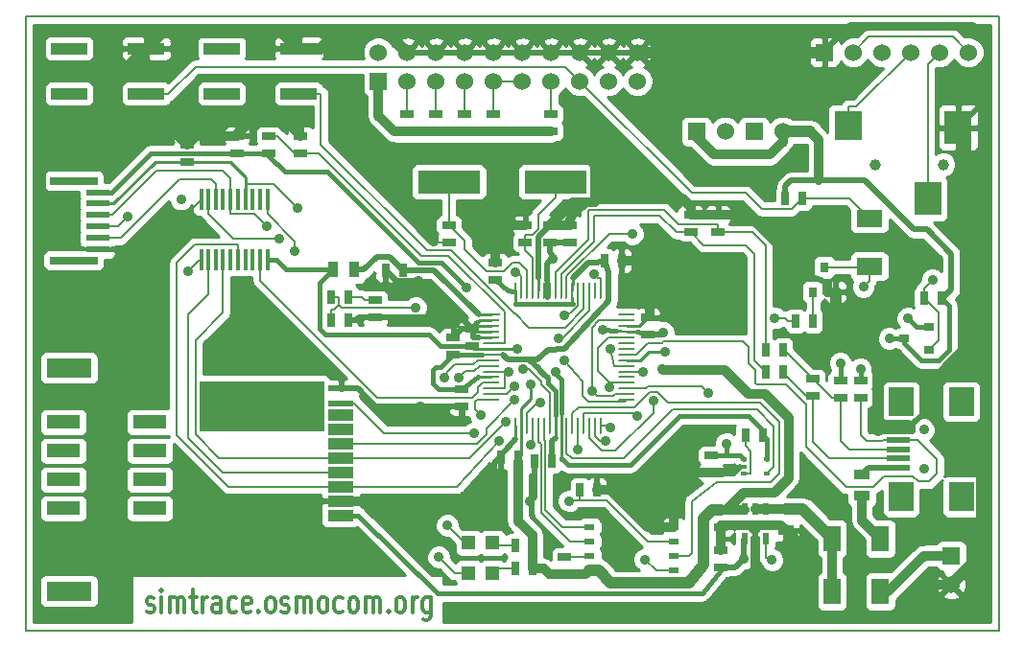
<source format=gtl>
G04 (created by PCBNEW-RS274X (2011-05-25)-stable) date Fri 18 May 2012 19:27:03 CEST*
G01*
G70*
G90*
%MOIN*%
G04 Gerber Fmt 3.4, Leading zero omitted, Abs format*
%FSLAX34Y34*%
G04 APERTURE LIST*
%ADD10C,0.006000*%
%ADD11C,0.008000*%
%ADD12C,0.012000*%
%ADD13R,0.025000X0.045000*%
%ADD14R,0.045000X0.025000*%
%ADD15R,0.035000X0.055000*%
%ADD16R,0.055000X0.035000*%
%ADD17R,0.060000X0.009800*%
%ADD18O,0.060000X0.009800*%
%ADD19O,0.009800X0.060000*%
%ADD20R,0.060000X0.060000*%
%ADD21C,0.060000*%
%ADD22R,0.031500X0.035400*%
%ADD23R,0.035400X0.031500*%
%ADD24R,0.126000X0.039400*%
%ADD25C,0.035400*%
%ADD26R,0.078700X0.019700*%
%ADD27R,0.086600X0.098400*%
%ADD28R,0.090600X0.039400*%
%ADD29R,0.090600X0.019700*%
%ADD30R,0.118100X0.047200*%
%ADD31R,0.433100X0.173200*%
%ADD32R,0.157500X0.066900*%
%ADD33R,0.016000X0.074800*%
%ADD34R,0.020000X0.012000*%
%ADD35R,0.023600X0.043300*%
%ADD36R,0.090600X0.059800*%
%ADD37R,0.059800X0.090600*%
%ADD38R,0.037900X0.019700*%
%ADD39R,0.047200X0.047200*%
%ADD40R,0.094500X0.116100*%
%ADD41R,0.094500X0.104300*%
%ADD42C,0.039400*%
%ADD43R,0.216500X0.078700*%
%ADD44R,0.078700X0.023600*%
%ADD45R,0.165400X0.027600*%
%ADD46C,0.035000*%
%ADD47C,0.019700*%
%ADD48C,0.009800*%
%ADD49C,0.016000*%
%ADD50C,0.032000*%
%ADD51C,0.039400*%
%ADD52C,0.010000*%
G04 APERTURE END LIST*
G54D10*
G54D11*
X14450Y-56300D02*
X14450Y-34950D01*
X48250Y-56300D02*
X14450Y-56300D01*
X48250Y-34950D02*
X48250Y-56300D01*
X15250Y-34950D02*
X48250Y-34950D01*
X14450Y-34950D02*
X15250Y-34950D01*
G54D12*
X18657Y-55636D02*
X18714Y-55674D01*
X18829Y-55674D01*
X18886Y-55636D01*
X18914Y-55560D01*
X18914Y-55521D01*
X18886Y-55445D01*
X18829Y-55407D01*
X18743Y-55407D01*
X18686Y-55369D01*
X18657Y-55293D01*
X18657Y-55255D01*
X18686Y-55179D01*
X18743Y-55140D01*
X18829Y-55140D01*
X18886Y-55179D01*
X19172Y-55674D02*
X19172Y-55140D01*
X19172Y-54874D02*
X19143Y-54912D01*
X19172Y-54950D01*
X19200Y-54912D01*
X19172Y-54874D01*
X19172Y-54950D01*
X19458Y-55674D02*
X19458Y-55140D01*
X19458Y-55217D02*
X19486Y-55179D01*
X19544Y-55140D01*
X19629Y-55140D01*
X19686Y-55179D01*
X19715Y-55255D01*
X19715Y-55674D01*
X19715Y-55255D02*
X19744Y-55179D01*
X19801Y-55140D01*
X19886Y-55140D01*
X19944Y-55179D01*
X19972Y-55255D01*
X19972Y-55674D01*
X20172Y-55140D02*
X20401Y-55140D01*
X20258Y-54874D02*
X20258Y-55560D01*
X20286Y-55636D01*
X20344Y-55674D01*
X20401Y-55674D01*
X20601Y-55674D02*
X20601Y-55140D01*
X20601Y-55293D02*
X20629Y-55217D01*
X20658Y-55179D01*
X20715Y-55140D01*
X20772Y-55140D01*
X21229Y-55674D02*
X21229Y-55255D01*
X21200Y-55179D01*
X21143Y-55140D01*
X21029Y-55140D01*
X20972Y-55179D01*
X21229Y-55636D02*
X21172Y-55674D01*
X21029Y-55674D01*
X20972Y-55636D01*
X20943Y-55560D01*
X20943Y-55483D01*
X20972Y-55407D01*
X21029Y-55369D01*
X21172Y-55369D01*
X21229Y-55331D01*
X21772Y-55636D02*
X21715Y-55674D01*
X21601Y-55674D01*
X21543Y-55636D01*
X21515Y-55598D01*
X21486Y-55521D01*
X21486Y-55293D01*
X21515Y-55217D01*
X21543Y-55179D01*
X21601Y-55140D01*
X21715Y-55140D01*
X21772Y-55179D01*
X22257Y-55636D02*
X22200Y-55674D01*
X22086Y-55674D01*
X22029Y-55636D01*
X22000Y-55560D01*
X22000Y-55255D01*
X22029Y-55179D01*
X22086Y-55140D01*
X22200Y-55140D01*
X22257Y-55179D01*
X22286Y-55255D01*
X22286Y-55331D01*
X22000Y-55407D01*
X22543Y-55598D02*
X22571Y-55636D01*
X22543Y-55674D01*
X22514Y-55636D01*
X22543Y-55598D01*
X22543Y-55674D01*
X22915Y-55674D02*
X22857Y-55636D01*
X22829Y-55598D01*
X22800Y-55521D01*
X22800Y-55293D01*
X22829Y-55217D01*
X22857Y-55179D01*
X22915Y-55140D01*
X23000Y-55140D01*
X23057Y-55179D01*
X23086Y-55217D01*
X23115Y-55293D01*
X23115Y-55521D01*
X23086Y-55598D01*
X23057Y-55636D01*
X23000Y-55674D01*
X22915Y-55674D01*
X23343Y-55636D02*
X23400Y-55674D01*
X23515Y-55674D01*
X23572Y-55636D01*
X23600Y-55560D01*
X23600Y-55521D01*
X23572Y-55445D01*
X23515Y-55407D01*
X23429Y-55407D01*
X23372Y-55369D01*
X23343Y-55293D01*
X23343Y-55255D01*
X23372Y-55179D01*
X23429Y-55140D01*
X23515Y-55140D01*
X23572Y-55179D01*
X23858Y-55674D02*
X23858Y-55140D01*
X23858Y-55217D02*
X23886Y-55179D01*
X23944Y-55140D01*
X24029Y-55140D01*
X24086Y-55179D01*
X24115Y-55255D01*
X24115Y-55674D01*
X24115Y-55255D02*
X24144Y-55179D01*
X24201Y-55140D01*
X24286Y-55140D01*
X24344Y-55179D01*
X24372Y-55255D01*
X24372Y-55674D01*
X24744Y-55674D02*
X24686Y-55636D01*
X24658Y-55598D01*
X24629Y-55521D01*
X24629Y-55293D01*
X24658Y-55217D01*
X24686Y-55179D01*
X24744Y-55140D01*
X24829Y-55140D01*
X24886Y-55179D01*
X24915Y-55217D01*
X24944Y-55293D01*
X24944Y-55521D01*
X24915Y-55598D01*
X24886Y-55636D01*
X24829Y-55674D01*
X24744Y-55674D01*
X25458Y-55636D02*
X25401Y-55674D01*
X25287Y-55674D01*
X25229Y-55636D01*
X25201Y-55598D01*
X25172Y-55521D01*
X25172Y-55293D01*
X25201Y-55217D01*
X25229Y-55179D01*
X25287Y-55140D01*
X25401Y-55140D01*
X25458Y-55179D01*
X25801Y-55674D02*
X25743Y-55636D01*
X25715Y-55598D01*
X25686Y-55521D01*
X25686Y-55293D01*
X25715Y-55217D01*
X25743Y-55179D01*
X25801Y-55140D01*
X25886Y-55140D01*
X25943Y-55179D01*
X25972Y-55217D01*
X26001Y-55293D01*
X26001Y-55521D01*
X25972Y-55598D01*
X25943Y-55636D01*
X25886Y-55674D01*
X25801Y-55674D01*
X26258Y-55674D02*
X26258Y-55140D01*
X26258Y-55217D02*
X26286Y-55179D01*
X26344Y-55140D01*
X26429Y-55140D01*
X26486Y-55179D01*
X26515Y-55255D01*
X26515Y-55674D01*
X26515Y-55255D02*
X26544Y-55179D01*
X26601Y-55140D01*
X26686Y-55140D01*
X26744Y-55179D01*
X26772Y-55255D01*
X26772Y-55674D01*
X27058Y-55598D02*
X27086Y-55636D01*
X27058Y-55674D01*
X27029Y-55636D01*
X27058Y-55598D01*
X27058Y-55674D01*
X27430Y-55674D02*
X27372Y-55636D01*
X27344Y-55598D01*
X27315Y-55521D01*
X27315Y-55293D01*
X27344Y-55217D01*
X27372Y-55179D01*
X27430Y-55140D01*
X27515Y-55140D01*
X27572Y-55179D01*
X27601Y-55217D01*
X27630Y-55293D01*
X27630Y-55521D01*
X27601Y-55598D01*
X27572Y-55636D01*
X27515Y-55674D01*
X27430Y-55674D01*
X27887Y-55674D02*
X27887Y-55140D01*
X27887Y-55293D02*
X27915Y-55217D01*
X27944Y-55179D01*
X28001Y-55140D01*
X28058Y-55140D01*
X28515Y-55140D02*
X28515Y-55788D01*
X28486Y-55864D01*
X28458Y-55902D01*
X28401Y-55940D01*
X28315Y-55940D01*
X28258Y-55902D01*
X28515Y-55636D02*
X28458Y-55674D01*
X28344Y-55674D01*
X28286Y-55636D01*
X28258Y-55598D01*
X28229Y-55521D01*
X28229Y-55293D01*
X28258Y-55217D01*
X28286Y-55179D01*
X28344Y-55140D01*
X28458Y-55140D01*
X28515Y-55179D01*
G54D13*
X33687Y-51400D03*
X34287Y-51400D03*
X41795Y-45537D03*
X41195Y-45537D03*
X32050Y-53350D03*
X31450Y-53350D03*
X32050Y-54150D03*
X31450Y-54150D03*
X40842Y-41267D03*
X41442Y-41267D03*
X25050Y-44700D03*
X25650Y-44700D03*
X40150Y-46550D03*
X40750Y-46550D03*
X40150Y-47300D03*
X40750Y-47300D03*
G54D14*
X32700Y-38350D03*
X32700Y-38950D03*
X30700Y-38350D03*
X30700Y-38950D03*
X29700Y-38350D03*
X29700Y-38950D03*
X28700Y-38350D03*
X28700Y-38950D03*
X27700Y-38350D03*
X27700Y-38950D03*
X42750Y-48200D03*
X42750Y-47600D03*
X43450Y-48200D03*
X43450Y-47600D03*
G54D13*
X46250Y-44750D03*
X45650Y-44750D03*
X27551Y-43763D03*
X26951Y-43763D03*
G54D14*
X38600Y-52100D03*
X38600Y-52700D03*
X38600Y-54100D03*
X38600Y-53500D03*
G54D13*
X34550Y-43450D03*
X35150Y-43450D03*
X32725Y-50400D03*
X32125Y-50400D03*
G54D14*
X29150Y-42200D03*
X29150Y-42800D03*
X31800Y-42800D03*
X31800Y-42200D03*
X29600Y-47900D03*
X29600Y-48500D03*
X30750Y-44100D03*
X30750Y-43500D03*
X38500Y-42450D03*
X38500Y-41850D03*
X29300Y-46700D03*
X29300Y-46100D03*
X37550Y-42450D03*
X37550Y-41850D03*
G54D13*
X25650Y-45500D03*
X25050Y-45500D03*
G54D14*
X33350Y-42800D03*
X33350Y-42200D03*
X36050Y-46025D03*
X36050Y-45425D03*
X26600Y-45400D03*
X26600Y-44800D03*
X41800Y-48150D03*
X41800Y-47550D03*
G54D13*
X31550Y-50275D03*
X30950Y-50275D03*
G54D14*
X32647Y-42804D03*
X32647Y-42204D03*
X29950Y-46400D03*
X29950Y-45800D03*
G54D15*
X25870Y-43753D03*
X25120Y-43753D03*
G54D16*
X43500Y-50875D03*
X43500Y-51625D03*
G54D17*
X30639Y-45324D03*
G54D18*
X30639Y-45521D03*
X30639Y-45718D03*
X30639Y-45915D03*
X30639Y-46112D03*
X30639Y-46308D03*
X30639Y-46505D03*
X30639Y-46702D03*
X30639Y-46899D03*
X30639Y-47096D03*
X30639Y-47293D03*
X30639Y-47489D03*
X30639Y-47686D03*
X30639Y-47883D03*
X30639Y-48080D03*
X30639Y-48277D03*
G54D19*
X31474Y-49175D03*
X31671Y-49175D03*
X31868Y-49175D03*
X32065Y-49175D03*
X32262Y-49175D03*
X32458Y-49175D03*
X32655Y-49175D03*
X32852Y-49175D03*
X33049Y-49175D03*
X33246Y-49175D03*
X33443Y-49175D03*
X33639Y-49175D03*
X33836Y-49175D03*
X34033Y-49175D03*
X34230Y-49175D03*
X34427Y-49175D03*
G54D18*
X35325Y-48277D03*
X35325Y-48080D03*
X35325Y-47883D03*
X35325Y-47686D03*
X35325Y-47489D03*
X35325Y-47293D03*
X35325Y-47096D03*
X35325Y-46899D03*
X35325Y-46702D03*
X35325Y-46505D03*
X35325Y-46308D03*
X35325Y-46112D03*
X35325Y-45915D03*
X35325Y-45718D03*
X35325Y-45521D03*
X35325Y-45324D03*
G54D19*
X34427Y-44489D03*
X34230Y-44489D03*
X33836Y-44489D03*
X34033Y-44482D03*
X33639Y-44489D03*
X33443Y-44489D03*
X33246Y-44489D03*
X33049Y-44489D03*
X32852Y-44489D03*
X32655Y-44489D03*
X32461Y-44489D03*
X32264Y-44489D03*
X32067Y-44489D03*
X31870Y-44489D03*
X31674Y-44489D03*
X31477Y-44489D03*
G54D20*
X42200Y-36200D03*
G54D21*
X43200Y-36200D03*
X44200Y-36200D03*
X45200Y-36200D03*
X46200Y-36200D03*
X47200Y-36200D03*
G54D22*
X41806Y-44533D03*
X42594Y-44533D03*
X42200Y-43667D03*
G54D23*
X45833Y-46544D03*
X45833Y-45756D03*
X44967Y-46150D03*
G54D24*
X18639Y-36063D03*
X18639Y-37637D03*
X15961Y-37637D03*
X15961Y-36063D03*
X23939Y-36063D03*
X23939Y-37637D03*
X21261Y-37637D03*
X21261Y-36063D03*
G54D25*
X45650Y-50689D03*
X45650Y-49311D03*
G54D26*
X44764Y-50315D03*
X44764Y-50000D03*
X44764Y-49685D03*
X44764Y-49370D03*
X44764Y-50630D03*
G54D27*
X44863Y-51654D03*
X44863Y-48346D03*
X46949Y-51654D03*
X46949Y-48346D03*
G54D28*
X25403Y-52294D03*
X25403Y-51794D03*
X25403Y-50794D03*
X25403Y-51294D03*
X25403Y-50294D03*
X25403Y-49794D03*
X25403Y-49294D03*
X25403Y-48794D03*
G54D29*
X25403Y-48400D03*
X25403Y-47889D03*
G54D30*
X15757Y-51050D03*
X15757Y-49050D03*
X15757Y-50050D03*
X15757Y-52050D03*
X18757Y-52050D03*
X18757Y-51050D03*
X18757Y-50050D03*
X18757Y-49050D03*
G54D31*
X22659Y-48503D03*
G54D32*
X15954Y-47172D03*
X15954Y-54928D03*
G54D33*
X22850Y-41300D03*
X22600Y-41300D03*
X22340Y-41300D03*
X22080Y-41300D03*
X21830Y-41300D03*
X21570Y-41300D03*
X21310Y-41300D03*
X21060Y-41300D03*
X20800Y-41300D03*
X20550Y-41300D03*
X20550Y-43400D03*
X20800Y-43400D03*
X21060Y-43400D03*
X21310Y-43400D03*
X21570Y-43400D03*
X21830Y-43400D03*
X22080Y-43400D03*
X22340Y-43400D03*
X22600Y-43400D03*
X22850Y-43400D03*
G54D13*
X40050Y-49500D03*
X39450Y-49500D03*
G54D14*
X24000Y-39100D03*
X24000Y-39700D03*
X22900Y-39700D03*
X22900Y-39100D03*
X21800Y-39100D03*
X21800Y-39700D03*
X38250Y-50200D03*
X38250Y-50800D03*
G54D34*
X39400Y-50350D03*
X39400Y-50850D03*
X40200Y-50350D03*
X39400Y-50600D03*
X40200Y-50850D03*
G54D35*
X39426Y-53112D03*
X39800Y-53112D03*
X40174Y-53112D03*
X39426Y-52088D03*
X39800Y-52088D03*
X40174Y-52088D03*
G54D36*
X43750Y-43639D03*
X43750Y-41961D03*
G54D20*
X46600Y-53700D03*
G54D21*
X46600Y-54700D03*
G54D37*
X44139Y-53100D03*
X42461Y-53100D03*
X44139Y-54950D03*
X42461Y-54950D03*
G54D38*
X36955Y-52700D03*
X36955Y-54200D03*
X36955Y-53700D03*
X36955Y-53200D03*
X34045Y-54200D03*
X34045Y-53700D03*
X34046Y-53200D03*
X34045Y-52700D03*
G54D39*
X30663Y-53250D03*
X29837Y-53250D03*
X30663Y-54300D03*
X29837Y-54300D03*
G54D20*
X26700Y-37200D03*
G54D21*
X26700Y-36200D03*
X27700Y-37200D03*
X27700Y-36200D03*
X28700Y-37200D03*
X28700Y-36200D03*
X29700Y-37200D03*
X29700Y-36200D03*
X30700Y-37200D03*
X30700Y-36200D03*
X31700Y-37200D03*
X31700Y-36200D03*
X32700Y-37200D03*
X32700Y-36200D03*
X33700Y-37200D03*
X33700Y-36200D03*
X34700Y-37200D03*
X34700Y-36200D03*
X35700Y-37200D03*
X35700Y-36200D03*
G54D20*
X37750Y-38950D03*
G54D21*
X38750Y-38950D03*
G54D20*
X39750Y-38950D03*
G54D21*
X40750Y-38950D03*
G54D40*
X46843Y-38811D03*
X45780Y-41281D03*
G54D41*
X43024Y-38752D03*
G54D42*
X46331Y-40100D03*
X43969Y-40100D03*
G54D43*
X32850Y-40700D03*
X29150Y-40700D03*
G54D14*
X33178Y-53736D03*
X33178Y-54336D03*
G54D44*
X16947Y-41066D03*
X16947Y-41459D03*
X16947Y-41853D03*
X16947Y-42247D03*
X16947Y-42641D03*
X16947Y-43034D03*
G54D45*
X16120Y-40672D03*
X16120Y-43428D03*
G54D16*
X40850Y-52075D03*
X40850Y-52825D03*
G54D14*
X20050Y-39400D03*
X20050Y-40000D03*
G54D46*
X19850Y-41300D03*
X34750Y-46500D03*
X35910Y-47293D03*
X31421Y-47811D03*
X22816Y-42245D03*
X34737Y-47832D03*
X31131Y-49039D03*
X33639Y-50003D03*
X35965Y-53828D03*
X36268Y-48322D03*
X35682Y-48858D03*
X18000Y-41900D03*
X31217Y-47293D03*
X20100Y-43800D03*
X23261Y-42681D03*
X34128Y-47979D03*
X31426Y-48290D03*
X29100Y-52650D03*
X29500Y-47500D03*
X29000Y-47500D03*
X28800Y-53750D03*
X31733Y-47209D03*
X23892Y-41603D03*
X30900Y-49700D03*
X34764Y-49247D03*
X30250Y-48800D03*
X23802Y-43110D03*
X40375Y-53850D03*
X38147Y-48037D03*
X34597Y-49724D03*
X30013Y-49446D03*
X33150Y-45350D03*
X33150Y-46900D03*
X34193Y-43899D03*
X36650Y-46600D03*
X32950Y-46150D03*
X45950Y-44100D03*
X43550Y-44350D03*
X32850Y-47300D03*
X29777Y-44364D03*
X39400Y-53800D03*
X38800Y-49800D03*
X33332Y-51799D03*
X32000Y-49850D03*
X36550Y-47200D03*
X31986Y-47726D03*
X44450Y-46150D03*
X32772Y-43374D03*
X31514Y-46505D03*
X43450Y-47200D03*
X34500Y-45850D03*
X36600Y-45950D03*
X29450Y-49050D03*
X31975Y-51825D03*
X35300Y-41257D03*
X28150Y-48500D03*
X47100Y-40450D03*
X25600Y-35500D03*
X27400Y-39850D03*
X15700Y-42400D03*
X33599Y-39803D03*
X30500Y-51800D03*
X31250Y-42050D03*
X28093Y-44156D03*
X40600Y-42850D03*
X36950Y-52075D03*
X38650Y-45250D03*
X28618Y-42765D03*
X36150Y-43450D03*
X18650Y-43050D03*
X32321Y-48367D03*
X40475Y-45434D03*
X42750Y-47000D03*
X45100Y-45450D03*
X35524Y-42509D03*
X27997Y-45069D03*
X31450Y-43850D03*
G54D47*
X32725Y-50400D02*
X32725Y-49725D01*
X32725Y-49725D02*
X32852Y-49598D01*
G54D48*
X32852Y-49175D02*
X32852Y-49598D01*
X32852Y-49598D02*
X32850Y-49600D01*
G54D49*
X31189Y-44489D02*
X31400Y-44500D01*
G54D48*
X31477Y-44489D02*
X31450Y-44950D01*
G54D47*
X31950Y-46880D02*
X32443Y-47373D01*
X34012Y-43525D02*
X33478Y-44059D01*
G54D11*
X31400Y-44500D02*
X31477Y-44489D01*
X33450Y-44100D02*
X33478Y-44103D01*
X33443Y-44932D02*
X33450Y-44950D01*
G54D47*
X32281Y-47210D02*
X31932Y-46862D01*
G54D48*
X33443Y-44710D02*
X33443Y-44932D01*
G54D11*
X33478Y-44103D02*
X34054Y-43527D01*
G54D49*
X30750Y-44100D02*
X30750Y-44100D01*
X29300Y-46700D02*
X30300Y-46700D01*
X28850Y-47150D02*
X29300Y-46700D01*
X29600Y-47900D02*
X29600Y-47900D01*
G54D11*
X30639Y-46702D02*
X30639Y-46702D01*
G54D47*
X34275Y-43525D02*
X34550Y-43450D01*
X34700Y-43850D02*
X34700Y-44850D01*
G54D11*
X30639Y-46702D02*
X30300Y-46700D01*
G54D47*
X32600Y-46550D02*
X32238Y-46862D01*
G54D11*
X34550Y-43450D02*
X34275Y-43525D01*
G54D49*
X30750Y-44100D02*
X31189Y-44489D01*
G54D48*
X33443Y-44489D02*
X33450Y-44100D01*
G54D49*
X34275Y-43525D02*
X34550Y-43450D01*
X28850Y-47150D02*
X28700Y-47150D01*
G54D47*
X34251Y-45299D02*
X33150Y-46500D01*
G54D11*
X33443Y-44710D02*
X33443Y-44489D01*
X34054Y-43527D02*
X34550Y-43450D01*
G54D49*
X33450Y-44950D02*
X31450Y-44950D01*
G54D11*
X34550Y-43450D02*
X34550Y-43450D01*
G54D49*
X28600Y-47700D02*
X28800Y-47900D01*
X28600Y-47250D02*
X28600Y-47700D01*
G54D48*
X32852Y-49175D02*
X32852Y-48800D01*
G54D47*
X32238Y-46862D02*
X31950Y-46862D01*
G54D11*
X29600Y-47900D02*
X29600Y-47900D01*
G54D47*
X31932Y-46862D02*
X31200Y-46862D01*
G54D11*
X31040Y-46702D02*
X30639Y-46702D01*
X32443Y-47373D02*
X32281Y-47210D01*
G54D47*
X31200Y-46862D02*
X31040Y-46702D01*
G54D48*
X30639Y-47489D02*
X30147Y-47489D01*
G54D49*
X30147Y-47489D02*
X29600Y-47900D01*
X28700Y-47150D02*
X28600Y-47250D01*
G54D47*
X34550Y-43450D02*
X34700Y-43850D01*
G54D49*
X32443Y-47398D02*
X32443Y-47373D01*
X32852Y-47968D02*
X32581Y-47697D01*
X31950Y-46862D02*
X31932Y-46862D01*
X32852Y-48800D02*
X32852Y-47968D01*
G54D47*
X32581Y-47511D02*
X32443Y-47373D01*
X34700Y-44850D02*
X34251Y-45299D01*
G54D49*
X29600Y-47900D02*
X29600Y-47900D01*
G54D47*
X34275Y-43525D02*
X34012Y-43525D01*
X33150Y-46500D02*
X32600Y-46550D01*
G54D49*
X32581Y-47697D02*
X32581Y-47511D01*
X31950Y-46862D02*
X31950Y-46880D01*
X28850Y-47150D02*
X29300Y-46700D01*
X28800Y-47900D02*
X29600Y-47900D01*
X32443Y-47373D02*
X32443Y-47398D01*
G54D11*
X39465Y-41084D02*
X40017Y-41636D01*
X19412Y-37637D02*
X20349Y-36700D01*
X18639Y-37637D02*
X19412Y-37637D01*
X43056Y-41267D02*
X43750Y-41961D01*
X20349Y-36700D02*
X33200Y-36700D01*
X35325Y-47096D02*
X34882Y-47096D01*
X33700Y-37200D02*
X37584Y-41084D01*
X41442Y-41267D02*
X43056Y-41267D01*
X34882Y-47096D02*
X34750Y-46500D01*
X40017Y-41636D02*
X41073Y-41636D01*
X41073Y-41636D02*
X41442Y-41267D01*
X33200Y-36700D02*
X33700Y-37200D01*
X37584Y-41084D02*
X39465Y-41084D01*
X36050Y-46300D02*
X36550Y-46300D01*
X40850Y-47750D02*
X41550Y-48450D01*
X39800Y-47250D02*
X39800Y-47700D01*
X39350Y-46250D02*
X39550Y-46450D01*
X46100Y-50350D02*
X45435Y-49685D01*
X43450Y-48200D02*
X43450Y-49500D01*
X39550Y-46450D02*
X39550Y-47000D01*
X43650Y-49700D02*
X44764Y-49685D01*
X43900Y-51300D02*
X44250Y-50950D01*
X41550Y-49900D02*
X42950Y-51300D01*
X45825Y-51125D02*
X46100Y-50850D01*
X45450Y-51125D02*
X45825Y-51125D01*
X45275Y-50950D02*
X45450Y-51125D01*
X35325Y-46702D02*
X35648Y-46702D01*
X46100Y-50850D02*
X46100Y-50350D01*
X41550Y-48450D02*
X41550Y-49900D01*
X36550Y-46300D02*
X36600Y-46250D01*
X36600Y-46250D02*
X39350Y-46250D01*
X45435Y-49685D02*
X44764Y-49685D01*
X39550Y-47000D02*
X39800Y-47250D01*
X44250Y-50950D02*
X45275Y-50950D01*
X39850Y-47750D02*
X40850Y-47750D01*
X39800Y-47700D02*
X39850Y-47750D01*
X42950Y-51300D02*
X43900Y-51300D01*
X35648Y-46702D02*
X36050Y-46300D01*
X43450Y-49500D02*
X43650Y-49700D01*
X29239Y-43089D02*
X28391Y-43089D01*
X28391Y-43089D02*
X24712Y-39410D01*
X31932Y-45767D02*
X31456Y-45291D01*
X33836Y-44489D02*
X33836Y-45122D01*
X31441Y-45291D02*
X29239Y-43089D01*
X33836Y-45122D02*
X33191Y-45767D01*
X33191Y-45767D02*
X31932Y-45767D01*
X23939Y-37637D02*
X24712Y-37637D01*
X31456Y-45291D02*
X31441Y-45291D01*
X24712Y-39410D02*
X24712Y-37637D01*
X22388Y-41817D02*
X22816Y-42245D01*
X21570Y-40570D02*
X21570Y-41300D01*
X17447Y-41853D02*
X19000Y-40300D01*
X21570Y-41817D02*
X22388Y-41817D01*
X19000Y-40300D02*
X21300Y-40300D01*
X35325Y-47293D02*
X35910Y-47293D01*
X31152Y-48080D02*
X30639Y-48080D01*
X31421Y-47811D02*
X31152Y-48080D01*
X21300Y-40300D02*
X21570Y-40570D01*
X16947Y-41853D02*
X17447Y-41853D01*
X21570Y-41300D02*
X21570Y-41817D01*
X20349Y-46201D02*
X20349Y-49491D01*
X34323Y-46477D02*
X34688Y-46112D01*
X34742Y-47686D02*
X34323Y-47267D01*
X31131Y-49039D02*
X29876Y-50294D01*
X34742Y-47686D02*
X34742Y-47827D01*
X21152Y-50294D02*
X25403Y-50294D01*
X34742Y-47686D02*
X35325Y-47686D01*
X35325Y-46112D02*
X34688Y-46112D01*
X29876Y-50294D02*
X25403Y-50294D01*
X20349Y-49491D02*
X21152Y-50294D01*
X34323Y-47267D02*
X34323Y-46477D01*
X34742Y-47827D02*
X34737Y-47832D01*
X21310Y-43400D02*
X21310Y-45240D01*
X21310Y-45240D02*
X20349Y-46201D01*
X33639Y-49175D02*
X33639Y-50003D01*
X35965Y-53828D02*
X36349Y-54212D01*
X36349Y-54212D02*
X36483Y-54212D01*
X36483Y-54212D02*
X36943Y-54212D01*
X36943Y-54212D02*
X36955Y-54200D01*
X34180Y-41896D02*
X34202Y-41874D01*
X37050Y-42450D02*
X37550Y-42450D01*
X38000Y-42900D02*
X39450Y-42900D01*
X37550Y-42450D02*
X38000Y-42900D01*
X39750Y-43200D02*
X39750Y-46900D01*
X34180Y-42782D02*
X34180Y-41896D01*
X36474Y-41874D02*
X37050Y-42450D01*
X39450Y-42900D02*
X39750Y-43200D01*
X33049Y-43913D02*
X34180Y-42782D01*
X39750Y-46900D02*
X40150Y-47300D01*
X34202Y-41874D02*
X36474Y-41874D01*
X33049Y-44489D02*
X33049Y-43913D01*
X38500Y-42182D02*
X37132Y-42182D01*
X37132Y-42182D02*
X36641Y-41691D01*
X39700Y-42450D02*
X40150Y-42900D01*
X34009Y-41691D02*
X33997Y-41703D01*
X38500Y-42450D02*
X39700Y-42450D01*
X33997Y-41703D02*
X33997Y-42706D01*
X33997Y-42706D02*
X32852Y-43851D01*
X38500Y-42450D02*
X38500Y-42182D01*
X36641Y-41691D02*
X34009Y-41691D01*
X32852Y-43851D02*
X32852Y-44489D01*
X40150Y-42900D02*
X40150Y-46550D01*
X34472Y-50057D02*
X34943Y-50057D01*
X34033Y-49175D02*
X34033Y-49618D01*
X36268Y-48732D02*
X36268Y-48322D01*
X43312Y-38088D02*
X45200Y-36200D01*
X34033Y-49618D02*
X34472Y-50057D01*
X34943Y-50057D02*
X36268Y-48732D01*
X43024Y-38088D02*
X43312Y-38088D01*
X43024Y-38752D02*
X43024Y-38088D01*
X33836Y-49175D02*
X33836Y-48749D01*
X33836Y-48749D02*
X33858Y-48727D01*
X45780Y-36620D02*
X46200Y-36200D01*
X45780Y-41281D02*
X45780Y-36620D01*
X33858Y-48727D02*
X35551Y-48727D01*
X35551Y-48727D02*
X35682Y-48858D01*
X30639Y-47883D02*
X31082Y-47883D01*
X16947Y-42247D02*
X17653Y-42247D01*
X31082Y-47293D02*
X31082Y-47883D01*
X20550Y-43400D02*
X20500Y-43400D01*
X31082Y-47293D02*
X31217Y-47293D01*
X17653Y-42247D02*
X18000Y-41900D01*
X20500Y-43400D02*
X20100Y-43800D01*
X30639Y-47293D02*
X31082Y-47293D01*
X34379Y-45521D02*
X34128Y-45772D01*
X35325Y-45521D02*
X34379Y-45521D01*
X31426Y-48290D02*
X30447Y-49269D01*
X30116Y-49794D02*
X25999Y-49794D01*
X25403Y-49794D02*
X25999Y-49794D01*
X30447Y-49463D02*
X30116Y-49794D01*
X20800Y-41300D02*
X20800Y-41817D01*
X34128Y-47979D02*
X34302Y-48153D01*
X30447Y-49269D02*
X30447Y-49463D01*
X34872Y-48153D02*
X34945Y-48080D01*
X20800Y-41817D02*
X21664Y-42681D01*
X34128Y-45772D02*
X34128Y-47979D01*
X21664Y-42681D02*
X23261Y-42681D01*
X34302Y-48153D02*
X34872Y-48153D01*
X34945Y-48080D02*
X35325Y-48080D01*
X22600Y-43400D02*
X22600Y-44150D01*
X30314Y-47686D02*
X30639Y-47686D01*
X30150Y-48000D02*
X30150Y-47850D01*
X30150Y-47850D02*
X30314Y-47686D01*
X29950Y-48200D02*
X30150Y-48000D01*
X26650Y-48200D02*
X29950Y-48200D01*
X22600Y-44150D02*
X26650Y-48200D01*
X29837Y-53250D02*
X29700Y-53250D01*
X29700Y-53250D02*
X29100Y-52650D01*
X30225Y-47096D02*
X30639Y-47096D01*
X30035Y-47286D02*
X30225Y-47096D01*
X29500Y-47500D02*
X29714Y-47286D01*
X29714Y-47286D02*
X30035Y-47286D01*
X29837Y-54300D02*
X29350Y-54300D01*
X29350Y-54300D02*
X28800Y-53750D01*
X29350Y-54300D02*
X28800Y-53750D01*
X29100Y-47300D02*
X29000Y-47500D01*
X29348Y-47052D02*
X29100Y-47300D01*
X30003Y-47052D02*
X30156Y-46899D01*
X30003Y-47052D02*
X29348Y-47052D01*
X30156Y-46899D02*
X30639Y-46899D01*
X40640Y-49300D02*
X40640Y-49040D01*
X33443Y-49175D02*
X33443Y-48742D01*
X40346Y-51150D02*
X40640Y-50856D01*
X37500Y-53700D02*
X37600Y-53600D01*
X35606Y-48535D02*
X36137Y-48004D01*
X38450Y-51150D02*
X40346Y-51150D01*
X36137Y-48004D02*
X36401Y-48004D01*
X40640Y-49300D02*
X40640Y-50856D01*
X33443Y-48742D02*
X33650Y-48535D01*
X36401Y-48004D02*
X36765Y-48368D01*
X33650Y-48535D02*
X35606Y-48535D01*
X40640Y-49040D02*
X39968Y-48368D01*
X39968Y-48368D02*
X36765Y-48368D01*
X37600Y-51800D02*
X37600Y-53600D01*
X38026Y-51469D02*
X37600Y-51800D01*
X38450Y-51150D02*
X38026Y-51469D01*
X36955Y-53700D02*
X37500Y-53700D01*
X33100Y-52700D02*
X34045Y-52700D01*
X32458Y-49658D02*
X32500Y-49750D01*
X32500Y-52100D02*
X33100Y-52700D01*
X32500Y-50250D02*
X32500Y-51600D01*
X32458Y-49175D02*
X32458Y-49658D01*
X32500Y-49750D02*
X32500Y-50250D01*
X32500Y-51600D02*
X32500Y-52100D01*
G54D48*
X20050Y-40000D02*
X21550Y-40000D01*
X22080Y-40530D02*
X22080Y-41300D01*
X21550Y-40000D02*
X22080Y-40530D01*
X16947Y-41459D02*
X17491Y-41459D01*
X18950Y-40000D02*
X20050Y-40000D01*
X17491Y-41459D02*
X18950Y-40000D01*
G54D11*
X31940Y-47209D02*
X31733Y-47209D01*
X22080Y-41300D02*
X22080Y-40792D01*
X23892Y-41603D02*
X23071Y-40782D01*
X32365Y-47742D02*
X32365Y-47634D01*
X32365Y-47634D02*
X31940Y-47209D01*
X22090Y-40782D02*
X22080Y-40792D01*
X32655Y-49175D02*
X32655Y-48032D01*
X23071Y-40782D02*
X22090Y-40782D01*
X32655Y-48032D02*
X32365Y-47742D01*
X25403Y-51294D02*
X29443Y-51294D01*
X25403Y-51294D02*
X21494Y-51294D01*
X34427Y-49175D02*
X34692Y-49175D01*
X19700Y-43523D02*
X20340Y-42883D01*
X29443Y-51294D02*
X30900Y-49700D01*
X21494Y-51294D02*
X19700Y-49500D01*
X19700Y-49500D02*
X19700Y-43523D01*
X21830Y-43400D02*
X21830Y-42883D01*
X21830Y-42883D02*
X20340Y-42883D01*
X34692Y-49175D02*
X34764Y-49247D01*
X32262Y-49175D02*
X32262Y-49737D01*
X34025Y-53200D02*
X34046Y-53200D01*
X33350Y-53200D02*
X34025Y-53200D01*
X32350Y-52200D02*
X33350Y-53200D01*
X32350Y-49825D02*
X32350Y-52200D01*
X32262Y-49737D02*
X32350Y-49825D01*
X30639Y-48277D02*
X30123Y-48277D01*
X30050Y-48600D02*
X30250Y-48800D01*
X30050Y-48350D02*
X30050Y-48600D01*
X30123Y-48277D02*
X30050Y-48350D01*
X22850Y-41817D02*
X23801Y-42768D01*
X23801Y-43110D02*
X23802Y-43110D01*
X22850Y-41300D02*
X22850Y-41817D01*
X23801Y-42768D02*
X23801Y-43110D01*
X40174Y-53774D02*
X40375Y-53850D01*
X37931Y-47821D02*
X36059Y-47821D01*
X40174Y-53112D02*
X40174Y-53774D01*
X35997Y-47883D02*
X35325Y-47883D01*
X38147Y-48037D02*
X37931Y-47821D01*
X36059Y-47821D02*
X35997Y-47883D01*
X34230Y-49554D02*
X34400Y-49724D01*
X25403Y-48400D02*
X25861Y-48400D01*
X34400Y-49724D02*
X34597Y-49724D01*
X26907Y-49446D02*
X30013Y-49446D01*
X25861Y-48400D02*
X26907Y-49446D01*
X34230Y-49175D02*
X34230Y-49554D01*
X33407Y-45257D02*
X33150Y-45350D01*
X31700Y-37200D02*
X30700Y-37200D01*
X33639Y-44489D02*
X33639Y-45025D01*
X33639Y-45025D02*
X33407Y-45257D01*
X30700Y-37200D02*
X30700Y-38350D01*
X28700Y-37200D02*
X28700Y-38350D01*
X33995Y-48337D02*
X33809Y-48151D01*
X35325Y-48277D02*
X35265Y-48337D01*
X35265Y-48337D02*
X33995Y-48337D01*
X33809Y-48151D02*
X33809Y-47657D01*
X33809Y-47657D02*
X33150Y-46900D01*
X32700Y-38350D02*
X32700Y-37200D01*
X34340Y-44046D02*
X34193Y-43899D01*
X34427Y-44489D02*
X34427Y-44046D01*
X34427Y-44046D02*
X34340Y-44046D01*
G54D48*
X35325Y-46899D02*
X35801Y-46899D01*
X36100Y-46600D02*
X36650Y-46600D01*
X35801Y-46899D02*
X36100Y-46600D01*
G54D11*
X33100Y-46150D02*
X34033Y-45185D01*
X34033Y-45185D02*
X34033Y-44482D01*
X32950Y-46150D02*
X33100Y-46150D01*
X29700Y-37200D02*
X29700Y-38350D01*
X42200Y-43667D02*
X43722Y-43667D01*
X43722Y-43667D02*
X43750Y-43639D01*
X45833Y-46544D02*
X46154Y-46223D01*
X46154Y-45254D02*
X45650Y-44750D01*
X43550Y-44350D02*
X43750Y-44150D01*
X43750Y-44150D02*
X43750Y-43639D01*
X46154Y-46223D02*
X46154Y-45254D01*
X45650Y-44750D02*
X45650Y-44400D01*
X45650Y-44400D02*
X45950Y-44100D01*
G54D50*
X43500Y-52461D02*
X44139Y-53100D01*
X43500Y-51625D02*
X43500Y-52461D01*
G54D11*
X40444Y-49400D02*
X40444Y-49194D01*
X33246Y-49175D02*
X33246Y-50145D01*
X33422Y-50321D02*
X35218Y-50321D01*
X40444Y-49194D02*
X39850Y-48600D01*
X40444Y-50606D02*
X40200Y-50850D01*
X36939Y-48600D02*
X35218Y-50321D01*
X39850Y-48600D02*
X36939Y-48600D01*
X33246Y-50145D02*
X33422Y-50321D01*
X40444Y-49400D02*
X40444Y-50606D01*
G54D49*
X40200Y-49650D02*
X40050Y-49500D01*
X16947Y-41066D02*
X17434Y-41066D01*
X33074Y-47574D02*
X33074Y-48755D01*
X24946Y-40350D02*
X28090Y-43494D01*
G54D11*
X33049Y-50315D02*
X33074Y-50340D01*
G54D49*
X40050Y-49350D02*
X39550Y-48850D01*
X23450Y-40350D02*
X24946Y-40350D01*
X22900Y-39700D02*
X22900Y-39800D01*
X22900Y-39800D02*
X23450Y-40350D01*
X40050Y-49500D02*
X40050Y-49350D01*
X35450Y-50550D02*
X33309Y-50550D01*
X37150Y-48850D02*
X35450Y-50550D01*
X28090Y-43494D02*
X28907Y-43494D01*
G54D11*
X33049Y-49175D02*
X33049Y-48755D01*
G54D49*
X21800Y-39700D02*
X22900Y-39700D01*
G54D11*
X33049Y-48780D02*
X33074Y-48755D01*
G54D49*
X32935Y-47435D02*
X33074Y-47574D01*
X18800Y-39700D02*
X21800Y-39700D01*
X33074Y-50315D02*
X33074Y-50340D01*
G54D48*
X33049Y-49175D02*
X33049Y-50315D01*
G54D49*
X40200Y-50350D02*
X40200Y-49650D01*
X33309Y-50550D02*
X33074Y-50315D01*
X39550Y-48850D02*
X37150Y-48850D01*
X17434Y-41066D02*
X18800Y-39700D01*
X32850Y-47300D02*
X32935Y-47435D01*
X28907Y-43494D02*
X29777Y-44364D01*
G54D48*
X33049Y-49175D02*
X33049Y-48780D01*
G54D47*
X39400Y-53800D02*
X39100Y-54100D01*
X39100Y-54100D02*
X38600Y-54100D01*
G54D49*
X39250Y-50200D02*
X39400Y-50350D01*
G54D11*
X28750Y-55000D02*
X25999Y-52294D01*
G54D49*
X28750Y-55000D02*
X37950Y-55000D01*
X38600Y-54100D02*
X38600Y-54200D01*
X25403Y-52294D02*
X25999Y-52294D01*
G54D47*
X39400Y-53800D02*
X39400Y-53138D01*
G54D49*
X38800Y-50200D02*
X38800Y-49800D01*
X38250Y-50200D02*
X38800Y-50200D01*
X39400Y-53138D02*
X39426Y-53112D01*
X38600Y-54200D02*
X37950Y-55000D01*
X38800Y-50200D02*
X39250Y-50200D01*
X25999Y-52294D02*
X28750Y-55000D01*
G54D11*
X19800Y-40600D02*
X20900Y-40600D01*
X20900Y-40600D02*
X21060Y-40760D01*
X16947Y-42641D02*
X17759Y-42641D01*
X21060Y-40760D02*
X21060Y-41300D01*
X17759Y-42641D02*
X19800Y-40600D01*
X20100Y-49600D02*
X21294Y-50794D01*
X20800Y-44600D02*
X20100Y-45300D01*
X21294Y-50794D02*
X25403Y-50794D01*
X20800Y-43400D02*
X20800Y-44600D01*
X20100Y-45300D02*
X20100Y-49600D01*
X36483Y-53212D02*
X36077Y-53212D01*
X33687Y-51400D02*
X33687Y-51768D01*
X32065Y-49175D02*
X32050Y-49800D01*
X36943Y-53212D02*
X36955Y-53200D01*
X32050Y-49800D02*
X32000Y-49850D01*
X33332Y-51799D02*
X33363Y-51768D01*
X33687Y-51768D02*
X34633Y-51768D01*
X36483Y-53212D02*
X36943Y-53212D01*
X33363Y-51768D02*
X33687Y-51768D01*
X36077Y-53212D02*
X34633Y-51768D01*
G54D51*
X40750Y-38950D02*
X41700Y-38950D01*
G54D50*
X41700Y-38950D02*
X42000Y-39250D01*
X42000Y-39250D02*
X42000Y-40659D01*
X37750Y-38950D02*
X37750Y-39150D01*
X40750Y-39300D02*
X40750Y-38950D01*
X40300Y-39750D02*
X40750Y-39300D01*
X38350Y-39750D02*
X40300Y-39750D01*
X37750Y-39150D02*
X38350Y-39750D01*
G54D47*
X41700Y-38950D02*
X42000Y-39250D01*
X42000Y-39250D02*
X42000Y-40659D01*
G54D50*
X39400Y-51500D02*
X38800Y-52100D01*
G54D48*
X35900Y-45915D02*
X35325Y-45915D01*
G54D49*
X24850Y-46000D02*
X24650Y-45800D01*
G54D47*
X33350Y-42800D02*
X32651Y-42800D01*
G54D50*
X38734Y-47250D02*
X39550Y-48066D01*
G54D47*
X40842Y-40858D02*
X40842Y-41267D01*
X42000Y-40659D02*
X41900Y-40659D01*
X41900Y-40659D02*
X41041Y-40659D01*
X41041Y-40659D02*
X40842Y-40858D01*
G54D50*
X36550Y-47200D02*
X36600Y-47250D01*
G54D51*
X38600Y-52100D02*
X38300Y-52100D01*
G54D50*
X32636Y-54336D02*
X32450Y-54150D01*
X40450Y-51500D02*
X39400Y-51500D01*
G54D47*
X45750Y-42350D02*
X45300Y-42350D01*
X46600Y-44450D02*
X46600Y-43200D01*
X46600Y-43200D02*
X45750Y-42350D01*
X45300Y-42350D02*
X43609Y-40659D01*
X43609Y-40659D02*
X42000Y-40659D01*
X46250Y-44750D02*
X46300Y-44750D01*
X46300Y-44750D02*
X46600Y-44450D01*
G54D50*
X40950Y-51000D02*
X40450Y-51500D01*
G54D47*
X32772Y-43272D02*
X32647Y-43147D01*
G54D49*
X32772Y-43374D02*
X32772Y-43272D01*
G54D47*
X36525Y-46025D02*
X36025Y-46025D01*
G54D48*
X31550Y-50300D02*
X31550Y-50275D01*
G54D50*
X31550Y-52500D02*
X31550Y-50450D01*
G54D48*
X31671Y-50179D02*
X31550Y-50300D01*
G54D49*
X24650Y-44223D02*
X25120Y-43753D01*
G54D48*
X31986Y-48253D02*
X31671Y-48568D01*
G54D51*
X38000Y-52400D02*
X38000Y-54000D01*
G54D49*
X44967Y-46150D02*
X44450Y-46150D01*
G54D50*
X27700Y-38950D02*
X28700Y-38950D01*
G54D49*
X43450Y-47200D02*
X43450Y-47600D01*
G54D51*
X34750Y-54650D02*
X37500Y-54650D01*
G54D50*
X29700Y-38950D02*
X30700Y-38950D01*
X26700Y-38400D02*
X27250Y-38950D01*
G54D51*
X34045Y-54200D02*
X34350Y-54200D01*
G54D50*
X38800Y-52100D02*
X38600Y-52100D01*
X32050Y-54150D02*
X32050Y-53350D01*
X28700Y-38950D02*
X29700Y-38950D01*
G54D49*
X46150Y-46900D02*
X46518Y-46532D01*
G54D50*
X39550Y-48066D02*
X40116Y-48066D01*
X38600Y-52100D02*
X39414Y-52100D01*
X26700Y-37200D02*
X26700Y-38400D01*
G54D51*
X38000Y-54000D02*
X37500Y-54650D01*
G54D49*
X34950Y-45885D02*
X34500Y-45850D01*
X46518Y-45018D02*
X46250Y-44750D01*
G54D50*
X33909Y-54336D02*
X34045Y-54200D01*
G54D48*
X31986Y-47726D02*
X31986Y-48253D01*
G54D50*
X32050Y-53350D02*
X32050Y-52975D01*
G54D48*
X31671Y-48568D02*
X31671Y-49175D01*
G54D50*
X36600Y-47250D02*
X38734Y-47250D01*
G54D49*
X46518Y-46532D02*
X46518Y-45018D01*
G54D50*
X40116Y-48066D02*
X40950Y-48900D01*
X32050Y-52975D02*
X31550Y-52500D01*
G54D11*
X30005Y-46505D02*
X29950Y-46450D01*
G54D49*
X39414Y-52100D02*
X39426Y-52088D01*
X23503Y-43753D02*
X25120Y-43753D01*
X45567Y-46900D02*
X46150Y-46900D01*
G54D50*
X40950Y-48900D02*
X40950Y-51000D01*
G54D49*
X44967Y-46150D02*
X44967Y-46300D01*
G54D47*
X32726Y-43374D02*
X32550Y-43550D01*
G54D11*
X32550Y-44150D02*
X32550Y-44384D01*
G54D50*
X32450Y-54150D02*
X32050Y-54150D01*
G54D11*
X22850Y-43400D02*
X22950Y-43400D01*
G54D48*
X35700Y-45900D02*
X35900Y-45915D01*
G54D49*
X23503Y-43753D02*
X23150Y-43400D01*
X44967Y-46300D02*
X45567Y-46900D01*
G54D47*
X36025Y-46025D02*
X36050Y-46025D01*
G54D51*
X38300Y-52100D02*
X38000Y-52400D01*
G54D48*
X31671Y-49175D02*
X31671Y-50179D01*
G54D49*
X23150Y-43400D02*
X22950Y-43400D01*
G54D11*
X35325Y-45915D02*
X34950Y-45885D01*
G54D49*
X36050Y-46025D02*
X35700Y-45900D01*
G54D47*
X36600Y-45950D02*
X36525Y-46025D01*
G54D50*
X30700Y-38950D02*
X32700Y-38950D01*
G54D11*
X32550Y-44384D02*
X32655Y-44489D01*
G54D47*
X32647Y-43147D02*
X32647Y-42804D01*
G54D49*
X24650Y-45800D02*
X24650Y-44223D01*
X32651Y-42800D02*
X32647Y-42804D01*
X29950Y-46400D02*
X29900Y-46450D01*
G54D47*
X32550Y-44100D02*
X32550Y-44150D01*
G54D49*
X32550Y-44100D02*
X32550Y-44700D01*
G54D51*
X34350Y-54200D02*
X34750Y-54650D01*
G54D49*
X29950Y-46400D02*
X28850Y-46400D01*
G54D11*
X32550Y-44150D02*
X32550Y-44400D01*
G54D49*
X28850Y-46400D02*
X28450Y-46000D01*
X28450Y-46000D02*
X24850Y-46000D01*
G54D50*
X27250Y-38950D02*
X27700Y-38950D01*
G54D48*
X30639Y-46505D02*
X31514Y-46505D01*
G54D49*
X29900Y-46450D02*
X29950Y-46450D01*
G54D50*
X33178Y-54336D02*
X33909Y-54336D01*
G54D47*
X32550Y-43550D02*
X32550Y-44100D01*
G54D48*
X30639Y-46505D02*
X30005Y-46505D01*
G54D49*
X32772Y-43374D02*
X32726Y-43374D01*
G54D11*
X32550Y-44400D02*
X32461Y-44489D01*
G54D50*
X31550Y-50450D02*
X31550Y-50450D01*
X33178Y-54336D02*
X32636Y-54336D01*
X21800Y-39100D02*
X21800Y-39050D01*
X23550Y-38650D02*
X24000Y-39100D01*
X22200Y-38650D02*
X23550Y-38650D01*
X21800Y-39050D02*
X22200Y-38650D01*
X21800Y-39100D02*
X20350Y-39100D01*
X20350Y-39100D02*
X20050Y-39400D01*
X17350Y-38742D02*
X19392Y-38742D01*
X19392Y-38742D02*
X20050Y-39400D01*
G54D51*
X17350Y-38742D02*
X17350Y-38700D01*
X17350Y-38700D02*
X17350Y-37352D01*
X17350Y-37352D02*
X18639Y-36063D01*
X23939Y-36063D02*
X23913Y-36063D01*
X23913Y-36063D02*
X23350Y-35500D01*
X23350Y-35500D02*
X19202Y-35500D01*
X19202Y-35500D02*
X18639Y-36063D01*
G54D50*
X37200Y-50800D02*
X38250Y-50800D01*
X36955Y-51045D02*
X37200Y-50800D01*
X36955Y-52075D02*
X36955Y-51650D01*
X36955Y-51650D02*
X36955Y-51045D01*
X39700Y-52650D02*
X40675Y-52650D01*
X40675Y-52650D02*
X40850Y-52825D01*
G54D51*
X41200Y-54550D02*
X41200Y-53175D01*
X41200Y-53175D02*
X40850Y-52825D01*
G54D47*
X29600Y-48500D02*
X29600Y-48900D01*
X29600Y-48900D02*
X29450Y-49050D01*
X32125Y-50400D02*
X32125Y-51675D01*
X32125Y-51675D02*
X31975Y-51825D01*
X30125Y-45625D02*
X29950Y-45800D01*
X28500Y-45400D02*
X29550Y-45400D01*
X29550Y-45400D02*
X29950Y-45800D01*
G54D48*
X30639Y-45521D02*
X30229Y-45521D01*
X30229Y-45521D02*
X30125Y-45625D01*
G54D47*
X29950Y-45800D02*
X29600Y-45800D01*
X29600Y-45800D02*
X29300Y-46100D01*
G54D48*
X30639Y-45915D02*
X30065Y-45915D01*
X30065Y-45915D02*
X29950Y-45800D01*
G54D47*
X30000Y-46112D02*
X30000Y-45850D01*
G54D48*
X30639Y-46112D02*
X30196Y-46112D01*
G54D47*
X30196Y-46112D02*
X30000Y-46112D01*
X30000Y-45850D02*
X29950Y-45800D01*
G54D50*
X33700Y-41400D02*
X33451Y-41400D01*
X33451Y-41400D02*
X32647Y-42204D01*
G54D11*
X14949Y-41614D02*
X15718Y-42383D01*
G54D47*
X47850Y-35750D02*
X47850Y-37804D01*
G54D50*
X33350Y-42200D02*
X33400Y-41700D01*
X34236Y-41400D02*
X33700Y-41400D01*
G54D47*
X33450Y-41932D02*
X33350Y-42200D01*
G54D49*
X44070Y-49370D02*
X44050Y-49350D01*
G54D47*
X47350Y-35250D02*
X47850Y-35750D01*
G54D11*
X28747Y-42765D02*
X28618Y-42765D01*
G54D47*
X42200Y-36150D02*
X43100Y-35250D01*
X33350Y-42200D02*
X33350Y-41932D01*
G54D48*
X34243Y-41239D02*
X33450Y-41932D01*
G54D50*
X39800Y-53112D02*
X39800Y-54225D01*
G54D47*
X26951Y-43763D02*
X27344Y-44156D01*
G54D51*
X47093Y-40450D02*
X47093Y-46524D01*
X43250Y-45900D02*
X44800Y-44350D01*
X44450Y-42850D02*
X40600Y-42850D01*
G54D50*
X31190Y-41978D02*
X31210Y-41978D01*
X36067Y-52712D02*
X34755Y-51400D01*
X33019Y-42200D02*
X33015Y-42204D01*
G54D11*
X15718Y-42383D02*
X16369Y-43034D01*
G54D51*
X43250Y-46000D02*
X43250Y-45900D01*
G54D50*
X35300Y-41257D02*
X34243Y-41239D01*
X39050Y-52650D02*
X39700Y-52650D01*
G54D11*
X39700Y-52650D02*
X39700Y-52700D01*
G54D50*
X28618Y-42618D02*
X27400Y-41400D01*
X37257Y-41289D02*
X35300Y-41257D01*
X34243Y-41393D02*
X34236Y-41400D01*
G54D47*
X30700Y-36200D02*
X29700Y-36200D01*
G54D50*
X46600Y-54700D02*
X45700Y-54700D01*
G54D51*
X47093Y-38861D02*
X47093Y-40450D01*
G54D47*
X47850Y-37804D02*
X46843Y-38811D01*
G54D50*
X32647Y-42204D02*
X33015Y-42204D01*
X39800Y-54225D02*
X40125Y-54550D01*
X31800Y-42200D02*
X31432Y-42200D01*
X40570Y-42850D02*
X39570Y-41850D01*
G54D47*
X47100Y-40450D02*
X47093Y-40450D01*
G54D50*
X31200Y-39800D02*
X31210Y-41978D01*
G54D47*
X45250Y-49096D02*
X45748Y-48648D01*
X26600Y-45400D02*
X26968Y-45400D01*
G54D50*
X41200Y-55200D02*
X41200Y-54550D01*
X45700Y-54700D02*
X44600Y-55800D01*
X31432Y-42200D02*
X31210Y-41978D01*
X27400Y-41400D02*
X27400Y-39850D01*
X41800Y-55800D02*
X41200Y-55200D01*
G54D47*
X44764Y-49370D02*
X44070Y-49370D01*
G54D50*
X44600Y-55800D02*
X41800Y-55800D01*
X41712Y-43992D02*
X40570Y-42850D01*
X33350Y-42200D02*
X33019Y-42200D01*
G54D47*
X45250Y-49370D02*
X45250Y-49096D01*
G54D51*
X17350Y-38742D02*
X16049Y-38742D01*
G54D50*
X30400Y-39800D02*
X31200Y-39800D01*
X36150Y-43450D02*
X36150Y-43450D01*
G54D47*
X44764Y-49370D02*
X45250Y-49370D01*
G54D11*
X36050Y-45425D02*
X36250Y-45450D01*
G54D47*
X42200Y-36200D02*
X42200Y-36150D01*
X42294Y-44233D02*
X42050Y-44100D01*
X28628Y-45400D02*
X28500Y-45400D01*
X28500Y-45400D02*
X26968Y-45400D01*
X38618Y-50800D02*
X39074Y-50800D01*
G54D50*
X31200Y-39800D02*
X31200Y-39800D01*
G54D47*
X32700Y-36200D02*
X31700Y-36200D01*
G54D50*
X31745Y-39813D02*
X33599Y-39803D01*
X25403Y-51794D02*
X25999Y-51794D01*
X34250Y-39800D02*
X34243Y-40135D01*
G54D47*
X27832Y-48500D02*
X26610Y-48500D01*
X25403Y-47889D02*
X25999Y-47889D01*
X28150Y-48500D02*
X27832Y-48500D01*
X33350Y-42200D02*
X33350Y-41932D01*
X18825Y-43025D02*
X18650Y-43050D01*
G54D11*
X30500Y-51800D02*
X30726Y-51500D01*
G54D50*
X33599Y-39803D02*
X34250Y-39800D01*
X34243Y-41239D02*
X34243Y-41393D01*
X36700Y-52712D02*
X36943Y-52712D01*
G54D47*
X26610Y-48500D02*
X25999Y-47889D01*
X29600Y-48500D02*
X28150Y-48500D01*
G54D50*
X33400Y-41700D02*
X33700Y-41400D01*
X40125Y-54550D02*
X41200Y-54550D01*
G54D51*
X44050Y-49150D02*
X44050Y-46800D01*
G54D50*
X34287Y-51400D02*
X34755Y-51400D01*
X15718Y-42383D02*
X15717Y-42383D01*
G54D51*
X42594Y-45344D02*
X42594Y-45394D01*
X14949Y-39842D02*
X14949Y-41614D01*
G54D50*
X27400Y-39800D02*
X30400Y-39800D01*
G54D47*
X43100Y-35250D02*
X47350Y-35250D01*
G54D11*
X18825Y-43025D02*
X20550Y-41300D01*
G54D47*
X39074Y-50800D02*
X39274Y-50600D01*
G54D11*
X32647Y-42204D02*
X32647Y-42204D01*
G54D47*
X33700Y-36200D02*
X32700Y-36200D01*
G54D50*
X30750Y-42400D02*
X31190Y-41978D01*
X30432Y-51794D02*
X30726Y-51500D01*
G54D51*
X44050Y-49350D02*
X44050Y-49150D01*
G54D50*
X38500Y-41850D02*
X37550Y-41850D01*
G54D11*
X28782Y-42800D02*
X28747Y-42765D01*
G54D47*
X32647Y-42204D02*
X32411Y-42472D01*
G54D48*
X32264Y-44050D02*
X32264Y-44489D01*
G54D11*
X39274Y-50600D02*
X39400Y-50600D01*
G54D50*
X42294Y-44533D02*
X42294Y-44233D01*
X28618Y-42765D02*
X28618Y-42618D01*
G54D51*
X42594Y-45394D02*
X42594Y-44533D01*
G54D47*
X32411Y-42472D02*
X32264Y-42619D01*
G54D50*
X38250Y-50800D02*
X38618Y-50800D01*
G54D48*
X31450Y-49650D02*
X31474Y-49175D01*
G54D47*
X25650Y-45500D02*
X25918Y-45500D01*
X26018Y-45400D02*
X26600Y-45400D01*
G54D51*
X45748Y-47869D02*
X45748Y-48648D01*
X47093Y-46524D02*
X45748Y-47869D01*
G54D50*
X36483Y-52712D02*
X36067Y-52712D01*
X44050Y-49150D02*
X45100Y-49150D01*
G54D48*
X30007Y-45718D02*
X29950Y-45775D01*
X29950Y-45775D02*
X29950Y-45800D01*
X30639Y-45718D02*
X30007Y-45718D01*
G54D51*
X45748Y-48648D02*
X47650Y-50650D01*
G54D50*
X25999Y-51794D02*
X30432Y-51794D01*
G54D51*
X47650Y-53650D02*
X46600Y-54700D01*
G54D47*
X42050Y-44100D02*
X41712Y-43992D01*
G54D48*
X35325Y-45718D02*
X35768Y-45718D01*
G54D11*
X16369Y-43034D02*
X16947Y-43034D01*
G54D50*
X15717Y-42383D02*
X15700Y-42400D01*
X38600Y-52650D02*
X39050Y-52650D01*
X37550Y-41582D02*
X37257Y-41289D01*
G54D47*
X32264Y-42619D02*
X32264Y-44050D01*
X30726Y-51500D02*
X30726Y-50462D01*
G54D48*
X36138Y-45348D02*
X35768Y-45718D01*
G54D47*
X28628Y-44691D02*
X28093Y-44156D01*
G54D50*
X34243Y-40135D02*
X34243Y-41239D01*
G54D51*
X42200Y-36200D02*
X35700Y-36200D01*
G54D50*
X36955Y-52700D02*
X36955Y-52075D01*
G54D11*
X39800Y-52800D02*
X39800Y-53112D01*
X29600Y-48500D02*
X29600Y-48500D01*
G54D50*
X31200Y-39800D02*
X31745Y-39813D01*
G54D47*
X35700Y-36200D02*
X34700Y-36200D01*
X28628Y-45400D02*
X28628Y-44691D01*
G54D51*
X23939Y-36063D02*
X24712Y-36063D01*
X25600Y-35500D02*
X27000Y-35500D01*
G54D11*
X29150Y-42800D02*
X28782Y-42800D01*
G54D50*
X36000Y-43450D02*
X35150Y-43450D01*
G54D51*
X25275Y-35500D02*
X25600Y-35500D01*
X24712Y-36063D02*
X25275Y-35500D01*
G54D47*
X28700Y-36200D02*
X27700Y-36200D01*
G54D11*
X36050Y-45425D02*
X36138Y-45348D01*
G54D50*
X39700Y-52700D02*
X39800Y-52800D01*
X36943Y-52712D02*
X36955Y-52700D01*
G54D51*
X36000Y-43450D02*
X36850Y-43450D01*
G54D50*
X37550Y-41850D02*
X37550Y-41582D01*
X42594Y-44533D02*
X42294Y-44533D01*
G54D47*
X30726Y-50462D02*
X31450Y-49650D01*
G54D11*
X31210Y-42010D02*
X31250Y-42050D01*
G54D50*
X36950Y-52075D02*
X36955Y-52075D01*
X39570Y-41850D02*
X38500Y-41850D01*
G54D51*
X44800Y-43200D02*
X44450Y-42850D01*
G54D47*
X34700Y-36200D02*
X33700Y-36200D01*
G54D51*
X36850Y-43450D02*
X38650Y-45250D01*
G54D47*
X25918Y-45500D02*
X26018Y-45400D01*
G54D51*
X43250Y-46000D02*
X42594Y-45344D01*
G54D50*
X27400Y-39850D02*
X27400Y-39800D01*
G54D51*
X47650Y-50650D02*
X47650Y-53650D01*
G54D50*
X36483Y-52712D02*
X36700Y-52712D01*
X36138Y-45348D02*
X36150Y-43450D01*
X36150Y-43450D02*
X36000Y-43450D01*
G54D47*
X27344Y-44156D02*
X28093Y-44156D01*
G54D51*
X27000Y-35500D02*
X27700Y-36200D01*
X16049Y-38742D02*
X14949Y-39842D01*
G54D50*
X38600Y-53500D02*
X38600Y-52650D01*
G54D51*
X44050Y-46800D02*
X43250Y-46000D01*
G54D47*
X31700Y-36200D02*
X30700Y-36200D01*
G54D50*
X30750Y-43500D02*
X30750Y-42400D01*
G54D47*
X29700Y-36200D02*
X28700Y-36200D01*
G54D51*
X40600Y-42850D02*
X40570Y-42850D01*
X44800Y-44350D02*
X44800Y-43200D01*
G54D11*
X31210Y-41978D02*
X31210Y-42010D01*
X36250Y-45450D02*
X36250Y-45400D01*
X36250Y-45400D02*
X36050Y-45425D01*
X16947Y-43034D02*
X18650Y-43050D01*
G54D47*
X27819Y-43763D02*
X28635Y-43763D01*
G54D48*
X30639Y-45324D02*
X30196Y-45324D01*
G54D47*
X27551Y-43763D02*
X27819Y-43763D01*
X28635Y-43763D02*
X30196Y-45324D01*
G54D11*
X27551Y-43763D02*
X27551Y-43763D01*
G54D47*
X25870Y-43753D02*
X26188Y-43753D01*
X26188Y-43753D02*
X26647Y-43294D01*
X26647Y-43294D02*
X27082Y-43294D01*
X27082Y-43294D02*
X27283Y-43495D01*
X27283Y-43495D02*
X27551Y-43763D01*
G54D11*
X33178Y-53736D02*
X34009Y-53736D01*
X34009Y-53736D02*
X34045Y-53700D01*
G54D49*
X44139Y-54950D02*
X44400Y-54950D01*
G54D50*
X45650Y-53700D02*
X46600Y-53700D01*
X44400Y-54950D02*
X45650Y-53700D01*
G54D11*
X40750Y-47300D02*
X40750Y-47350D01*
X40750Y-47350D02*
X41550Y-48150D01*
X41550Y-48150D02*
X41800Y-48150D01*
X41800Y-49750D02*
X42365Y-50315D01*
X42365Y-50315D02*
X44764Y-50315D01*
X41800Y-48150D02*
X41800Y-49750D01*
X40800Y-46550D02*
X41800Y-47550D01*
X42450Y-48200D02*
X42750Y-48200D01*
X40750Y-46550D02*
X40800Y-46550D01*
X42750Y-48200D02*
X42750Y-49700D01*
X41800Y-47550D02*
X42450Y-48200D01*
X42750Y-49700D02*
X43050Y-50000D01*
X43050Y-50000D02*
X44764Y-50000D01*
G54D47*
X44764Y-50630D02*
X43745Y-50630D01*
X43745Y-50630D02*
X43500Y-50875D01*
G54D11*
X40824Y-45434D02*
X40475Y-45434D01*
X31868Y-48732D02*
X32233Y-48367D01*
X32233Y-48367D02*
X32321Y-48367D01*
X31868Y-49175D02*
X31868Y-48732D01*
X41195Y-45537D02*
X40927Y-45537D01*
X40927Y-45537D02*
X40824Y-45434D01*
X41806Y-45158D02*
X41795Y-45169D01*
X41795Y-45537D02*
X41795Y-45169D01*
X41806Y-44533D02*
X41806Y-45158D01*
G54D49*
X42750Y-47000D02*
X42750Y-47600D01*
X45406Y-45756D02*
X45100Y-45450D01*
X45833Y-45756D02*
X45406Y-45756D01*
G54D11*
X33246Y-44489D02*
X33246Y-43977D01*
X33246Y-43977D02*
X34714Y-42509D01*
X34714Y-42509D02*
X35524Y-42509D01*
X31870Y-43770D02*
X31600Y-43500D01*
X29150Y-40700D02*
X29150Y-42200D01*
X31600Y-43500D02*
X31350Y-43500D01*
X31350Y-43500D02*
X31050Y-43800D01*
X31050Y-43800D02*
X30450Y-43800D01*
X29700Y-42750D02*
X29150Y-42200D01*
X29700Y-43050D02*
X29700Y-42750D01*
X31870Y-44489D02*
X31870Y-43770D01*
X30450Y-43800D02*
X29700Y-43050D01*
X31800Y-42800D02*
X31800Y-42532D01*
X32250Y-42350D02*
X32250Y-41837D01*
X32850Y-40700D02*
X32850Y-41237D01*
X32067Y-44489D02*
X32067Y-43335D01*
X31800Y-42532D02*
X32068Y-42532D01*
X32068Y-42532D02*
X32250Y-42350D01*
X31800Y-42800D02*
X31800Y-43068D01*
X32067Y-43335D02*
X31800Y-43068D01*
X32250Y-41837D02*
X32850Y-41237D01*
X27700Y-38350D02*
X27700Y-37200D01*
X26600Y-44800D02*
X26232Y-44800D01*
X26132Y-44700D02*
X25650Y-44700D01*
X26232Y-44800D02*
X26132Y-44700D01*
X30763Y-53350D02*
X30663Y-53250D01*
X31450Y-53350D02*
X30763Y-53350D01*
X31450Y-54150D02*
X30813Y-54150D01*
X30813Y-54150D02*
X30663Y-54300D01*
X46659Y-35659D02*
X43741Y-35659D01*
X47200Y-36200D02*
X46659Y-35659D01*
X43741Y-35659D02*
X43200Y-36200D01*
X22900Y-39100D02*
X23200Y-39100D01*
X29140Y-43272D02*
X28212Y-43272D01*
X31082Y-45214D02*
X29140Y-43272D01*
X24640Y-39700D02*
X25035Y-40095D01*
X28212Y-43272D02*
X25035Y-40095D01*
X31082Y-46308D02*
X30639Y-46308D01*
X23200Y-39100D02*
X23800Y-39700D01*
X24000Y-39700D02*
X24640Y-39700D01*
X23800Y-39700D02*
X24000Y-39700D01*
X31082Y-46308D02*
X31082Y-45214D01*
G54D51*
X40850Y-52075D02*
X41436Y-52075D01*
X41436Y-52075D02*
X42461Y-53100D01*
G54D50*
X40174Y-52088D02*
X40837Y-52088D01*
X40837Y-52088D02*
X40850Y-52075D01*
X40174Y-52088D02*
X39800Y-52088D01*
X40174Y-52088D02*
X40174Y-52088D01*
X42461Y-54950D02*
X42461Y-53100D01*
G54D11*
X39643Y-50850D02*
X39643Y-50061D01*
X39450Y-49500D02*
X39450Y-49868D01*
X39400Y-50850D02*
X39643Y-50850D01*
X39643Y-50061D02*
X39450Y-49868D01*
X25050Y-44700D02*
X25318Y-44700D01*
X31674Y-43974D02*
X31450Y-43850D01*
X31674Y-44489D02*
X31674Y-43974D01*
X25050Y-45132D02*
X25154Y-45132D01*
X25318Y-44968D02*
X25318Y-44700D01*
X25050Y-45500D02*
X25050Y-45132D01*
X27997Y-45069D02*
X25419Y-45069D01*
X25419Y-45069D02*
X25318Y-44968D01*
X25154Y-45132D02*
X25318Y-44968D01*
G54D52*
X21699Y-44022D02*
X21699Y-44022D01*
X22209Y-44022D02*
X22209Y-44022D01*
X21600Y-44102D02*
X22310Y-44102D01*
X21600Y-44182D02*
X22317Y-44182D01*
X21600Y-44262D02*
X22333Y-44262D01*
X21600Y-44342D02*
X22387Y-44342D01*
X21600Y-44422D02*
X22462Y-44422D01*
X21600Y-44502D02*
X22542Y-44502D01*
X21600Y-44582D02*
X22622Y-44582D01*
X21600Y-44662D02*
X22702Y-44662D01*
X21600Y-44742D02*
X22782Y-44742D01*
X21600Y-44822D02*
X22862Y-44822D01*
X21600Y-44902D02*
X22942Y-44902D01*
X21600Y-44982D02*
X23022Y-44982D01*
X21600Y-45062D02*
X23102Y-45062D01*
X21600Y-45142D02*
X23182Y-45142D01*
X21600Y-45222D02*
X23262Y-45222D01*
X21588Y-45302D02*
X23342Y-45302D01*
X21558Y-45382D02*
X23422Y-45382D01*
X21498Y-45462D02*
X23502Y-45462D01*
X21418Y-45542D02*
X23582Y-45542D01*
X21338Y-45622D02*
X23662Y-45622D01*
X21258Y-45702D02*
X23742Y-45702D01*
X21178Y-45782D02*
X23822Y-45782D01*
X21098Y-45862D02*
X23902Y-45862D01*
X21018Y-45942D02*
X23982Y-45942D01*
X20938Y-46022D02*
X24062Y-46022D01*
X20858Y-46102D02*
X24142Y-46102D01*
X20778Y-46182D02*
X24222Y-46182D01*
X20698Y-46262D02*
X24302Y-46262D01*
X20639Y-46342D02*
X24382Y-46342D01*
X20639Y-46422D02*
X24462Y-46422D01*
X20639Y-46502D02*
X24542Y-46502D01*
X20639Y-46582D02*
X24622Y-46582D01*
X20639Y-46662D02*
X24702Y-46662D01*
X20639Y-46742D02*
X24782Y-46742D01*
X20639Y-46822D02*
X24862Y-46822D01*
X20639Y-46902D02*
X24942Y-46902D01*
X20639Y-46982D02*
X25022Y-46982D01*
X20639Y-47062D02*
X25102Y-47062D01*
X20639Y-47142D02*
X25182Y-47142D01*
X20639Y-47222D02*
X25262Y-47222D01*
X20639Y-47302D02*
X25342Y-47302D01*
X20639Y-47382D02*
X25422Y-47382D01*
X25001Y-47462D02*
X25502Y-47462D01*
X25292Y-47542D02*
X25514Y-47542D01*
X25353Y-47622D02*
X25453Y-47622D01*
X25353Y-47702D02*
X25453Y-47702D01*
X25353Y-47782D02*
X25453Y-47782D01*
X25353Y-47862D02*
X25453Y-47862D01*
X26901Y-43713D02*
X27001Y-43713D01*
X26901Y-43793D02*
X27001Y-43793D01*
X26560Y-43873D02*
X26578Y-43873D01*
X26901Y-43873D02*
X27001Y-43873D01*
X26480Y-43953D02*
X26577Y-43953D01*
X26901Y-43953D02*
X27001Y-43953D01*
X26384Y-44033D02*
X26577Y-44033D01*
X26901Y-44033D02*
X27001Y-44033D01*
X26279Y-44113D02*
X26609Y-44113D01*
X26901Y-44113D02*
X27001Y-44113D01*
X27894Y-44113D02*
X28493Y-44113D01*
X26232Y-44193D02*
X26679Y-44193D01*
X26884Y-44193D02*
X27018Y-44193D01*
X27223Y-44193D02*
X27279Y-44193D01*
X27823Y-44193D02*
X28573Y-44193D01*
X26104Y-44273D02*
X28653Y-44273D01*
X25993Y-44353D02*
X28733Y-44353D01*
X26244Y-44433D02*
X26308Y-44433D01*
X26893Y-44433D02*
X28813Y-44433D01*
X27015Y-44513D02*
X28893Y-44513D01*
X27060Y-44593D02*
X28973Y-44593D01*
X27074Y-44673D02*
X27842Y-44673D01*
X28151Y-44673D02*
X29053Y-44673D01*
X27074Y-44753D02*
X27712Y-44753D01*
X28282Y-44753D02*
X29133Y-44753D01*
X28359Y-44833D02*
X29213Y-44833D01*
X28392Y-44913D02*
X29293Y-44913D01*
X28422Y-44993D02*
X29373Y-44993D01*
X28422Y-45073D02*
X29453Y-45073D01*
X28422Y-45153D02*
X29533Y-45153D01*
X28390Y-45233D02*
X29613Y-45233D01*
X28354Y-45313D02*
X29693Y-45313D01*
X26020Y-45393D02*
X27720Y-45393D01*
X28274Y-45393D02*
X29773Y-45393D01*
X25600Y-45473D02*
X26164Y-45473D01*
X27036Y-45473D02*
X27862Y-45473D01*
X28133Y-45473D02*
X29575Y-45473D01*
X25966Y-45553D02*
X26126Y-45553D01*
X27075Y-45553D02*
X29506Y-45553D01*
X26025Y-45633D02*
X26151Y-45633D01*
X27050Y-45633D02*
X29475Y-45633D01*
X28603Y-45713D02*
X29475Y-45713D01*
X28709Y-45793D02*
X28905Y-45793D01*
X29250Y-45793D02*
X29350Y-45793D01*
X28789Y-45873D02*
X28847Y-45873D01*
X29250Y-45873D02*
X29350Y-45873D01*
X29250Y-45953D02*
X29350Y-45953D01*
X29250Y-46033D02*
X29350Y-46033D01*
X26096Y-48056D02*
X26096Y-48056D01*
X26059Y-48136D02*
X26176Y-48136D01*
X26089Y-48216D02*
X26256Y-48216D01*
X26167Y-48296D02*
X26336Y-48296D01*
X26247Y-48376D02*
X26416Y-48376D01*
X26327Y-48456D02*
X26522Y-48456D01*
X26407Y-48536D02*
X29650Y-48536D01*
X26487Y-48616D02*
X29126Y-48616D01*
X29550Y-48616D02*
X29650Y-48616D01*
X26567Y-48696D02*
X29136Y-48696D01*
X29550Y-48696D02*
X29650Y-48696D01*
X26647Y-48776D02*
X29174Y-48776D01*
X29550Y-48776D02*
X29650Y-48776D01*
X26727Y-48856D02*
X29282Y-48856D01*
X29507Y-48856D02*
X29550Y-48856D01*
X29550Y-48856D02*
X29693Y-48856D01*
X26807Y-48936D02*
X29550Y-48936D01*
X29550Y-48936D02*
X29847Y-48936D01*
X26887Y-49016D02*
X29550Y-49016D01*
X29550Y-49016D02*
X29880Y-49016D01*
X26967Y-49096D02*
X29550Y-49096D01*
X29550Y-49096D02*
X29762Y-49096D01*
X29900Y-45750D02*
X30000Y-45750D01*
X29900Y-45830D02*
X30000Y-45830D01*
X32025Y-50863D02*
X32025Y-50863D01*
X31960Y-50943D02*
X32060Y-50943D01*
X31960Y-51023D02*
X32060Y-51023D01*
X31960Y-51103D02*
X32060Y-51103D01*
X31960Y-51183D02*
X32060Y-51183D01*
X31960Y-51263D02*
X32060Y-51263D01*
X31960Y-51343D02*
X32060Y-51343D01*
X31960Y-51423D02*
X32060Y-51423D01*
X31960Y-51503D02*
X32060Y-51503D01*
X31960Y-51583D02*
X32060Y-51583D01*
X31960Y-51663D02*
X32060Y-51663D01*
X31960Y-51743D02*
X32060Y-51743D01*
X31960Y-51823D02*
X32060Y-51823D01*
X31960Y-51903D02*
X32060Y-51903D01*
X31960Y-51983D02*
X32060Y-51983D01*
X31960Y-52063D02*
X32060Y-52063D01*
X31960Y-52143D02*
X32060Y-52143D01*
X31960Y-52223D02*
X32065Y-52223D01*
X31960Y-52303D02*
X32081Y-52303D01*
X32022Y-52383D02*
X32131Y-52383D01*
X32106Y-52463D02*
X32203Y-52463D01*
X32190Y-52543D02*
X32283Y-52543D01*
X32275Y-52623D02*
X32363Y-52623D01*
X32351Y-52703D02*
X32443Y-52703D01*
X32407Y-52783D02*
X32523Y-52783D01*
X32437Y-52863D02*
X32603Y-52863D01*
X32455Y-52943D02*
X32683Y-52943D01*
X32460Y-53023D02*
X32763Y-53023D01*
X32460Y-53103D02*
X32843Y-53103D01*
X32460Y-53183D02*
X32923Y-53183D01*
X32460Y-53263D02*
X33003Y-53263D01*
X32460Y-53343D02*
X33083Y-53343D01*
X32460Y-53423D02*
X32789Y-53423D01*
X32460Y-53503D02*
X32728Y-53503D01*
X32460Y-53583D02*
X32704Y-53583D01*
X32460Y-53663D02*
X32704Y-53663D01*
X32469Y-53743D02*
X32704Y-53743D01*
X32685Y-53823D02*
X32704Y-53823D01*
X37286Y-49180D02*
X39094Y-49180D01*
X37206Y-49260D02*
X39076Y-49260D01*
X37126Y-49340D02*
X39076Y-49340D01*
X37046Y-49420D02*
X38606Y-49420D01*
X38993Y-49420D02*
X39076Y-49420D01*
X36966Y-49500D02*
X38499Y-49500D01*
X36886Y-49580D02*
X38431Y-49580D01*
X36806Y-49660D02*
X38397Y-49660D01*
X36726Y-49740D02*
X38375Y-49740D01*
X36646Y-49820D02*
X38375Y-49820D01*
X36566Y-49900D02*
X37848Y-49900D01*
X36486Y-49980D02*
X37794Y-49980D01*
X36406Y-50060D02*
X37776Y-50060D01*
X36326Y-50140D02*
X37776Y-50140D01*
X36246Y-50220D02*
X37776Y-50220D01*
X36166Y-50300D02*
X37776Y-50300D01*
X36086Y-50380D02*
X37779Y-50380D01*
X36006Y-50460D02*
X37812Y-50460D01*
X35926Y-50540D02*
X37811Y-50540D01*
X38688Y-50540D02*
X39082Y-50540D01*
X35846Y-50620D02*
X37778Y-50620D01*
X38721Y-50620D02*
X39118Y-50620D01*
X35766Y-50700D02*
X37787Y-50700D01*
X38713Y-50700D02*
X39051Y-50700D01*
X33047Y-50780D02*
X33072Y-50780D01*
X35686Y-50780D02*
X39051Y-50780D01*
X32933Y-50860D02*
X33213Y-50860D01*
X35551Y-50860D02*
X37827Y-50860D01*
X32790Y-50940D02*
X33479Y-50940D01*
X33895Y-50940D02*
X34079Y-50940D01*
X34190Y-50940D02*
X34384Y-50940D01*
X34494Y-50940D02*
X37776Y-50940D01*
X32790Y-51020D02*
X33365Y-51020D01*
X34237Y-51020D02*
X34337Y-51020D01*
X34609Y-51020D02*
X37795Y-51020D01*
X32790Y-51100D02*
X33323Y-51100D01*
X34237Y-51100D02*
X34337Y-51100D01*
X34650Y-51100D02*
X37848Y-51100D01*
X32790Y-51180D02*
X33313Y-51180D01*
X34237Y-51180D02*
X34337Y-51180D01*
X34661Y-51180D02*
X37926Y-51180D01*
X32790Y-51260D02*
X33313Y-51260D01*
X34237Y-51260D02*
X34337Y-51260D01*
X34661Y-51260D02*
X37822Y-51260D01*
X32790Y-51340D02*
X33313Y-51340D01*
X34237Y-51340D02*
X34337Y-51340D01*
X34610Y-51340D02*
X34662Y-51340D01*
X34662Y-51340D02*
X37719Y-51340D01*
X32790Y-51420D02*
X33135Y-51420D01*
X34237Y-51420D02*
X34662Y-51420D01*
X34662Y-51420D02*
X37616Y-51420D01*
X32790Y-51500D02*
X33030Y-51500D01*
X34744Y-51500D02*
X37513Y-51500D01*
X32790Y-51580D02*
X32962Y-51580D01*
X34855Y-51580D02*
X37413Y-51580D01*
X32790Y-51660D02*
X32929Y-51660D01*
X34935Y-51660D02*
X37346Y-51660D01*
X32790Y-51740D02*
X32907Y-51740D01*
X35015Y-51740D02*
X37319Y-51740D01*
X32790Y-51820D02*
X32907Y-51820D01*
X35095Y-51820D02*
X37310Y-51820D01*
X32790Y-51900D02*
X32914Y-51900D01*
X35175Y-51900D02*
X37310Y-51900D01*
X32790Y-51980D02*
X32947Y-51980D01*
X35255Y-51980D02*
X37310Y-51980D01*
X32870Y-52060D02*
X32992Y-52060D01*
X33672Y-52060D02*
X34515Y-52060D01*
X35335Y-52060D02*
X37310Y-52060D01*
X32950Y-52140D02*
X33072Y-52140D01*
X33592Y-52140D02*
X34595Y-52140D01*
X35415Y-52140D02*
X37310Y-52140D01*
X33030Y-52220D02*
X33238Y-52220D01*
X33426Y-52220D02*
X34675Y-52220D01*
X35495Y-52220D02*
X37310Y-52220D01*
X33110Y-52300D02*
X34755Y-52300D01*
X35575Y-52300D02*
X37310Y-52300D01*
X33190Y-52380D02*
X33741Y-52380D01*
X34348Y-52380D02*
X34835Y-52380D01*
X35655Y-52380D02*
X36651Y-52380D01*
X36871Y-52380D02*
X37039Y-52380D01*
X37258Y-52380D02*
X37310Y-52380D01*
X34444Y-52460D02*
X34915Y-52460D01*
X35735Y-52460D02*
X36556Y-52460D01*
X36905Y-52460D02*
X37005Y-52460D01*
X34477Y-52540D02*
X34995Y-52540D01*
X35815Y-52540D02*
X36522Y-52540D01*
X36905Y-52540D02*
X37005Y-52540D01*
X34483Y-52620D02*
X35075Y-52620D01*
X35895Y-52620D02*
X36547Y-52620D01*
X36905Y-52620D02*
X37005Y-52620D01*
X34483Y-52700D02*
X35155Y-52700D01*
X35975Y-52700D02*
X36905Y-52700D01*
X36905Y-52700D02*
X37005Y-52700D01*
X34483Y-52780D02*
X35235Y-52780D01*
X36055Y-52780D02*
X36547Y-52780D01*
X34478Y-52860D02*
X35315Y-52860D01*
X36135Y-52860D02*
X36523Y-52860D01*
X34444Y-52940D02*
X35395Y-52940D01*
X34470Y-53020D02*
X35475Y-53020D01*
X34484Y-53100D02*
X35555Y-53100D01*
X34484Y-53180D02*
X35635Y-53180D01*
X34484Y-53260D02*
X35715Y-53260D01*
X34484Y-53340D02*
X35795Y-53340D01*
X34454Y-53420D02*
X35837Y-53420D01*
X34461Y-53500D02*
X35692Y-53500D01*
X34483Y-53580D02*
X35612Y-53580D01*
X34483Y-53660D02*
X35574Y-53660D01*
X34483Y-53740D02*
X35541Y-53740D01*
X34574Y-53820D02*
X35540Y-53820D01*
X34680Y-53900D02*
X35540Y-53900D01*
X34752Y-53980D02*
X35568Y-53980D01*
X34823Y-54060D02*
X35601Y-54060D01*
X34894Y-54140D02*
X35676Y-54140D01*
X35780Y-42164D02*
X36354Y-42164D01*
X35860Y-42244D02*
X36434Y-42244D01*
X35907Y-42324D02*
X36514Y-42324D01*
X35940Y-42404D02*
X36594Y-42404D01*
X35949Y-42484D02*
X36674Y-42484D01*
X35949Y-42564D02*
X36754Y-42564D01*
X35929Y-42644D02*
X36834Y-42644D01*
X35895Y-42724D02*
X36970Y-42724D01*
X34829Y-42804D02*
X35218Y-42804D01*
X35830Y-42804D02*
X37228Y-42804D01*
X34749Y-42884D02*
X35319Y-42884D01*
X35730Y-42884D02*
X37574Y-42884D01*
X34669Y-42964D02*
X37654Y-42964D01*
X34846Y-43044D02*
X34854Y-43044D01*
X35100Y-43044D02*
X35200Y-43044D01*
X35446Y-43044D02*
X37734Y-43044D01*
X35100Y-43124D02*
X35200Y-43124D01*
X35502Y-43124D02*
X37824Y-43124D01*
X35100Y-43204D02*
X35200Y-43204D01*
X35524Y-43204D02*
X39344Y-43204D01*
X35100Y-43284D02*
X35200Y-43284D01*
X35524Y-43284D02*
X39424Y-43284D01*
X35100Y-43364D02*
X35200Y-43364D01*
X35499Y-43364D02*
X35525Y-43364D01*
X35525Y-43364D02*
X39460Y-43364D01*
X35100Y-43444D02*
X35525Y-43444D01*
X35525Y-43444D02*
X39460Y-43444D01*
X35100Y-43524D02*
X35200Y-43524D01*
X35487Y-43524D02*
X35525Y-43524D01*
X35525Y-43524D02*
X39460Y-43524D01*
X35100Y-43604D02*
X35200Y-43604D01*
X35525Y-43604D02*
X35525Y-43604D01*
X35525Y-43604D02*
X39460Y-43604D01*
X35100Y-43684D02*
X35200Y-43684D01*
X35524Y-43684D02*
X35525Y-43684D01*
X35525Y-43684D02*
X39460Y-43684D01*
X35100Y-43764D02*
X35200Y-43764D01*
X35508Y-43764D02*
X35525Y-43764D01*
X35525Y-43764D02*
X39460Y-43764D01*
X35100Y-43844D02*
X35200Y-43844D01*
X35458Y-43844D02*
X35525Y-43844D01*
X35525Y-43844D02*
X39460Y-43844D01*
X35048Y-43924D02*
X35261Y-43924D01*
X35324Y-43924D02*
X35525Y-43924D01*
X35525Y-43924D02*
X39460Y-43924D01*
X35048Y-44004D02*
X35525Y-44004D01*
X35525Y-44004D02*
X39460Y-44004D01*
X35048Y-44084D02*
X35525Y-44084D01*
X35525Y-44084D02*
X39460Y-44084D01*
X35048Y-44164D02*
X35525Y-44164D01*
X35525Y-44164D02*
X39460Y-44164D01*
X35048Y-44244D02*
X35525Y-44244D01*
X35525Y-44244D02*
X39460Y-44244D01*
X35048Y-44324D02*
X35525Y-44324D01*
X35525Y-44324D02*
X39460Y-44324D01*
X35048Y-44404D02*
X35525Y-44404D01*
X35525Y-44404D02*
X39460Y-44404D01*
X35048Y-44484D02*
X35525Y-44484D01*
X35525Y-44484D02*
X39460Y-44484D01*
X35048Y-44564D02*
X35525Y-44564D01*
X35525Y-44564D02*
X39460Y-44564D01*
X35048Y-44644D02*
X35525Y-44644D01*
X35525Y-44644D02*
X39460Y-44644D01*
X35048Y-44724D02*
X35525Y-44724D01*
X35525Y-44724D02*
X39460Y-44724D01*
X35048Y-44804D02*
X35525Y-44804D01*
X35525Y-44804D02*
X39460Y-44804D01*
X35041Y-44884D02*
X35525Y-44884D01*
X35525Y-44884D02*
X39460Y-44884D01*
X35026Y-44964D02*
X35525Y-44964D01*
X35525Y-44964D02*
X39460Y-44964D01*
X35675Y-45044D02*
X39460Y-45044D01*
X36000Y-45124D02*
X36100Y-45124D01*
X36451Y-45124D02*
X39460Y-45124D01*
X36000Y-45204D02*
X36100Y-45204D01*
X36504Y-45204D02*
X39460Y-45204D01*
X36000Y-45284D02*
X36100Y-45284D01*
X36524Y-45284D02*
X39460Y-45284D01*
X36000Y-45364D02*
X36100Y-45364D01*
X36474Y-45364D02*
X36525Y-45364D01*
X36525Y-45364D02*
X39460Y-45364D01*
X36000Y-45444D02*
X36525Y-45444D01*
X36525Y-45444D02*
X39460Y-45444D01*
X36512Y-45524D02*
X36525Y-45524D01*
X36525Y-45524D02*
X39460Y-45524D01*
X36855Y-45604D02*
X39460Y-45604D01*
X36935Y-45684D02*
X39460Y-45684D01*
X36983Y-45764D02*
X39460Y-45764D01*
X37015Y-45844D02*
X39460Y-45844D01*
X37025Y-45924D02*
X39460Y-45924D01*
X14740Y-35240D02*
X47960Y-35240D01*
X14740Y-35320D02*
X47960Y-35320D01*
X14740Y-35400D02*
X43616Y-35400D01*
X46783Y-35400D02*
X47960Y-35400D01*
X14740Y-35480D02*
X43509Y-35480D01*
X46890Y-35480D02*
X47960Y-35480D01*
X14740Y-35560D02*
X43429Y-35560D01*
X46970Y-35560D02*
X47960Y-35560D01*
X14740Y-35640D02*
X15226Y-35640D01*
X16696Y-35640D02*
X17904Y-35640D01*
X18551Y-35640D02*
X18727Y-35640D01*
X19373Y-35640D02*
X20526Y-35640D01*
X21996Y-35640D02*
X23204Y-35640D01*
X23851Y-35640D02*
X24027Y-35640D01*
X24673Y-35640D02*
X43349Y-35640D01*
X47050Y-35640D02*
X47960Y-35640D01*
X14740Y-35720D02*
X15125Y-35720D01*
X16797Y-35720D02*
X17803Y-35720D01*
X18589Y-35720D02*
X18689Y-35720D01*
X19475Y-35720D02*
X20425Y-35720D01*
X22097Y-35720D02*
X23103Y-35720D01*
X23889Y-35720D02*
X23989Y-35720D01*
X24775Y-35720D02*
X26425Y-35720D01*
X26974Y-35720D02*
X27438Y-35720D01*
X27958Y-35720D02*
X28438Y-35720D01*
X28958Y-35720D02*
X29438Y-35720D01*
X29958Y-35720D02*
X30438Y-35720D01*
X30958Y-35720D02*
X31438Y-35720D01*
X31958Y-35720D02*
X32438Y-35720D01*
X32958Y-35720D02*
X33438Y-35720D01*
X33958Y-35720D02*
X34438Y-35720D01*
X34958Y-35720D02*
X35438Y-35720D01*
X35958Y-35720D02*
X41728Y-35720D01*
X42150Y-35720D02*
X42250Y-35720D01*
X42672Y-35720D02*
X42925Y-35720D01*
X47474Y-35720D02*
X47960Y-35720D01*
X14740Y-35800D02*
X15088Y-35800D01*
X16832Y-35800D02*
X17766Y-35800D01*
X18589Y-35800D02*
X18689Y-35800D01*
X19511Y-35800D02*
X20388Y-35800D01*
X22132Y-35800D02*
X23066Y-35800D01*
X23889Y-35800D02*
X23989Y-35800D01*
X24811Y-35800D02*
X26324Y-35800D01*
X27076Y-35800D02*
X27398Y-35800D01*
X28001Y-35800D02*
X28398Y-35800D01*
X29001Y-35800D02*
X29398Y-35800D01*
X30001Y-35800D02*
X30398Y-35800D01*
X31001Y-35800D02*
X31398Y-35800D01*
X32001Y-35800D02*
X32398Y-35800D01*
X33001Y-35800D02*
X33398Y-35800D01*
X34001Y-35800D02*
X34398Y-35800D01*
X35001Y-35800D02*
X35398Y-35800D01*
X36001Y-35800D02*
X41671Y-35800D01*
X42150Y-35800D02*
X42250Y-35800D01*
X42728Y-35800D02*
X42824Y-35800D01*
X47576Y-35800D02*
X47960Y-35800D01*
X14740Y-35880D02*
X15082Y-35880D01*
X16840Y-35880D02*
X17760Y-35880D01*
X18589Y-35880D02*
X18689Y-35880D01*
X19518Y-35880D02*
X20382Y-35880D01*
X22140Y-35880D02*
X23060Y-35880D01*
X23889Y-35880D02*
X23989Y-35880D01*
X24818Y-35880D02*
X26244Y-35880D01*
X27156Y-35880D02*
X27451Y-35880D01*
X27950Y-35880D02*
X28008Y-35880D01*
X28008Y-35880D02*
X28451Y-35880D01*
X28950Y-35880D02*
X29008Y-35880D01*
X29008Y-35880D02*
X29451Y-35880D01*
X29950Y-35880D02*
X30008Y-35880D01*
X30008Y-35880D02*
X30451Y-35880D01*
X30950Y-35880D02*
X31008Y-35880D01*
X31008Y-35880D02*
X31451Y-35880D01*
X31950Y-35880D02*
X32008Y-35880D01*
X32008Y-35880D02*
X32451Y-35880D01*
X32950Y-35880D02*
X33008Y-35880D01*
X33008Y-35880D02*
X33451Y-35880D01*
X33950Y-35880D02*
X34008Y-35880D01*
X34008Y-35880D02*
X34451Y-35880D01*
X34950Y-35880D02*
X35008Y-35880D01*
X35008Y-35880D02*
X35451Y-35880D01*
X35950Y-35880D02*
X36008Y-35880D01*
X36008Y-35880D02*
X41651Y-35880D01*
X42150Y-35880D02*
X42250Y-35880D01*
X47656Y-35880D02*
X47960Y-35880D01*
X14740Y-35960D02*
X15082Y-35960D01*
X16840Y-35960D02*
X17768Y-35960D01*
X18589Y-35960D02*
X18689Y-35960D01*
X19510Y-35960D02*
X19519Y-35960D01*
X19519Y-35960D02*
X20382Y-35960D01*
X22140Y-35960D02*
X23068Y-35960D01*
X23889Y-35960D02*
X23989Y-35960D01*
X24810Y-35960D02*
X24819Y-35960D01*
X24819Y-35960D02*
X26205Y-35960D01*
X27194Y-35960D02*
X27212Y-35960D01*
X27389Y-35960D02*
X27531Y-35960D01*
X27870Y-35960D02*
X28008Y-35960D01*
X28008Y-35960D02*
X28010Y-35960D01*
X28188Y-35960D02*
X28213Y-35960D01*
X28389Y-35960D02*
X28531Y-35960D01*
X28870Y-35960D02*
X29008Y-35960D01*
X29008Y-35960D02*
X29010Y-35960D01*
X29188Y-35960D02*
X29213Y-35960D01*
X29389Y-35960D02*
X29531Y-35960D01*
X29870Y-35960D02*
X30008Y-35960D01*
X30008Y-35960D02*
X30010Y-35960D01*
X30188Y-35960D02*
X30213Y-35960D01*
X30389Y-35960D02*
X30531Y-35960D01*
X30870Y-35960D02*
X31008Y-35960D01*
X31008Y-35960D02*
X31010Y-35960D01*
X31188Y-35960D02*
X31213Y-35960D01*
X31389Y-35960D02*
X31531Y-35960D01*
X31870Y-35960D02*
X32008Y-35960D01*
X32008Y-35960D02*
X32010Y-35960D01*
X32188Y-35960D02*
X32213Y-35960D01*
X32389Y-35960D02*
X32531Y-35960D01*
X32870Y-35960D02*
X33008Y-35960D01*
X33008Y-35960D02*
X33010Y-35960D01*
X33188Y-35960D02*
X33213Y-35960D01*
X33389Y-35960D02*
X33531Y-35960D01*
X33870Y-35960D02*
X34008Y-35960D01*
X34008Y-35960D02*
X34010Y-35960D01*
X34188Y-35960D02*
X34213Y-35960D01*
X34389Y-35960D02*
X34531Y-35960D01*
X34870Y-35960D02*
X35008Y-35960D01*
X35008Y-35960D02*
X35010Y-35960D01*
X35188Y-35960D02*
X35213Y-35960D01*
X35389Y-35960D02*
X35531Y-35960D01*
X35870Y-35960D02*
X36008Y-35960D01*
X36008Y-35960D02*
X36010Y-35960D01*
X36188Y-35960D02*
X41650Y-35960D01*
X42150Y-35960D02*
X42250Y-35960D01*
X47694Y-35960D02*
X47960Y-35960D01*
X14740Y-36040D02*
X15082Y-36040D01*
X16840Y-36040D02*
X18589Y-36040D01*
X18589Y-36040D02*
X19519Y-36040D01*
X19519Y-36040D02*
X20382Y-36040D01*
X22140Y-36040D02*
X23889Y-36040D01*
X23889Y-36040D02*
X24819Y-36040D01*
X24819Y-36040D02*
X26172Y-36040D01*
X27469Y-36040D02*
X27611Y-36040D01*
X27790Y-36040D02*
X27930Y-36040D01*
X28469Y-36040D02*
X28611Y-36040D01*
X28790Y-36040D02*
X28930Y-36040D01*
X29469Y-36040D02*
X29611Y-36040D01*
X29790Y-36040D02*
X29930Y-36040D01*
X30469Y-36040D02*
X30611Y-36040D01*
X30790Y-36040D02*
X30930Y-36040D01*
X31469Y-36040D02*
X31611Y-36040D01*
X31790Y-36040D02*
X31930Y-36040D01*
X32469Y-36040D02*
X32611Y-36040D01*
X32790Y-36040D02*
X32930Y-36040D01*
X33469Y-36040D02*
X33611Y-36040D01*
X33790Y-36040D02*
X33930Y-36040D01*
X34469Y-36040D02*
X34611Y-36040D01*
X34790Y-36040D02*
X34930Y-36040D01*
X35469Y-36040D02*
X35611Y-36040D01*
X35790Y-36040D02*
X35930Y-36040D01*
X36221Y-36040D02*
X41650Y-36040D01*
X42150Y-36040D02*
X42250Y-36040D01*
X47727Y-36040D02*
X47960Y-36040D01*
X14740Y-36120D02*
X15082Y-36120D01*
X16840Y-36120D02*
X17814Y-36120D01*
X18589Y-36120D02*
X18689Y-36120D01*
X19464Y-36120D02*
X19519Y-36120D01*
X19519Y-36120D02*
X20382Y-36120D01*
X22140Y-36120D02*
X23114Y-36120D01*
X24764Y-36120D02*
X24819Y-36120D01*
X24819Y-36120D02*
X26151Y-36120D01*
X27549Y-36120D02*
X27691Y-36120D01*
X27710Y-36120D02*
X27850Y-36120D01*
X28549Y-36120D02*
X28691Y-36120D01*
X28710Y-36120D02*
X28850Y-36120D01*
X29549Y-36120D02*
X29691Y-36120D01*
X29710Y-36120D02*
X29850Y-36120D01*
X30549Y-36120D02*
X30691Y-36120D01*
X30710Y-36120D02*
X30850Y-36120D01*
X31549Y-36120D02*
X31691Y-36120D01*
X31710Y-36120D02*
X31850Y-36120D01*
X32549Y-36120D02*
X32691Y-36120D01*
X32710Y-36120D02*
X32850Y-36120D01*
X33549Y-36120D02*
X33691Y-36120D01*
X33710Y-36120D02*
X33850Y-36120D01*
X34549Y-36120D02*
X34691Y-36120D01*
X34710Y-36120D02*
X34850Y-36120D01*
X35549Y-36120D02*
X35691Y-36120D01*
X35710Y-36120D02*
X35850Y-36120D01*
X36234Y-36120D02*
X41682Y-36120D01*
X42150Y-36120D02*
X42250Y-36120D01*
X47749Y-36120D02*
X47960Y-36120D01*
X14740Y-36200D02*
X15082Y-36200D01*
X16840Y-36200D02*
X17760Y-36200D01*
X18589Y-36200D02*
X18689Y-36200D01*
X19519Y-36200D02*
X19519Y-36200D01*
X19519Y-36200D02*
X20382Y-36200D01*
X22140Y-36200D02*
X23060Y-36200D01*
X24819Y-36200D02*
X26151Y-36200D01*
X27629Y-36200D02*
X27771Y-36200D01*
X28629Y-36200D02*
X28771Y-36200D01*
X29629Y-36200D02*
X29771Y-36200D01*
X30629Y-36200D02*
X30771Y-36200D01*
X31629Y-36200D02*
X31771Y-36200D01*
X32629Y-36200D02*
X32771Y-36200D01*
X33629Y-36200D02*
X33771Y-36200D01*
X34629Y-36200D02*
X34629Y-36200D01*
X34629Y-36200D02*
X34771Y-36200D01*
X35629Y-36200D02*
X35629Y-36200D01*
X35629Y-36200D02*
X35771Y-36200D01*
X36238Y-36200D02*
X42150Y-36200D01*
X42150Y-36200D02*
X42250Y-36200D01*
X47749Y-36200D02*
X47960Y-36200D01*
X14740Y-36280D02*
X15082Y-36280D01*
X16840Y-36280D02*
X17760Y-36280D01*
X18589Y-36280D02*
X18689Y-36280D01*
X19518Y-36280D02*
X19519Y-36280D01*
X19519Y-36280D02*
X20382Y-36280D01*
X22140Y-36280D02*
X23060Y-36280D01*
X24818Y-36280D02*
X26151Y-36280D01*
X33709Y-36280D02*
X33851Y-36280D01*
X34550Y-36280D02*
X34629Y-36280D01*
X34629Y-36280D02*
X34690Y-36280D01*
X34709Y-36280D02*
X34851Y-36280D01*
X35550Y-36280D02*
X35629Y-36280D01*
X35629Y-36280D02*
X35690Y-36280D01*
X35709Y-36280D02*
X35851Y-36280D01*
X36243Y-36280D02*
X36243Y-36280D01*
X36243Y-36280D02*
X41682Y-36280D01*
X42150Y-36280D02*
X42250Y-36280D01*
X47749Y-36280D02*
X47960Y-36280D01*
X14740Y-36360D02*
X15104Y-36360D01*
X16820Y-36360D02*
X16840Y-36360D01*
X16840Y-36360D02*
X17781Y-36360D01*
X18589Y-36360D02*
X18689Y-36360D01*
X19498Y-36360D02*
X19519Y-36360D01*
X19519Y-36360D02*
X20404Y-36360D01*
X22120Y-36360D02*
X23081Y-36360D01*
X24798Y-36360D02*
X26173Y-36360D01*
X33789Y-36360D02*
X33931Y-36360D01*
X34470Y-36360D02*
X34610Y-36360D01*
X34789Y-36360D02*
X34931Y-36360D01*
X35470Y-36360D02*
X35610Y-36360D01*
X35789Y-36360D02*
X35931Y-36360D01*
X36215Y-36360D02*
X36243Y-36360D01*
X36243Y-36360D02*
X41651Y-36360D01*
X42150Y-36360D02*
X42250Y-36360D01*
X47728Y-36360D02*
X47749Y-36360D01*
X47749Y-36360D02*
X47960Y-36360D01*
X14740Y-36440D02*
X15159Y-36440D01*
X16763Y-36440D02*
X16840Y-36440D01*
X16840Y-36440D02*
X17837Y-36440D01*
X18589Y-36440D02*
X18689Y-36440D01*
X19441Y-36440D02*
X19519Y-36440D01*
X19519Y-36440D02*
X20226Y-36440D01*
X33869Y-36440D02*
X34011Y-36440D01*
X34186Y-36440D02*
X34211Y-36440D01*
X34390Y-36440D02*
X34530Y-36440D01*
X34869Y-36440D02*
X35011Y-36440D01*
X35186Y-36440D02*
X35211Y-36440D01*
X35390Y-36440D02*
X35530Y-36440D01*
X35869Y-36440D02*
X36011Y-36440D01*
X36187Y-36440D02*
X36243Y-36440D01*
X36243Y-36440D02*
X41651Y-36440D01*
X42150Y-36440D02*
X42250Y-36440D01*
X43695Y-36440D02*
X43706Y-36440D01*
X46695Y-36440D02*
X46706Y-36440D01*
X47695Y-36440D02*
X47749Y-36440D01*
X47749Y-36440D02*
X47960Y-36440D01*
X14740Y-36520D02*
X16840Y-36520D01*
X16840Y-36520D02*
X18589Y-36520D01*
X18589Y-36520D02*
X19519Y-36520D01*
X19519Y-36520D02*
X20119Y-36520D01*
X33949Y-36520D02*
X34450Y-36520D01*
X34949Y-36520D02*
X35450Y-36520D01*
X35949Y-36520D02*
X36243Y-36520D01*
X36243Y-36520D02*
X41651Y-36520D01*
X42150Y-36520D02*
X42250Y-36520D01*
X43656Y-36520D02*
X43744Y-36520D01*
X46656Y-36520D02*
X46744Y-36520D01*
X47656Y-36520D02*
X47749Y-36520D01*
X47749Y-36520D02*
X47960Y-36520D01*
X14740Y-36600D02*
X16840Y-36600D01*
X16840Y-36600D02*
X18589Y-36600D01*
X18589Y-36600D02*
X19519Y-36600D01*
X19519Y-36600D02*
X20039Y-36600D01*
X34002Y-36600D02*
X34399Y-36600D01*
X35002Y-36600D02*
X35399Y-36600D01*
X36002Y-36600D02*
X36243Y-36600D01*
X36243Y-36600D02*
X41672Y-36600D01*
X42150Y-36600D02*
X42250Y-36600D01*
X42729Y-36600D02*
X42824Y-36600D01*
X43576Y-36600D02*
X43824Y-36600D01*
X46576Y-36600D02*
X46824Y-36600D01*
X47576Y-36600D02*
X47749Y-36600D01*
X47749Y-36600D02*
X47960Y-36600D01*
X14740Y-36680D02*
X16840Y-36680D01*
X16840Y-36680D02*
X18589Y-36680D01*
X18589Y-36680D02*
X19519Y-36680D01*
X19519Y-36680D02*
X19959Y-36680D01*
X33962Y-36680D02*
X34442Y-36680D01*
X34962Y-36680D02*
X35442Y-36680D01*
X35962Y-36680D02*
X36243Y-36680D01*
X36243Y-36680D02*
X41728Y-36680D01*
X42150Y-36680D02*
X42250Y-36680D01*
X42672Y-36680D02*
X42926Y-36680D01*
X43475Y-36680D02*
X43926Y-36680D01*
X46475Y-36680D02*
X46926Y-36680D01*
X47475Y-36680D02*
X47749Y-36680D01*
X47749Y-36680D02*
X47960Y-36680D01*
X14740Y-36760D02*
X16840Y-36760D01*
X16840Y-36760D02*
X18589Y-36760D01*
X18589Y-36760D02*
X19519Y-36760D01*
X19519Y-36760D02*
X19879Y-36760D01*
X34036Y-36760D02*
X34364Y-36760D01*
X35036Y-36760D02*
X35364Y-36760D01*
X36036Y-36760D02*
X36243Y-36760D01*
X36243Y-36760D02*
X42150Y-36760D01*
X42150Y-36760D02*
X44230Y-36760D01*
X46070Y-36760D02*
X47749Y-36760D01*
X47749Y-36760D02*
X47960Y-36760D01*
X14740Y-36840D02*
X16840Y-36840D01*
X16840Y-36840D02*
X18589Y-36840D01*
X18589Y-36840D02*
X19519Y-36840D01*
X19519Y-36840D02*
X19799Y-36840D01*
X34116Y-36840D02*
X34284Y-36840D01*
X35116Y-36840D02*
X35284Y-36840D01*
X36116Y-36840D02*
X36243Y-36840D01*
X36243Y-36840D02*
X42150Y-36840D01*
X42150Y-36840D02*
X44150Y-36840D01*
X46070Y-36840D02*
X47749Y-36840D01*
X47749Y-36840D02*
X47960Y-36840D01*
X14740Y-36920D02*
X16840Y-36920D01*
X16840Y-36920D02*
X18589Y-36920D01*
X18589Y-36920D02*
X19519Y-36920D01*
X19519Y-36920D02*
X19719Y-36920D01*
X34177Y-36920D02*
X34222Y-36920D01*
X35177Y-36920D02*
X35222Y-36920D01*
X36177Y-36920D02*
X36243Y-36920D01*
X36243Y-36920D02*
X42150Y-36920D01*
X42150Y-36920D02*
X44070Y-36920D01*
X46070Y-36920D02*
X47749Y-36920D01*
X47749Y-36920D02*
X47960Y-36920D01*
X14740Y-37000D02*
X16840Y-37000D01*
X16840Y-37000D02*
X18589Y-37000D01*
X18589Y-37000D02*
X19519Y-37000D01*
X19519Y-37000D02*
X19639Y-37000D01*
X20459Y-37000D02*
X26151Y-37000D01*
X36211Y-37000D02*
X36243Y-37000D01*
X36243Y-37000D02*
X42150Y-37000D01*
X42150Y-37000D02*
X43990Y-37000D01*
X46070Y-37000D02*
X47749Y-37000D01*
X47749Y-37000D02*
X47960Y-37000D01*
X14740Y-37080D02*
X16840Y-37080D01*
X16840Y-37080D02*
X18589Y-37080D01*
X18589Y-37080D02*
X19519Y-37080D01*
X19519Y-37080D02*
X19559Y-37080D01*
X20379Y-37080D02*
X26151Y-37080D01*
X36244Y-37080D02*
X42150Y-37080D01*
X42150Y-37080D02*
X43910Y-37080D01*
X46070Y-37080D02*
X47749Y-37080D01*
X47749Y-37080D02*
X47960Y-37080D01*
X14740Y-37160D02*
X16840Y-37160D01*
X16840Y-37160D02*
X18589Y-37160D01*
X18589Y-37160D02*
X19479Y-37160D01*
X20299Y-37160D02*
X26151Y-37160D01*
X36249Y-37160D02*
X42150Y-37160D01*
X42150Y-37160D02*
X43830Y-37160D01*
X46070Y-37160D02*
X47749Y-37160D01*
X47749Y-37160D02*
X47960Y-37160D01*
X14740Y-37240D02*
X15179Y-37240D01*
X16743Y-37240D02*
X16840Y-37240D01*
X16840Y-37240D02*
X17857Y-37240D01*
X20219Y-37240D02*
X20479Y-37240D01*
X22043Y-37240D02*
X23157Y-37240D01*
X24721Y-37240D02*
X26151Y-37240D01*
X36249Y-37240D02*
X42150Y-37240D01*
X42150Y-37240D02*
X43750Y-37240D01*
X46070Y-37240D02*
X47749Y-37240D01*
X47749Y-37240D02*
X47960Y-37240D01*
X14740Y-37320D02*
X15111Y-37320D01*
X16810Y-37320D02*
X16840Y-37320D01*
X16840Y-37320D02*
X17789Y-37320D01*
X20139Y-37320D02*
X20411Y-37320D01*
X22110Y-37320D02*
X23089Y-37320D01*
X24788Y-37320D02*
X26151Y-37320D01*
X36245Y-37320D02*
X42150Y-37320D01*
X42150Y-37320D02*
X43670Y-37320D01*
X46070Y-37320D02*
X47749Y-37320D01*
X47749Y-37320D02*
X47960Y-37320D01*
X14740Y-37400D02*
X15082Y-37400D01*
X16840Y-37400D02*
X17760Y-37400D01*
X20059Y-37400D02*
X20382Y-37400D01*
X22140Y-37400D02*
X23060Y-37400D01*
X24869Y-37400D02*
X26151Y-37400D01*
X36212Y-37400D02*
X42150Y-37400D01*
X42150Y-37400D02*
X43590Y-37400D01*
X46070Y-37400D02*
X47749Y-37400D01*
X47749Y-37400D02*
X47960Y-37400D01*
X14740Y-37480D02*
X15082Y-37480D01*
X16840Y-37480D02*
X17760Y-37480D01*
X19979Y-37480D02*
X20382Y-37480D01*
X22140Y-37480D02*
X23060Y-37480D01*
X24949Y-37480D02*
X26151Y-37480D01*
X33178Y-37480D02*
X33223Y-37480D01*
X35178Y-37480D02*
X35223Y-37480D01*
X36178Y-37480D02*
X42150Y-37480D01*
X42150Y-37480D02*
X43510Y-37480D01*
X46070Y-37480D02*
X47749Y-37480D01*
X47749Y-37480D02*
X47960Y-37480D01*
X14740Y-37560D02*
X15082Y-37560D01*
X16840Y-37560D02*
X17760Y-37560D01*
X19899Y-37560D02*
X20382Y-37560D01*
X22140Y-37560D02*
X23060Y-37560D01*
X24986Y-37560D02*
X26156Y-37560D01*
X33116Y-37560D02*
X33284Y-37560D01*
X35116Y-37560D02*
X35284Y-37560D01*
X36116Y-37560D02*
X42150Y-37560D01*
X42150Y-37560D02*
X43430Y-37560D01*
X46070Y-37560D02*
X47749Y-37560D01*
X47749Y-37560D02*
X47960Y-37560D01*
X14740Y-37640D02*
X15082Y-37640D01*
X16840Y-37640D02*
X17760Y-37640D01*
X19819Y-37640D02*
X20382Y-37640D01*
X22140Y-37640D02*
X23060Y-37640D01*
X25002Y-37640D02*
X26189Y-37640D01*
X33036Y-37640D02*
X33364Y-37640D01*
X35036Y-37640D02*
X35364Y-37640D01*
X36036Y-37640D02*
X42150Y-37640D01*
X42150Y-37640D02*
X43350Y-37640D01*
X46070Y-37640D02*
X47749Y-37640D01*
X47749Y-37640D02*
X47960Y-37640D01*
X14740Y-37720D02*
X15082Y-37720D01*
X16840Y-37720D02*
X17760Y-37720D01*
X19739Y-37720D02*
X20382Y-37720D01*
X22140Y-37720D02*
X23060Y-37720D01*
X25002Y-37720D02*
X26283Y-37720D01*
X32990Y-37720D02*
X33522Y-37720D01*
X34879Y-37720D02*
X35522Y-37720D01*
X35879Y-37720D02*
X42150Y-37720D01*
X42150Y-37720D02*
X43270Y-37720D01*
X46070Y-37720D02*
X47749Y-37720D01*
X47749Y-37720D02*
X47960Y-37720D01*
X14740Y-37800D02*
X15082Y-37800D01*
X16840Y-37800D02*
X17760Y-37800D01*
X19659Y-37800D02*
X20382Y-37800D01*
X22140Y-37800D02*
X23060Y-37800D01*
X25002Y-37800D02*
X26290Y-37800D01*
X32990Y-37800D02*
X33890Y-37800D01*
X34710Y-37800D02*
X42150Y-37800D01*
X42150Y-37800D02*
X43013Y-37800D01*
X46070Y-37800D02*
X47749Y-37800D01*
X47749Y-37800D02*
X47960Y-37800D01*
X14740Y-37880D02*
X15082Y-37880D01*
X16840Y-37880D02*
X17760Y-37880D01*
X19561Y-37880D02*
X20382Y-37880D01*
X22140Y-37880D02*
X23060Y-37880D01*
X25002Y-37880D02*
X26290Y-37880D01*
X32990Y-37880D02*
X33970Y-37880D01*
X34790Y-37880D02*
X42150Y-37880D01*
X42150Y-37880D02*
X42823Y-37880D01*
X46070Y-37880D02*
X47749Y-37880D01*
X47749Y-37880D02*
X47960Y-37880D01*
X14740Y-37960D02*
X15114Y-37960D01*
X16809Y-37960D02*
X16840Y-37960D01*
X16840Y-37960D02*
X17792Y-37960D01*
X19486Y-37960D02*
X20414Y-37960D01*
X22109Y-37960D02*
X22140Y-37960D01*
X22140Y-37960D02*
X23092Y-37960D01*
X25002Y-37960D02*
X26290Y-37960D01*
X32990Y-37960D02*
X34050Y-37960D01*
X34870Y-37960D02*
X42150Y-37960D01*
X42150Y-37960D02*
X42767Y-37960D01*
X46070Y-37960D02*
X47749Y-37960D01*
X47749Y-37960D02*
X47960Y-37960D01*
X14740Y-38040D02*
X15185Y-38040D01*
X16737Y-38040D02*
X16840Y-38040D01*
X16840Y-38040D02*
X17863Y-38040D01*
X19415Y-38040D02*
X20485Y-38040D01*
X22037Y-38040D02*
X22140Y-38040D01*
X22140Y-38040D02*
X23163Y-38040D01*
X25002Y-38040D02*
X26290Y-38040D01*
X33092Y-38040D02*
X34130Y-38040D01*
X34950Y-38040D02*
X42150Y-38040D01*
X42150Y-38040D02*
X42391Y-38040D01*
X46070Y-38040D02*
X46210Y-38040D01*
X46790Y-38040D02*
X46896Y-38040D01*
X47476Y-38040D02*
X47749Y-38040D01*
X47749Y-38040D02*
X47960Y-38040D01*
X14740Y-38120D02*
X16840Y-38120D01*
X16840Y-38120D02*
X22140Y-38120D01*
X22140Y-38120D02*
X24422Y-38120D01*
X25002Y-38120D02*
X26290Y-38120D01*
X33150Y-38120D02*
X34210Y-38120D01*
X35030Y-38120D02*
X42150Y-38120D01*
X42150Y-38120D02*
X42328Y-38120D01*
X46070Y-38120D02*
X46147Y-38120D01*
X46793Y-38120D02*
X46893Y-38120D01*
X47538Y-38120D02*
X47749Y-38120D01*
X47749Y-38120D02*
X47960Y-38120D01*
X14740Y-38200D02*
X16840Y-38200D01*
X16840Y-38200D02*
X22140Y-38200D01*
X22140Y-38200D02*
X24422Y-38200D01*
X25002Y-38200D02*
X26290Y-38200D01*
X33174Y-38200D02*
X34290Y-38200D01*
X35110Y-38200D02*
X42150Y-38200D01*
X42150Y-38200D02*
X42303Y-38200D01*
X46070Y-38200D02*
X46122Y-38200D01*
X46793Y-38200D02*
X46893Y-38200D01*
X47564Y-38200D02*
X47749Y-38200D01*
X47749Y-38200D02*
X47960Y-38200D01*
X14740Y-38280D02*
X16840Y-38280D01*
X16840Y-38280D02*
X22140Y-38280D01*
X22140Y-38280D02*
X24422Y-38280D01*
X25002Y-38280D02*
X26290Y-38280D01*
X33174Y-38280D02*
X34370Y-38280D01*
X35190Y-38280D02*
X42150Y-38280D01*
X42150Y-38280D02*
X42303Y-38280D01*
X46070Y-38280D02*
X46122Y-38280D01*
X46793Y-38280D02*
X46893Y-38280D01*
X47564Y-38280D02*
X47749Y-38280D01*
X47749Y-38280D02*
X47960Y-38280D01*
X14740Y-38360D02*
X16840Y-38360D01*
X16840Y-38360D02*
X22140Y-38360D01*
X22140Y-38360D02*
X24422Y-38360D01*
X25002Y-38360D02*
X26290Y-38360D01*
X33174Y-38360D02*
X34450Y-38360D01*
X35270Y-38360D02*
X42150Y-38360D01*
X42150Y-38360D02*
X42303Y-38360D01*
X46070Y-38360D02*
X46121Y-38360D01*
X46793Y-38360D02*
X46893Y-38360D01*
X47564Y-38360D02*
X47749Y-38360D01*
X47749Y-38360D02*
X47960Y-38360D01*
X14740Y-38440D02*
X16840Y-38440D01*
X16840Y-38440D02*
X22140Y-38440D01*
X22140Y-38440D02*
X24422Y-38440D01*
X25002Y-38440D02*
X26298Y-38440D01*
X33174Y-38440D02*
X34530Y-38440D01*
X35350Y-38440D02*
X37308Y-38440D01*
X38192Y-38440D02*
X38547Y-38440D01*
X38952Y-38440D02*
X39308Y-38440D01*
X40192Y-38440D02*
X40547Y-38440D01*
X40952Y-38440D02*
X42150Y-38440D01*
X42150Y-38440D02*
X42303Y-38440D01*
X46070Y-38440D02*
X46121Y-38440D01*
X46793Y-38440D02*
X46893Y-38440D01*
X47564Y-38440D02*
X47749Y-38440D01*
X47749Y-38440D02*
X47960Y-38440D01*
X14740Y-38520D02*
X16840Y-38520D01*
X16840Y-38520D02*
X22140Y-38520D01*
X22140Y-38520D02*
X24422Y-38520D01*
X25002Y-38520D02*
X26314Y-38520D01*
X33174Y-38520D02*
X34610Y-38520D01*
X35430Y-38520D02*
X37234Y-38520D01*
X38265Y-38520D02*
X38404Y-38520D01*
X39096Y-38520D02*
X39234Y-38520D01*
X40265Y-38520D02*
X40404Y-38520D01*
X41785Y-38520D02*
X42150Y-38520D01*
X42150Y-38520D02*
X42303Y-38520D01*
X46070Y-38520D02*
X46121Y-38520D01*
X46793Y-38520D02*
X46893Y-38520D01*
X47564Y-38520D02*
X47749Y-38520D01*
X47749Y-38520D02*
X47960Y-38520D01*
X14740Y-38600D02*
X16840Y-38600D01*
X16840Y-38600D02*
X22140Y-38600D01*
X22140Y-38600D02*
X24422Y-38600D01*
X25002Y-38600D02*
X26350Y-38600D01*
X33143Y-38600D02*
X34690Y-38600D01*
X35510Y-38600D02*
X37201Y-38600D01*
X38298Y-38600D02*
X38324Y-38600D01*
X39176Y-38600D02*
X39201Y-38600D01*
X40298Y-38600D02*
X40324Y-38600D01*
X41965Y-38600D02*
X42150Y-38600D01*
X42150Y-38600D02*
X42303Y-38600D01*
X46070Y-38600D02*
X46121Y-38600D01*
X46793Y-38600D02*
X46893Y-38600D01*
X47564Y-38600D02*
X47749Y-38600D01*
X47749Y-38600D02*
X47960Y-38600D01*
X14740Y-38680D02*
X16840Y-38680D01*
X16840Y-38680D02*
X22140Y-38680D01*
X22140Y-38680D02*
X24422Y-38680D01*
X25002Y-38680D02*
X26404Y-38680D01*
X33132Y-38680D02*
X34770Y-38680D01*
X35590Y-38680D02*
X37201Y-38680D01*
X42046Y-38680D02*
X42150Y-38680D01*
X42150Y-38680D02*
X42303Y-38680D01*
X46070Y-38680D02*
X46121Y-38680D01*
X46793Y-38680D02*
X46893Y-38680D01*
X47564Y-38680D02*
X47749Y-38680D01*
X47749Y-38680D02*
X47960Y-38680D01*
X14740Y-38760D02*
X16840Y-38760D01*
X16840Y-38760D02*
X21443Y-38760D01*
X21723Y-38760D02*
X21877Y-38760D01*
X22156Y-38760D02*
X22543Y-38760D01*
X23256Y-38760D02*
X23643Y-38760D01*
X23923Y-38760D02*
X24077Y-38760D01*
X24356Y-38760D02*
X24422Y-38760D01*
X25002Y-38760D02*
X26481Y-38760D01*
X33167Y-38760D02*
X34850Y-38760D01*
X35670Y-38760D02*
X37201Y-38760D01*
X42100Y-38760D02*
X42150Y-38760D01*
X42150Y-38760D02*
X42303Y-38760D01*
X46070Y-38760D02*
X46182Y-38760D01*
X46793Y-38760D02*
X46893Y-38760D01*
X47504Y-38760D02*
X47565Y-38760D01*
X47565Y-38760D02*
X47749Y-38760D01*
X47749Y-38760D02*
X47960Y-38760D01*
X14740Y-38840D02*
X16840Y-38840D01*
X16840Y-38840D02*
X21361Y-38840D01*
X21750Y-38840D02*
X21850Y-38840D01*
X22238Y-38840D02*
X22461Y-38840D01*
X23338Y-38840D02*
X23561Y-38840D01*
X23950Y-38840D02*
X24050Y-38840D01*
X25002Y-38840D02*
X26561Y-38840D01*
X33174Y-38840D02*
X34930Y-38840D01*
X35750Y-38840D02*
X37201Y-38840D01*
X42170Y-38840D02*
X42303Y-38840D01*
X46070Y-38840D02*
X46793Y-38840D01*
X46793Y-38840D02*
X47565Y-38840D01*
X47565Y-38840D02*
X47749Y-38840D01*
X47749Y-38840D02*
X47960Y-38840D01*
X14740Y-38920D02*
X16840Y-38920D01*
X16840Y-38920D02*
X21328Y-38920D01*
X21750Y-38920D02*
X21850Y-38920D01*
X22271Y-38920D02*
X22428Y-38920D01*
X23430Y-38920D02*
X23528Y-38920D01*
X23950Y-38920D02*
X24050Y-38920D01*
X25002Y-38920D02*
X26641Y-38920D01*
X33174Y-38920D02*
X35010Y-38920D01*
X35830Y-38920D02*
X37201Y-38920D01*
X42250Y-38920D02*
X42303Y-38920D01*
X46070Y-38920D02*
X46124Y-38920D01*
X46793Y-38920D02*
X46893Y-38920D01*
X47562Y-38920D02*
X47565Y-38920D01*
X47565Y-38920D02*
X47749Y-38920D01*
X47749Y-38920D02*
X47960Y-38920D01*
X14740Y-39000D02*
X16840Y-39000D01*
X16840Y-39000D02*
X21337Y-39000D01*
X21750Y-39000D02*
X21850Y-39000D01*
X22263Y-39000D02*
X22275Y-39000D01*
X22275Y-39000D02*
X22426Y-39000D01*
X23510Y-39000D02*
X23525Y-39000D01*
X23950Y-39000D02*
X24050Y-39000D01*
X25002Y-39000D02*
X26721Y-39000D01*
X33174Y-39000D02*
X35090Y-39000D01*
X35910Y-39000D02*
X37201Y-39000D01*
X46070Y-39000D02*
X46122Y-39000D01*
X46793Y-39000D02*
X46893Y-39000D01*
X47565Y-39000D02*
X47565Y-39000D01*
X47565Y-39000D02*
X47749Y-39000D01*
X47749Y-39000D02*
X47960Y-39000D01*
X14740Y-39080D02*
X16840Y-39080D01*
X16840Y-39080D02*
X19668Y-39080D01*
X19993Y-39080D02*
X20107Y-39080D01*
X20432Y-39080D02*
X21750Y-39080D01*
X21750Y-39080D02*
X22275Y-39080D01*
X22275Y-39080D02*
X22426Y-39080D01*
X23950Y-39080D02*
X24050Y-39080D01*
X25002Y-39080D02*
X26801Y-39080D01*
X33174Y-39080D02*
X35170Y-39080D01*
X35990Y-39080D02*
X37201Y-39080D01*
X46070Y-39080D02*
X46122Y-39080D01*
X46793Y-39080D02*
X46893Y-39080D01*
X47565Y-39080D02*
X47565Y-39080D01*
X47565Y-39080D02*
X47749Y-39080D01*
X47749Y-39080D02*
X47960Y-39080D01*
X14740Y-39160D02*
X16840Y-39160D01*
X16840Y-39160D02*
X19603Y-39160D01*
X20000Y-39160D02*
X20100Y-39160D01*
X20496Y-39160D02*
X21377Y-39160D01*
X22223Y-39160D02*
X22275Y-39160D01*
X22275Y-39160D02*
X22426Y-39160D01*
X25002Y-39160D02*
X26881Y-39160D01*
X33160Y-39160D02*
X35250Y-39160D01*
X36070Y-39160D02*
X37201Y-39160D01*
X46070Y-39160D02*
X46122Y-39160D01*
X46793Y-39160D02*
X46893Y-39160D01*
X47565Y-39160D02*
X47565Y-39160D01*
X47565Y-39160D02*
X47749Y-39160D01*
X47749Y-39160D02*
X47960Y-39160D01*
X14740Y-39240D02*
X16840Y-39240D01*
X16840Y-39240D02*
X19575Y-39240D01*
X20000Y-39240D02*
X20100Y-39240D01*
X20524Y-39240D02*
X21326Y-39240D01*
X22275Y-39240D02*
X22426Y-39240D01*
X25002Y-39240D02*
X26960Y-39240D01*
X33112Y-39240D02*
X35330Y-39240D01*
X36150Y-39240D02*
X37201Y-39240D01*
X46070Y-39240D02*
X46122Y-39240D01*
X46793Y-39240D02*
X46893Y-39240D01*
X47565Y-39240D02*
X47565Y-39240D01*
X47565Y-39240D02*
X47749Y-39240D01*
X47749Y-39240D02*
X47960Y-39240D01*
X14740Y-39320D02*
X16840Y-39320D01*
X16840Y-39320D02*
X19575Y-39320D01*
X20000Y-39320D02*
X20100Y-39320D01*
X20525Y-39320D02*
X21345Y-39320D01*
X22255Y-39320D02*
X22445Y-39320D01*
X25032Y-39320D02*
X27080Y-39320D01*
X32984Y-39320D02*
X35410Y-39320D01*
X36230Y-39320D02*
X37210Y-39320D01*
X46070Y-39320D02*
X46122Y-39320D01*
X46793Y-39320D02*
X46893Y-39320D01*
X47565Y-39320D02*
X47565Y-39320D01*
X47565Y-39320D02*
X47749Y-39320D01*
X47749Y-39320D02*
X47960Y-39320D01*
X14740Y-39400D02*
X16840Y-39400D01*
X16840Y-39400D02*
X18666Y-39400D01*
X25112Y-39400D02*
X35490Y-39400D01*
X36310Y-39400D02*
X37248Y-39400D01*
X41140Y-39400D02*
X41570Y-39400D01*
X46070Y-39400D02*
X46122Y-39400D01*
X46793Y-39400D02*
X46893Y-39400D01*
X47564Y-39400D02*
X47565Y-39400D01*
X47565Y-39400D02*
X47749Y-39400D01*
X47749Y-39400D02*
X47960Y-39400D01*
X14740Y-39480D02*
X16840Y-39480D01*
X16840Y-39480D02*
X18553Y-39480D01*
X25192Y-39480D02*
X35570Y-39480D01*
X36390Y-39480D02*
X37355Y-39480D01*
X41114Y-39480D02*
X41590Y-39480D01*
X46070Y-39480D02*
X46139Y-39480D01*
X46793Y-39480D02*
X46893Y-39480D01*
X47548Y-39480D02*
X47565Y-39480D01*
X47565Y-39480D02*
X47749Y-39480D01*
X47749Y-39480D02*
X47960Y-39480D01*
X14740Y-39560D02*
X16840Y-39560D01*
X16840Y-39560D02*
X18473Y-39560D01*
X25272Y-39560D02*
X35650Y-39560D01*
X36470Y-39560D02*
X37580Y-39560D01*
X41061Y-39560D02*
X41590Y-39560D01*
X46070Y-39560D02*
X46188Y-39560D01*
X46793Y-39560D02*
X46893Y-39560D01*
X47498Y-39560D02*
X47565Y-39560D01*
X47565Y-39560D02*
X47749Y-39560D01*
X47749Y-39560D02*
X47960Y-39560D01*
X14740Y-39640D02*
X16840Y-39640D01*
X16840Y-39640D02*
X18393Y-39640D01*
X25352Y-39640D02*
X35730Y-39640D01*
X36550Y-39640D02*
X37660Y-39640D01*
X40990Y-39640D02*
X41590Y-39640D01*
X46070Y-39640D02*
X46322Y-39640D01*
X46732Y-39640D02*
X46793Y-39640D01*
X46793Y-39640D02*
X46954Y-39640D01*
X47364Y-39640D02*
X47565Y-39640D01*
X47565Y-39640D02*
X47749Y-39640D01*
X47749Y-39640D02*
X47960Y-39640D01*
X14740Y-39720D02*
X16840Y-39720D01*
X16840Y-39720D02*
X18313Y-39720D01*
X25432Y-39720D02*
X35810Y-39720D01*
X36630Y-39720D02*
X37740Y-39720D01*
X40910Y-39720D02*
X41590Y-39720D01*
X46070Y-39720D02*
X46083Y-39720D01*
X46579Y-39720D02*
X46793Y-39720D01*
X46793Y-39720D02*
X47565Y-39720D01*
X47565Y-39720D02*
X47749Y-39720D01*
X47749Y-39720D02*
X47960Y-39720D01*
X14740Y-39800D02*
X16840Y-39800D01*
X16840Y-39800D02*
X18233Y-39800D01*
X25512Y-39800D02*
X35890Y-39800D01*
X36710Y-39800D02*
X37820Y-39800D01*
X40830Y-39800D02*
X41590Y-39800D01*
X46661Y-39800D02*
X46793Y-39800D01*
X46793Y-39800D02*
X47565Y-39800D01*
X47565Y-39800D02*
X47749Y-39800D01*
X47749Y-39800D02*
X47960Y-39800D01*
X14740Y-39880D02*
X16840Y-39880D01*
X16840Y-39880D02*
X18153Y-39880D01*
X25592Y-39880D02*
X35970Y-39880D01*
X36790Y-39880D02*
X37900Y-39880D01*
X40750Y-39880D02*
X41590Y-39880D01*
X46722Y-39880D02*
X46793Y-39880D01*
X46793Y-39880D02*
X47565Y-39880D01*
X47565Y-39880D02*
X47749Y-39880D01*
X47749Y-39880D02*
X47960Y-39880D01*
X14740Y-39960D02*
X16840Y-39960D01*
X16840Y-39960D02*
X18073Y-39960D01*
X25672Y-39960D02*
X36050Y-39960D01*
X36870Y-39960D02*
X37980Y-39960D01*
X40670Y-39960D02*
X41590Y-39960D01*
X46755Y-39960D02*
X46793Y-39960D01*
X46793Y-39960D02*
X47565Y-39960D01*
X47565Y-39960D02*
X47749Y-39960D01*
X47749Y-39960D02*
X47960Y-39960D01*
X14740Y-40040D02*
X16840Y-40040D01*
X16840Y-40040D02*
X17993Y-40040D01*
X25752Y-40040D02*
X36130Y-40040D01*
X36950Y-40040D02*
X38060Y-40040D01*
X40590Y-40040D02*
X41590Y-40040D01*
X46777Y-40040D02*
X46793Y-40040D01*
X46793Y-40040D02*
X47565Y-40040D01*
X47565Y-40040D02*
X47749Y-40040D01*
X47749Y-40040D02*
X47960Y-40040D01*
X14740Y-40120D02*
X16840Y-40120D01*
X16840Y-40120D02*
X17913Y-40120D01*
X25832Y-40120D02*
X27903Y-40120D01*
X30397Y-40120D02*
X31603Y-40120D01*
X34097Y-40120D02*
X36210Y-40120D01*
X37030Y-40120D02*
X38180Y-40120D01*
X40471Y-40120D02*
X41590Y-40120D01*
X46777Y-40120D02*
X46793Y-40120D01*
X46793Y-40120D02*
X47565Y-40120D01*
X47565Y-40120D02*
X47749Y-40120D01*
X47749Y-40120D02*
X47960Y-40120D01*
X14740Y-40200D02*
X16840Y-40200D01*
X16840Y-40200D02*
X17833Y-40200D01*
X25912Y-40200D02*
X27842Y-40200D01*
X30457Y-40200D02*
X31542Y-40200D01*
X34157Y-40200D02*
X36290Y-40200D01*
X37110Y-40200D02*
X41590Y-40200D01*
X46773Y-40200D02*
X46793Y-40200D01*
X46793Y-40200D02*
X47565Y-40200D01*
X47565Y-40200D02*
X47749Y-40200D01*
X47749Y-40200D02*
X47960Y-40200D01*
X14740Y-40280D02*
X16840Y-40280D01*
X16840Y-40280D02*
X17753Y-40280D01*
X25992Y-40280D02*
X27819Y-40280D01*
X30481Y-40280D02*
X31519Y-40280D01*
X34181Y-40280D02*
X36370Y-40280D01*
X37190Y-40280D02*
X41590Y-40280D01*
X46740Y-40280D02*
X46793Y-40280D01*
X46793Y-40280D02*
X47565Y-40280D01*
X47565Y-40280D02*
X47749Y-40280D01*
X47749Y-40280D02*
X47960Y-40280D01*
X14740Y-40360D02*
X15115Y-40360D01*
X17125Y-40360D02*
X17673Y-40360D01*
X26072Y-40360D02*
X27819Y-40360D01*
X30481Y-40360D02*
X31519Y-40360D01*
X34181Y-40360D02*
X36450Y-40360D01*
X37270Y-40360D02*
X40873Y-40360D01*
X46702Y-40360D02*
X46793Y-40360D01*
X46793Y-40360D02*
X47565Y-40360D01*
X47565Y-40360D02*
X47749Y-40360D01*
X47749Y-40360D02*
X47960Y-40360D01*
X14740Y-40440D02*
X15062Y-40440D01*
X17177Y-40440D02*
X17593Y-40440D01*
X26152Y-40440D02*
X27819Y-40440D01*
X30481Y-40440D02*
X31519Y-40440D01*
X34181Y-40440D02*
X36530Y-40440D01*
X37350Y-40440D02*
X40768Y-40440D01*
X46622Y-40440D02*
X46793Y-40440D01*
X46793Y-40440D02*
X47565Y-40440D01*
X47565Y-40440D02*
X47749Y-40440D01*
X47749Y-40440D02*
X47960Y-40440D01*
X14740Y-40520D02*
X15044Y-40520D01*
X17196Y-40520D02*
X17513Y-40520D01*
X26232Y-40520D02*
X27819Y-40520D01*
X30481Y-40520D02*
X31519Y-40520D01*
X34181Y-40520D02*
X36610Y-40520D01*
X37430Y-40520D02*
X40688Y-40520D01*
X46482Y-40520D02*
X46793Y-40520D01*
X46793Y-40520D02*
X47565Y-40520D01*
X47565Y-40520D02*
X47749Y-40520D01*
X47749Y-40520D02*
X47960Y-40520D01*
X14740Y-40600D02*
X15044Y-40600D01*
X17196Y-40600D02*
X17433Y-40600D01*
X26312Y-40600D02*
X27819Y-40600D01*
X30481Y-40600D02*
X31519Y-40600D01*
X34181Y-40600D02*
X36690Y-40600D01*
X37510Y-40600D02*
X40608Y-40600D01*
X46479Y-40600D02*
X46793Y-40600D01*
X46793Y-40600D02*
X47565Y-40600D01*
X47565Y-40600D02*
X47749Y-40600D01*
X47749Y-40600D02*
X47960Y-40600D01*
X14740Y-40680D02*
X15044Y-40680D01*
X17196Y-40680D02*
X17353Y-40680D01*
X26392Y-40680D02*
X27819Y-40680D01*
X30481Y-40680D02*
X31519Y-40680D01*
X34181Y-40680D02*
X36770Y-40680D01*
X37590Y-40680D02*
X40549Y-40680D01*
X46501Y-40680D02*
X46793Y-40680D01*
X46793Y-40680D02*
X47565Y-40680D01*
X47565Y-40680D02*
X47749Y-40680D01*
X47749Y-40680D02*
X47960Y-40680D01*
X14740Y-40760D02*
X15044Y-40760D01*
X26472Y-40760D02*
X27819Y-40760D01*
X30481Y-40760D02*
X31519Y-40760D01*
X34181Y-40760D02*
X36850Y-40760D01*
X37670Y-40760D02*
X40513Y-40760D01*
X46501Y-40760D02*
X46793Y-40760D01*
X46793Y-40760D02*
X47565Y-40760D01*
X47565Y-40760D02*
X47749Y-40760D01*
X47749Y-40760D02*
X47960Y-40760D01*
X14740Y-40840D02*
X15044Y-40840D01*
X26552Y-40840D02*
X27819Y-40840D01*
X30481Y-40840D02*
X31519Y-40840D01*
X34181Y-40840D02*
X36930Y-40840D01*
X39611Y-40840D02*
X40497Y-40840D01*
X46501Y-40840D02*
X46793Y-40840D01*
X46793Y-40840D02*
X47565Y-40840D01*
X47565Y-40840D02*
X47749Y-40840D01*
X47749Y-40840D02*
X47960Y-40840D01*
X14740Y-40920D02*
X15070Y-40920D01*
X26632Y-40920D02*
X27819Y-40920D01*
X30481Y-40920D02*
X31519Y-40920D01*
X34181Y-40920D02*
X37010Y-40920D01*
X39711Y-40920D02*
X40494Y-40920D01*
X46501Y-40920D02*
X46793Y-40920D01*
X46793Y-40920D02*
X47565Y-40920D01*
X47565Y-40920D02*
X47749Y-40920D01*
X47749Y-40920D02*
X47960Y-40920D01*
X14740Y-41000D02*
X15131Y-41000D01*
X26712Y-41000D02*
X27819Y-41000D01*
X30481Y-41000D02*
X31519Y-41000D01*
X34181Y-41000D02*
X37090Y-41000D01*
X39791Y-41000D02*
X40468Y-41000D01*
X46501Y-41000D02*
X46793Y-41000D01*
X46793Y-41000D02*
X47565Y-41000D01*
X47565Y-41000D02*
X47749Y-41000D01*
X47749Y-41000D02*
X47960Y-41000D01*
X14740Y-41080D02*
X16305Y-41080D01*
X26792Y-41080D02*
X27819Y-41080D01*
X30481Y-41080D02*
X31519Y-41080D01*
X34181Y-41080D02*
X37170Y-41080D01*
X39871Y-41080D02*
X40468Y-41080D01*
X46501Y-41080D02*
X46793Y-41080D01*
X46793Y-41080D02*
X47565Y-41080D01*
X47565Y-41080D02*
X47749Y-41080D01*
X47749Y-41080D02*
X47960Y-41080D01*
X14740Y-41160D02*
X16305Y-41160D01*
X26872Y-41160D02*
X27827Y-41160D01*
X30474Y-41160D02*
X31527Y-41160D01*
X34174Y-41160D02*
X37250Y-41160D01*
X39951Y-41160D02*
X40468Y-41160D01*
X46501Y-41160D02*
X46793Y-41160D01*
X46793Y-41160D02*
X47565Y-41160D01*
X47565Y-41160D02*
X47749Y-41160D01*
X47749Y-41160D02*
X47960Y-41160D01*
X14740Y-41240D02*
X16308Y-41240D01*
X26952Y-41240D02*
X27863Y-41240D01*
X30437Y-41240D02*
X31563Y-41240D01*
X34137Y-41240D02*
X37330Y-41240D01*
X40031Y-41240D02*
X40468Y-41240D01*
X46501Y-41240D02*
X46793Y-41240D01*
X46793Y-41240D02*
X47565Y-41240D01*
X47565Y-41240D02*
X47749Y-41240D01*
X47749Y-41240D02*
X47960Y-41240D01*
X14740Y-41320D02*
X16305Y-41320D01*
X27032Y-41320D02*
X27966Y-41320D01*
X30335Y-41320D02*
X31666Y-41320D01*
X34035Y-41320D02*
X37426Y-41320D01*
X40111Y-41320D02*
X40468Y-41320D01*
X46501Y-41320D02*
X46793Y-41320D01*
X46793Y-41320D02*
X47565Y-41320D01*
X47565Y-41320D02*
X47749Y-41320D01*
X47749Y-41320D02*
X47960Y-41320D01*
X14740Y-41400D02*
X16305Y-41400D01*
X19410Y-41400D02*
X19432Y-41400D01*
X27112Y-41400D02*
X28860Y-41400D01*
X29440Y-41400D02*
X32277Y-41400D01*
X33084Y-41400D02*
X39370Y-41400D01*
X46501Y-41400D02*
X46793Y-41400D01*
X46793Y-41400D02*
X47565Y-41400D01*
X47565Y-41400D02*
X47749Y-41400D01*
X47749Y-41400D02*
X47960Y-41400D01*
X14740Y-41480D02*
X16305Y-41480D01*
X19330Y-41480D02*
X19465Y-41480D01*
X27192Y-41480D02*
X28860Y-41480D01*
X29440Y-41480D02*
X32197Y-41480D01*
X33017Y-41480D02*
X33812Y-41480D01*
X36837Y-41480D02*
X37265Y-41480D01*
X37443Y-41480D02*
X37657Y-41480D01*
X37834Y-41480D02*
X38215Y-41480D01*
X38393Y-41480D02*
X38607Y-41480D01*
X38784Y-41480D02*
X39450Y-41480D01*
X46501Y-41480D02*
X46793Y-41480D01*
X46793Y-41480D02*
X47565Y-41480D01*
X47565Y-41480D02*
X47749Y-41480D01*
X47749Y-41480D02*
X47960Y-41480D01*
X14740Y-41560D02*
X16305Y-41560D01*
X19250Y-41560D02*
X19509Y-41560D01*
X20191Y-41560D02*
X20221Y-41560D01*
X27272Y-41560D02*
X28860Y-41560D01*
X29440Y-41560D02*
X32117Y-41560D01*
X32937Y-41560D02*
X33750Y-41560D01*
X36920Y-41560D02*
X37138Y-41560D01*
X37500Y-41560D02*
X37600Y-41560D01*
X37962Y-41560D02*
X38088Y-41560D01*
X38450Y-41560D02*
X38550Y-41560D01*
X38912Y-41560D02*
X39530Y-41560D01*
X41808Y-41560D02*
X42939Y-41560D01*
X46501Y-41560D02*
X46793Y-41560D01*
X46793Y-41560D02*
X47565Y-41560D01*
X47565Y-41560D02*
X47749Y-41560D01*
X47749Y-41560D02*
X47960Y-41560D01*
X14740Y-41640D02*
X16311Y-41640D01*
X19170Y-41640D02*
X19589Y-41640D01*
X20111Y-41640D02*
X20221Y-41640D01*
X27352Y-41640D02*
X28860Y-41640D01*
X29440Y-41640D02*
X32039Y-41640D01*
X32857Y-41640D02*
X33719Y-41640D01*
X37000Y-41640D02*
X37090Y-41640D01*
X37500Y-41640D02*
X37600Y-41640D01*
X38009Y-41640D02*
X38040Y-41640D01*
X38450Y-41640D02*
X38550Y-41640D01*
X38959Y-41640D02*
X39610Y-41640D01*
X41771Y-41640D02*
X43019Y-41640D01*
X46501Y-41640D02*
X46793Y-41640D01*
X46793Y-41640D02*
X47565Y-41640D01*
X47565Y-41640D02*
X47749Y-41640D01*
X47749Y-41640D02*
X47960Y-41640D01*
X14740Y-41720D02*
X16305Y-41720D01*
X19090Y-41720D02*
X19753Y-41720D01*
X19947Y-41720D02*
X20221Y-41720D01*
X27432Y-41720D02*
X28860Y-41720D01*
X29440Y-41720D02*
X31986Y-41720D01*
X32777Y-41720D02*
X33707Y-41720D01*
X37500Y-41720D02*
X37600Y-41720D01*
X38024Y-41720D02*
X38025Y-41720D01*
X38450Y-41720D02*
X38550Y-41720D01*
X38974Y-41720D02*
X39690Y-41720D01*
X41667Y-41720D02*
X43048Y-41720D01*
X46501Y-41720D02*
X46793Y-41720D01*
X46793Y-41720D02*
X47565Y-41720D01*
X47565Y-41720D02*
X47749Y-41720D01*
X47749Y-41720D02*
X47960Y-41720D01*
X14740Y-41800D02*
X16305Y-41800D01*
X19010Y-41800D02*
X20253Y-41800D01*
X27512Y-41800D02*
X28860Y-41800D01*
X29440Y-41800D02*
X31967Y-41800D01*
X32697Y-41800D02*
X33707Y-41800D01*
X37500Y-41800D02*
X38450Y-41800D01*
X38450Y-41800D02*
X38975Y-41800D01*
X38975Y-41800D02*
X39770Y-41800D01*
X41319Y-41800D02*
X43048Y-41800D01*
X46501Y-41800D02*
X46793Y-41800D01*
X46793Y-41800D02*
X47565Y-41800D01*
X47565Y-41800D02*
X47749Y-41800D01*
X47749Y-41800D02*
X47960Y-41800D01*
X14740Y-41880D02*
X16305Y-41880D01*
X18930Y-41880D02*
X20324Y-41880D01*
X27592Y-41880D02*
X28768Y-41880D01*
X29532Y-41880D02*
X31418Y-41880D01*
X31743Y-41880D02*
X31857Y-41880D01*
X33293Y-41880D02*
X33407Y-41880D01*
X37500Y-41880D02*
X38450Y-41880D01*
X38450Y-41880D02*
X38975Y-41880D01*
X38975Y-41880D02*
X39871Y-41880D01*
X41220Y-41880D02*
X43048Y-41880D01*
X46501Y-41880D02*
X46793Y-41880D01*
X46793Y-41880D02*
X47565Y-41880D01*
X47565Y-41880D02*
X47749Y-41880D01*
X47749Y-41880D02*
X47960Y-41880D01*
X14740Y-41960D02*
X16305Y-41960D01*
X18850Y-41960D02*
X20554Y-41960D01*
X27672Y-41960D02*
X28703Y-41960D01*
X29596Y-41960D02*
X31353Y-41960D01*
X31750Y-41960D02*
X31850Y-41960D01*
X33300Y-41960D02*
X33400Y-41960D01*
X38973Y-41960D02*
X38975Y-41960D01*
X38975Y-41960D02*
X43048Y-41960D01*
X46481Y-41960D02*
X46793Y-41960D01*
X46793Y-41960D02*
X47565Y-41960D01*
X47565Y-41960D02*
X47749Y-41960D01*
X47749Y-41960D02*
X47960Y-41960D01*
X14740Y-42040D02*
X16314Y-42040D01*
X18770Y-42040D02*
X20613Y-42040D01*
X27752Y-42040D02*
X28676Y-42040D01*
X29624Y-42040D02*
X31325Y-42040D01*
X31750Y-42040D02*
X31850Y-42040D01*
X33300Y-42040D02*
X33400Y-42040D01*
X38968Y-42040D02*
X43048Y-42040D01*
X44452Y-42040D02*
X44498Y-42040D01*
X46425Y-42040D02*
X46793Y-42040D01*
X46793Y-42040D02*
X47565Y-42040D01*
X47565Y-42040D02*
X47749Y-42040D01*
X47749Y-42040D02*
X47960Y-42040D01*
X14740Y-42120D02*
X16305Y-42120D01*
X18690Y-42120D02*
X20693Y-42120D01*
X27832Y-42120D02*
X28676Y-42120D01*
X29624Y-42120D02*
X31357Y-42120D01*
X31750Y-42120D02*
X31850Y-42120D01*
X33300Y-42120D02*
X33400Y-42120D01*
X38932Y-42120D02*
X43048Y-42120D01*
X44452Y-42120D02*
X44578Y-42120D01*
X46012Y-42120D02*
X46793Y-42120D01*
X46793Y-42120D02*
X47565Y-42120D01*
X47565Y-42120D02*
X47749Y-42120D01*
X47749Y-42120D02*
X47960Y-42120D01*
X14740Y-42200D02*
X16305Y-42200D01*
X18610Y-42200D02*
X20773Y-42200D01*
X27912Y-42200D02*
X28676Y-42200D01*
X29624Y-42200D02*
X31750Y-42200D01*
X31750Y-42200D02*
X31850Y-42200D01*
X32597Y-42200D02*
X33400Y-42200D01*
X39837Y-42200D02*
X43048Y-42200D01*
X44452Y-42200D02*
X44658Y-42200D01*
X46092Y-42200D02*
X46793Y-42200D01*
X46793Y-42200D02*
X47565Y-42200D01*
X47565Y-42200D02*
X47749Y-42200D01*
X47749Y-42200D02*
X47960Y-42200D01*
X14740Y-42280D02*
X16305Y-42280D01*
X18530Y-42280D02*
X20853Y-42280D01*
X27992Y-42280D02*
X28676Y-42280D01*
X29640Y-42280D02*
X31357Y-42280D01*
X39940Y-42280D02*
X43048Y-42280D01*
X44452Y-42280D02*
X44738Y-42280D01*
X46172Y-42280D02*
X46793Y-42280D01*
X46793Y-42280D02*
X47565Y-42280D01*
X47565Y-42280D02*
X47749Y-42280D01*
X47749Y-42280D02*
X47960Y-42280D01*
X14740Y-42360D02*
X16305Y-42360D01*
X18450Y-42360D02*
X20933Y-42360D01*
X28072Y-42360D02*
X28676Y-42360D01*
X29720Y-42360D02*
X31326Y-42360D01*
X40020Y-42360D02*
X43070Y-42360D01*
X44432Y-42360D02*
X44818Y-42360D01*
X46252Y-42360D02*
X46793Y-42360D01*
X46793Y-42360D02*
X47565Y-42360D01*
X47565Y-42360D02*
X47749Y-42360D01*
X47749Y-42360D02*
X47960Y-42360D01*
X14740Y-42440D02*
X16316Y-42440D01*
X18370Y-42440D02*
X21013Y-42440D01*
X28152Y-42440D02*
X28704Y-42440D01*
X29800Y-42440D02*
X31354Y-42440D01*
X40100Y-42440D02*
X43125Y-42440D01*
X44375Y-42440D02*
X44898Y-42440D01*
X46332Y-42440D02*
X46793Y-42440D01*
X46793Y-42440D02*
X47565Y-42440D01*
X47565Y-42440D02*
X47749Y-42440D01*
X47749Y-42440D02*
X47960Y-42440D01*
X14740Y-42520D02*
X16305Y-42520D01*
X18290Y-42520D02*
X21093Y-42520D01*
X28232Y-42520D02*
X28728Y-42520D01*
X29880Y-42520D02*
X31378Y-42520D01*
X40180Y-42520D02*
X44978Y-42520D01*
X46412Y-42520D02*
X46793Y-42520D01*
X46793Y-42520D02*
X47565Y-42520D01*
X47565Y-42520D02*
X47749Y-42520D01*
X47749Y-42520D02*
X47960Y-42520D01*
X14740Y-42600D02*
X16305Y-42600D01*
X18210Y-42600D02*
X20304Y-42600D01*
X28312Y-42600D02*
X28686Y-42600D01*
X29941Y-42600D02*
X31336Y-42600D01*
X40260Y-42600D02*
X45060Y-42600D01*
X46492Y-42600D02*
X46793Y-42600D01*
X46793Y-42600D02*
X47565Y-42600D01*
X47565Y-42600D02*
X47749Y-42600D01*
X47749Y-42600D02*
X47960Y-42600D01*
X14740Y-42680D02*
X16305Y-42680D01*
X18130Y-42680D02*
X20133Y-42680D01*
X28392Y-42680D02*
X28675Y-42680D01*
X29975Y-42680D02*
X31326Y-42680D01*
X40340Y-42680D02*
X45208Y-42680D01*
X46572Y-42680D02*
X46793Y-42680D01*
X46793Y-42680D02*
X47565Y-42680D01*
X47565Y-42680D02*
X47749Y-42680D01*
X47749Y-42680D02*
X47960Y-42680D01*
X14740Y-42760D02*
X16305Y-42760D01*
X18050Y-42760D02*
X20053Y-42760D01*
X28472Y-42760D02*
X28675Y-42760D01*
X29990Y-42760D02*
X31326Y-42760D01*
X40398Y-42760D02*
X45668Y-42760D01*
X46652Y-42760D02*
X46793Y-42760D01*
X46793Y-42760D02*
X47565Y-42760D01*
X47565Y-42760D02*
X47749Y-42760D01*
X47749Y-42760D02*
X47960Y-42760D01*
X14740Y-42840D02*
X16315Y-42840D01*
X17970Y-42840D02*
X19973Y-42840D01*
X29990Y-42840D02*
X31326Y-42840D01*
X40428Y-42840D02*
X45748Y-42840D01*
X46732Y-42840D02*
X46793Y-42840D01*
X46793Y-42840D02*
X47565Y-42840D01*
X47565Y-42840D02*
X47749Y-42840D01*
X47749Y-42840D02*
X47960Y-42840D01*
X14740Y-42920D02*
X16304Y-42920D01*
X17815Y-42920D02*
X19893Y-42920D01*
X29990Y-42920D02*
X31326Y-42920D01*
X40440Y-42920D02*
X45828Y-42920D01*
X46812Y-42920D02*
X47565Y-42920D01*
X47565Y-42920D02*
X47749Y-42920D01*
X47749Y-42920D02*
X47960Y-42920D01*
X14740Y-43000D02*
X16485Y-43000D01*
X17409Y-43000D02*
X19813Y-43000D01*
X30061Y-43000D02*
X31337Y-43000D01*
X40440Y-43000D02*
X45908Y-43000D01*
X46877Y-43000D02*
X47565Y-43000D01*
X47565Y-43000D02*
X47749Y-43000D01*
X47749Y-43000D02*
X47960Y-43000D01*
X14740Y-43080D02*
X15151Y-43080D01*
X17089Y-43080D02*
X19733Y-43080D01*
X30141Y-43080D02*
X31378Y-43080D01*
X40440Y-43080D02*
X45988Y-43080D01*
X46924Y-43080D02*
X47565Y-43080D01*
X47565Y-43080D02*
X47749Y-43080D01*
X47749Y-43080D02*
X47960Y-43080D01*
X14740Y-43160D02*
X15077Y-43160D01*
X17590Y-43160D02*
X17590Y-43160D01*
X17590Y-43160D02*
X19653Y-43160D01*
X30221Y-43160D02*
X30393Y-43160D01*
X30673Y-43160D02*
X30827Y-43160D01*
X31106Y-43160D02*
X31492Y-43160D01*
X40440Y-43160D02*
X43125Y-43160D01*
X44375Y-43160D02*
X46068Y-43160D01*
X46940Y-43160D02*
X47565Y-43160D01*
X47565Y-43160D02*
X47749Y-43160D01*
X47749Y-43160D02*
X47960Y-43160D01*
X14740Y-43240D02*
X15044Y-43240D01*
X17573Y-43240D02*
X17590Y-43240D01*
X17590Y-43240D02*
X19573Y-43240D01*
X30301Y-43240D02*
X30311Y-43240D01*
X30700Y-43240D02*
X30800Y-43240D01*
X31188Y-43240D02*
X31226Y-43240D01*
X40440Y-43240D02*
X43068Y-43240D01*
X44430Y-43240D02*
X46148Y-43240D01*
X46948Y-43240D02*
X47565Y-43240D01*
X47565Y-43240D02*
X47749Y-43240D01*
X47749Y-43240D02*
X47960Y-43240D01*
X14740Y-43320D02*
X15044Y-43320D01*
X17524Y-43320D02*
X17590Y-43320D01*
X17590Y-43320D02*
X19493Y-43320D01*
X30700Y-43320D02*
X30800Y-43320D01*
X40440Y-43320D02*
X41861Y-43320D01*
X42539Y-43320D02*
X43048Y-43320D01*
X44452Y-43320D02*
X46228Y-43320D01*
X46948Y-43320D02*
X47565Y-43320D01*
X47565Y-43320D02*
X47749Y-43320D01*
X47749Y-43320D02*
X47960Y-43320D01*
X14740Y-43400D02*
X15044Y-43400D01*
X17393Y-43400D02*
X17590Y-43400D01*
X17590Y-43400D02*
X19440Y-43400D01*
X30700Y-43400D02*
X30800Y-43400D01*
X40440Y-43400D02*
X41810Y-43400D01*
X44452Y-43400D02*
X46252Y-43400D01*
X46948Y-43400D02*
X47565Y-43400D01*
X47565Y-43400D02*
X47749Y-43400D01*
X47749Y-43400D02*
X47960Y-43400D01*
X14740Y-43480D02*
X15044Y-43480D01*
X17196Y-43480D02*
X17590Y-43480D01*
X17590Y-43480D02*
X19418Y-43480D01*
X30700Y-43480D02*
X30800Y-43480D01*
X40440Y-43480D02*
X41794Y-43480D01*
X44452Y-43480D02*
X46252Y-43480D01*
X46948Y-43480D02*
X47565Y-43480D01*
X47565Y-43480D02*
X47749Y-43480D01*
X47749Y-43480D02*
X47960Y-43480D01*
X14740Y-43560D02*
X15044Y-43560D01*
X17196Y-43560D02*
X17590Y-43560D01*
X17590Y-43560D02*
X19410Y-43560D01*
X40440Y-43560D02*
X41794Y-43560D01*
X44452Y-43560D02*
X46252Y-43560D01*
X46948Y-43560D02*
X47565Y-43560D01*
X47565Y-43560D02*
X47749Y-43560D01*
X47749Y-43560D02*
X47960Y-43560D01*
X14740Y-43640D02*
X15055Y-43640D01*
X17186Y-43640D02*
X17590Y-43640D01*
X17590Y-43640D02*
X19410Y-43640D01*
X40440Y-43640D02*
X41794Y-43640D01*
X44452Y-43640D02*
X46252Y-43640D01*
X46948Y-43640D02*
X47565Y-43640D01*
X47565Y-43640D02*
X47749Y-43640D01*
X47749Y-43640D02*
X47960Y-43640D01*
X14740Y-43720D02*
X15095Y-43720D01*
X17145Y-43720D02*
X17590Y-43720D01*
X17590Y-43720D02*
X19410Y-43720D01*
X40440Y-43720D02*
X41794Y-43720D01*
X44452Y-43720D02*
X45756Y-43720D01*
X46143Y-43720D02*
X46252Y-43720D01*
X46948Y-43720D02*
X47565Y-43720D01*
X47565Y-43720D02*
X47749Y-43720D01*
X47749Y-43720D02*
X47960Y-43720D01*
X14740Y-43800D02*
X15208Y-43800D01*
X17033Y-43800D02*
X17590Y-43800D01*
X17590Y-43800D02*
X19410Y-43800D01*
X40440Y-43800D02*
X41794Y-43800D01*
X44452Y-43800D02*
X45649Y-43800D01*
X46251Y-43800D02*
X46252Y-43800D01*
X46948Y-43800D02*
X47565Y-43800D01*
X47565Y-43800D02*
X47749Y-43800D01*
X47749Y-43800D02*
X47960Y-43800D01*
X14740Y-43880D02*
X17590Y-43880D01*
X17590Y-43880D02*
X19410Y-43880D01*
X40440Y-43880D02*
X41794Y-43880D01*
X44452Y-43880D02*
X45581Y-43880D01*
X46948Y-43880D02*
X47565Y-43880D01*
X47565Y-43880D02*
X47749Y-43880D01*
X47749Y-43880D02*
X47960Y-43880D01*
X14740Y-43960D02*
X17590Y-43960D01*
X17590Y-43960D02*
X19410Y-43960D01*
X40440Y-43960D02*
X41822Y-43960D01*
X42578Y-43960D02*
X43048Y-43960D01*
X44452Y-43960D02*
X45547Y-43960D01*
X46948Y-43960D02*
X47565Y-43960D01*
X47565Y-43960D02*
X47749Y-43960D01*
X47749Y-43960D02*
X47960Y-43960D01*
X14740Y-44040D02*
X17590Y-44040D01*
X17590Y-44040D02*
X19410Y-44040D01*
X40440Y-44040D02*
X41887Y-44040D01*
X42513Y-44040D02*
X43070Y-44040D01*
X44431Y-44040D02*
X44452Y-44040D01*
X44452Y-44040D02*
X45525Y-44040D01*
X46948Y-44040D02*
X47565Y-44040D01*
X47565Y-44040D02*
X47749Y-44040D01*
X47749Y-44040D02*
X47960Y-44040D01*
X14740Y-44120D02*
X17590Y-44120D01*
X17590Y-44120D02*
X19410Y-44120D01*
X40440Y-44120D02*
X41568Y-44120D01*
X42044Y-44120D02*
X42356Y-44120D01*
X42496Y-44120D02*
X42692Y-44120D01*
X42831Y-44120D02*
X43127Y-44120D01*
X44373Y-44120D02*
X44452Y-44120D01*
X44452Y-44120D02*
X45520Y-44120D01*
X46948Y-44120D02*
X47565Y-44120D01*
X47565Y-44120D02*
X47749Y-44120D01*
X47749Y-44120D02*
X47960Y-44120D01*
X14740Y-44200D02*
X17590Y-44200D01*
X17590Y-44200D02*
X19410Y-44200D01*
X40440Y-44200D02*
X41453Y-44200D01*
X42159Y-44200D02*
X42241Y-44200D01*
X42544Y-44200D02*
X42644Y-44200D01*
X42947Y-44200D02*
X43151Y-44200D01*
X44030Y-44200D02*
X44452Y-44200D01*
X44452Y-44200D02*
X45441Y-44200D01*
X46948Y-44200D02*
X47565Y-44200D01*
X47565Y-44200D02*
X47749Y-44200D01*
X47749Y-44200D02*
X47960Y-44200D01*
X14740Y-44280D02*
X17590Y-44280D01*
X17590Y-44280D02*
X19410Y-44280D01*
X40440Y-44280D02*
X41410Y-44280D01*
X42544Y-44280D02*
X42644Y-44280D01*
X42989Y-44280D02*
X43125Y-44280D01*
X44005Y-44280D02*
X44452Y-44280D01*
X44452Y-44280D02*
X45388Y-44280D01*
X46948Y-44280D02*
X47565Y-44280D01*
X47565Y-44280D02*
X47749Y-44280D01*
X47749Y-44280D02*
X47960Y-44280D01*
X14740Y-44360D02*
X17590Y-44360D01*
X17590Y-44360D02*
X19410Y-44360D01*
X40440Y-44360D02*
X41400Y-44360D01*
X42544Y-44360D02*
X42644Y-44360D01*
X43000Y-44360D02*
X43125Y-44360D01*
X43975Y-44360D02*
X44452Y-44360D01*
X44452Y-44360D02*
X45337Y-44360D01*
X46948Y-44360D02*
X47565Y-44360D01*
X47565Y-44360D02*
X47749Y-44360D01*
X47749Y-44360D02*
X47960Y-44360D01*
X14740Y-44440D02*
X17590Y-44440D01*
X17590Y-44440D02*
X19410Y-44440D01*
X40440Y-44440D02*
X41400Y-44440D01*
X42544Y-44440D02*
X42644Y-44440D01*
X42982Y-44440D02*
X43001Y-44440D01*
X43001Y-44440D02*
X43128Y-44440D01*
X43973Y-44440D02*
X44452Y-44440D01*
X44452Y-44440D02*
X45290Y-44440D01*
X46948Y-44440D02*
X47565Y-44440D01*
X47565Y-44440D02*
X47749Y-44440D01*
X47749Y-44440D02*
X47960Y-44440D01*
X14740Y-44520D02*
X17590Y-44520D01*
X17590Y-44520D02*
X19410Y-44520D01*
X40440Y-44520D02*
X41400Y-44520D01*
X42544Y-44520D02*
X43001Y-44520D01*
X43001Y-44520D02*
X43161Y-44520D01*
X43940Y-44520D02*
X44452Y-44520D01*
X44452Y-44520D02*
X45276Y-44520D01*
X46935Y-44520D02*
X47565Y-44520D01*
X47565Y-44520D02*
X47749Y-44520D01*
X47749Y-44520D02*
X47960Y-44520D01*
X14740Y-44600D02*
X17590Y-44600D01*
X17590Y-44600D02*
X19410Y-44600D01*
X40440Y-44600D02*
X41400Y-44600D01*
X42544Y-44600D02*
X42644Y-44600D01*
X42956Y-44600D02*
X43001Y-44600D01*
X43001Y-44600D02*
X43199Y-44600D01*
X43901Y-44600D02*
X44452Y-44600D01*
X44452Y-44600D02*
X45276Y-44600D01*
X46912Y-44600D02*
X47565Y-44600D01*
X47565Y-44600D02*
X47749Y-44600D01*
X47749Y-44600D02*
X47960Y-44600D01*
X14740Y-44680D02*
X17590Y-44680D01*
X17590Y-44680D02*
X19410Y-44680D01*
X40440Y-44680D02*
X41400Y-44680D01*
X42544Y-44680D02*
X42644Y-44680D01*
X43000Y-44680D02*
X43001Y-44680D01*
X43001Y-44680D02*
X43279Y-44680D01*
X43821Y-44680D02*
X44452Y-44680D01*
X44452Y-44680D02*
X45276Y-44680D01*
X46857Y-44680D02*
X47565Y-44680D01*
X47565Y-44680D02*
X47749Y-44680D01*
X47749Y-44680D02*
X47960Y-44680D01*
X14740Y-44760D02*
X17590Y-44760D01*
X17590Y-44760D02*
X19410Y-44760D01*
X40440Y-44760D02*
X41401Y-44760D01*
X42544Y-44760D02*
X42644Y-44760D01*
X43000Y-44760D02*
X43001Y-44760D01*
X43001Y-44760D02*
X43429Y-44760D01*
X43671Y-44760D02*
X44452Y-44760D01*
X44452Y-44760D02*
X45276Y-44760D01*
X46782Y-44760D02*
X47565Y-44760D01*
X47565Y-44760D02*
X47749Y-44760D01*
X47749Y-44760D02*
X47960Y-44760D01*
X14740Y-44840D02*
X17590Y-44840D01*
X17590Y-44840D02*
X19410Y-44840D01*
X40440Y-44840D02*
X41434Y-44840D01*
X42179Y-44840D02*
X42222Y-44840D01*
X42544Y-44840D02*
X42644Y-44840D01*
X42967Y-44840D02*
X43001Y-44840D01*
X43001Y-44840D02*
X44452Y-44840D01*
X44452Y-44840D02*
X45276Y-44840D01*
X46788Y-44840D02*
X47565Y-44840D01*
X47565Y-44840D02*
X47749Y-44840D01*
X47749Y-44840D02*
X47960Y-44840D01*
X14740Y-44920D02*
X17590Y-44920D01*
X17590Y-44920D02*
X19410Y-44920D01*
X40440Y-44920D02*
X41507Y-44920D01*
X42105Y-44920D02*
X42295Y-44920D01*
X42522Y-44920D02*
X42666Y-44920D01*
X42893Y-44920D02*
X43001Y-44920D01*
X43001Y-44920D02*
X44452Y-44920D01*
X44452Y-44920D02*
X45276Y-44920D01*
X46828Y-44920D02*
X47565Y-44920D01*
X47565Y-44920D02*
X47749Y-44920D01*
X47749Y-44920D02*
X47960Y-44920D01*
X14740Y-45000D02*
X17590Y-45000D01*
X17590Y-45000D02*
X19410Y-45000D01*
X40440Y-45000D02*
X41516Y-45000D01*
X42096Y-45000D02*
X43001Y-45000D01*
X43001Y-45000D02*
X44452Y-45000D01*
X44452Y-45000D02*
X45276Y-45000D01*
X46844Y-45000D02*
X47565Y-45000D01*
X47565Y-45000D02*
X47749Y-45000D01*
X47749Y-45000D02*
X47960Y-45000D01*
X14740Y-45080D02*
X17590Y-45080D01*
X17590Y-45080D02*
X19410Y-45080D01*
X40722Y-45080D02*
X40979Y-45080D01*
X41410Y-45080D02*
X41516Y-45080D01*
X42096Y-45080D02*
X43001Y-45080D01*
X43001Y-45080D02*
X44452Y-45080D01*
X44452Y-45080D02*
X44881Y-45080D01*
X46848Y-45080D02*
X47565Y-45080D01*
X47565Y-45080D02*
X47749Y-45080D01*
X47749Y-45080D02*
X47960Y-45080D01*
X14740Y-45160D02*
X17590Y-45160D01*
X17590Y-45160D02*
X19410Y-45160D01*
X42120Y-45160D02*
X43001Y-45160D01*
X43001Y-45160D02*
X44452Y-45160D01*
X44452Y-45160D02*
X44789Y-45160D01*
X46848Y-45160D02*
X47565Y-45160D01*
X47565Y-45160D02*
X47749Y-45160D01*
X47749Y-45160D02*
X47960Y-45160D01*
X14740Y-45240D02*
X17590Y-45240D01*
X17590Y-45240D02*
X19410Y-45240D01*
X42159Y-45240D02*
X43001Y-45240D01*
X43001Y-45240D02*
X44452Y-45240D01*
X44452Y-45240D02*
X44727Y-45240D01*
X46848Y-45240D02*
X47565Y-45240D01*
X47565Y-45240D02*
X47749Y-45240D01*
X47749Y-45240D02*
X47960Y-45240D01*
X14740Y-45320D02*
X17590Y-45320D01*
X17590Y-45320D02*
X19410Y-45320D01*
X42169Y-45320D02*
X43001Y-45320D01*
X43001Y-45320D02*
X44452Y-45320D01*
X44452Y-45320D02*
X44693Y-45320D01*
X46848Y-45320D02*
X47565Y-45320D01*
X47565Y-45320D02*
X47749Y-45320D01*
X47749Y-45320D02*
X47960Y-45320D01*
X14740Y-45400D02*
X17590Y-45400D01*
X17590Y-45400D02*
X19410Y-45400D01*
X42169Y-45400D02*
X43001Y-45400D01*
X43001Y-45400D02*
X44452Y-45400D01*
X44452Y-45400D02*
X44675Y-45400D01*
X46848Y-45400D02*
X47565Y-45400D01*
X47565Y-45400D02*
X47749Y-45400D01*
X47749Y-45400D02*
X47960Y-45400D01*
X14740Y-45480D02*
X17590Y-45480D01*
X17590Y-45480D02*
X19410Y-45480D01*
X42169Y-45480D02*
X43001Y-45480D01*
X43001Y-45480D02*
X44452Y-45480D01*
X44452Y-45480D02*
X44675Y-45480D01*
X46848Y-45480D02*
X47565Y-45480D01*
X47565Y-45480D02*
X47749Y-45480D01*
X47749Y-45480D02*
X47960Y-45480D01*
X14740Y-45560D02*
X17590Y-45560D01*
X17590Y-45560D02*
X19410Y-45560D01*
X42169Y-45560D02*
X43001Y-45560D01*
X43001Y-45560D02*
X44452Y-45560D01*
X44452Y-45560D02*
X44686Y-45560D01*
X46848Y-45560D02*
X47565Y-45560D01*
X47565Y-45560D02*
X47749Y-45560D01*
X47749Y-45560D02*
X47960Y-45560D01*
X14740Y-45640D02*
X17590Y-45640D01*
X17590Y-45640D02*
X19410Y-45640D01*
X42169Y-45640D02*
X43001Y-45640D01*
X43001Y-45640D02*
X44452Y-45640D01*
X44452Y-45640D02*
X44719Y-45640D01*
X46848Y-45640D02*
X47565Y-45640D01*
X47565Y-45640D02*
X47749Y-45640D01*
X47749Y-45640D02*
X47960Y-45640D01*
X14740Y-45720D02*
X17590Y-45720D01*
X17590Y-45720D02*
X19410Y-45720D01*
X42169Y-45720D02*
X43001Y-45720D01*
X43001Y-45720D02*
X44452Y-45720D01*
X44452Y-45720D02*
X44769Y-45720D01*
X46848Y-45720D02*
X47565Y-45720D01*
X47565Y-45720D02*
X47749Y-45720D01*
X47749Y-45720D02*
X47960Y-45720D01*
X14740Y-45800D02*
X17590Y-45800D01*
X17590Y-45800D02*
X19410Y-45800D01*
X40703Y-45800D02*
X40809Y-45800D01*
X42169Y-45800D02*
X43001Y-45800D01*
X43001Y-45800D02*
X44199Y-45800D01*
X46848Y-45800D02*
X47565Y-45800D01*
X47565Y-45800D02*
X47749Y-45800D01*
X47749Y-45800D02*
X47960Y-45800D01*
X14740Y-45880D02*
X17590Y-45880D01*
X17590Y-45880D02*
X19410Y-45880D01*
X40440Y-45880D02*
X40850Y-45880D01*
X42141Y-45880D02*
X43001Y-45880D01*
X43001Y-45880D02*
X44119Y-45880D01*
X46848Y-45880D02*
X47565Y-45880D01*
X47565Y-45880D02*
X47749Y-45880D01*
X47749Y-45880D02*
X47960Y-45880D01*
X14740Y-45960D02*
X17590Y-45960D01*
X17590Y-45960D02*
X19410Y-45960D01*
X40440Y-45960D02*
X40916Y-45960D01*
X41474Y-45960D02*
X41516Y-45960D01*
X42074Y-45960D02*
X43001Y-45960D01*
X43001Y-45960D02*
X44068Y-45960D01*
X46848Y-45960D02*
X47565Y-45960D01*
X47565Y-45960D02*
X47749Y-45960D01*
X47749Y-45960D02*
X47960Y-45960D01*
X14740Y-46040D02*
X17590Y-46040D01*
X17590Y-46040D02*
X19410Y-46040D01*
X40440Y-46040D02*
X43001Y-46040D01*
X43001Y-46040D02*
X44035Y-46040D01*
X46848Y-46040D02*
X47565Y-46040D01*
X47565Y-46040D02*
X47749Y-46040D01*
X47749Y-46040D02*
X47960Y-46040D01*
X14740Y-46120D02*
X17590Y-46120D01*
X17590Y-46120D02*
X19410Y-46120D01*
X40440Y-46120D02*
X40478Y-46120D01*
X41022Y-46120D02*
X43001Y-46120D01*
X43001Y-46120D02*
X44025Y-46120D01*
X46848Y-46120D02*
X47565Y-46120D01*
X47565Y-46120D02*
X47749Y-46120D01*
X47749Y-46120D02*
X47960Y-46120D01*
X14740Y-46200D02*
X17590Y-46200D01*
X17590Y-46200D02*
X19410Y-46200D01*
X41092Y-46200D02*
X43001Y-46200D01*
X43001Y-46200D02*
X44025Y-46200D01*
X46848Y-46200D02*
X47565Y-46200D01*
X47565Y-46200D02*
X47749Y-46200D01*
X47749Y-46200D02*
X47960Y-46200D01*
X14740Y-46280D02*
X17590Y-46280D01*
X17590Y-46280D02*
X19410Y-46280D01*
X41124Y-46280D02*
X43001Y-46280D01*
X43001Y-46280D02*
X44044Y-46280D01*
X46848Y-46280D02*
X47565Y-46280D01*
X47565Y-46280D02*
X47749Y-46280D01*
X47749Y-46280D02*
X47960Y-46280D01*
X14740Y-46360D02*
X17590Y-46360D01*
X17590Y-46360D02*
X19410Y-46360D01*
X41124Y-46360D02*
X43001Y-46360D01*
X43001Y-46360D02*
X44077Y-46360D01*
X46848Y-46360D02*
X47565Y-46360D01*
X47565Y-46360D02*
X47749Y-46360D01*
X47749Y-46360D02*
X47960Y-46360D01*
X14740Y-46440D02*
X17590Y-46440D01*
X17590Y-46440D02*
X19410Y-46440D01*
X41124Y-46440D02*
X43001Y-46440D01*
X43001Y-46440D02*
X44139Y-46440D01*
X46848Y-46440D02*
X47565Y-46440D01*
X47565Y-46440D02*
X47749Y-46440D01*
X47749Y-46440D02*
X47960Y-46440D01*
X14740Y-46520D02*
X17590Y-46520D01*
X17590Y-46520D02*
X19410Y-46520D01*
X41180Y-46520D02*
X43001Y-46520D01*
X43001Y-46520D02*
X44233Y-46520D01*
X46848Y-46520D02*
X47565Y-46520D01*
X47565Y-46520D02*
X47749Y-46520D01*
X47749Y-46520D02*
X47960Y-46520D01*
X14740Y-46600D02*
X15091Y-46600D01*
X16817Y-46600D02*
X17590Y-46600D01*
X17590Y-46600D02*
X19410Y-46600D01*
X41260Y-46600D02*
X42605Y-46600D01*
X42895Y-46600D02*
X43001Y-46600D01*
X43001Y-46600D02*
X44800Y-46600D01*
X46835Y-46600D02*
X47565Y-46600D01*
X47565Y-46600D02*
X47749Y-46600D01*
X47749Y-46600D02*
X47960Y-46600D01*
X14740Y-46680D02*
X14973Y-46680D01*
X16935Y-46680D02*
X17590Y-46680D01*
X17590Y-46680D02*
X19410Y-46680D01*
X41340Y-46680D02*
X42469Y-46680D01*
X43031Y-46680D02*
X44880Y-46680D01*
X46808Y-46680D02*
X47565Y-46680D01*
X47565Y-46680D02*
X47749Y-46680D01*
X47749Y-46680D02*
X47960Y-46680D01*
X14740Y-46760D02*
X14929Y-46760D01*
X16978Y-46760D02*
X17590Y-46760D01*
X17590Y-46760D02*
X19410Y-46760D01*
X41420Y-46760D02*
X42389Y-46760D01*
X43111Y-46760D02*
X44960Y-46760D01*
X46755Y-46760D02*
X47565Y-46760D01*
X47565Y-46760D02*
X47749Y-46760D01*
X47749Y-46760D02*
X47960Y-46760D01*
X14740Y-46840D02*
X14918Y-46840D01*
X16990Y-46840D02*
X17590Y-46840D01*
X17590Y-46840D02*
X19410Y-46840D01*
X41500Y-46840D02*
X42356Y-46840D01*
X43143Y-46840D02*
X43208Y-46840D01*
X43691Y-46840D02*
X45040Y-46840D01*
X46677Y-46840D02*
X47565Y-46840D01*
X47565Y-46840D02*
X47749Y-46840D01*
X47749Y-46840D02*
X47960Y-46840D01*
X14740Y-46920D02*
X14918Y-46920D01*
X16990Y-46920D02*
X17590Y-46920D01*
X17590Y-46920D02*
X19410Y-46920D01*
X41580Y-46920D02*
X42325Y-46920D01*
X43771Y-46920D02*
X45120Y-46920D01*
X46597Y-46920D02*
X47565Y-46920D01*
X47565Y-46920D02*
X47749Y-46920D01*
X47749Y-46920D02*
X47960Y-46920D01*
X14740Y-47000D02*
X14918Y-47000D01*
X16990Y-47000D02*
X17590Y-47000D01*
X17590Y-47000D02*
X19410Y-47000D01*
X41660Y-47000D02*
X42325Y-47000D01*
X43827Y-47000D02*
X45200Y-47000D01*
X46517Y-47000D02*
X47565Y-47000D01*
X47565Y-47000D02*
X47749Y-47000D01*
X47749Y-47000D02*
X47960Y-47000D01*
X14740Y-47080D02*
X14918Y-47080D01*
X16990Y-47080D02*
X17590Y-47080D01*
X17590Y-47080D02*
X19410Y-47080D01*
X41740Y-47080D02*
X42325Y-47080D01*
X43860Y-47080D02*
X45280Y-47080D01*
X46437Y-47080D02*
X47565Y-47080D01*
X47565Y-47080D02*
X47749Y-47080D01*
X47749Y-47080D02*
X47960Y-47080D01*
X14740Y-47160D02*
X14918Y-47160D01*
X16990Y-47160D02*
X17590Y-47160D01*
X17590Y-47160D02*
X19410Y-47160D01*
X41820Y-47160D02*
X42357Y-47160D01*
X43875Y-47160D02*
X45375Y-47160D01*
X46344Y-47160D02*
X47565Y-47160D01*
X47565Y-47160D02*
X47749Y-47160D01*
X47749Y-47160D02*
X47960Y-47160D01*
X14740Y-47240D02*
X14918Y-47240D01*
X16990Y-47240D02*
X17590Y-47240D01*
X17590Y-47240D02*
X19410Y-47240D01*
X42192Y-47240D02*
X42389Y-47240D01*
X43875Y-47240D02*
X47565Y-47240D01*
X47565Y-47240D02*
X47749Y-47240D01*
X47749Y-47240D02*
X47960Y-47240D01*
X14740Y-47320D02*
X14918Y-47320D01*
X16990Y-47320D02*
X17590Y-47320D01*
X17590Y-47320D02*
X19410Y-47320D01*
X42250Y-47320D02*
X42328Y-47320D01*
X43872Y-47320D02*
X47565Y-47320D01*
X47565Y-47320D02*
X47749Y-47320D01*
X47749Y-47320D02*
X47960Y-47320D01*
X14740Y-47400D02*
X14918Y-47400D01*
X16990Y-47400D02*
X17590Y-47400D01*
X17590Y-47400D02*
X19410Y-47400D01*
X42274Y-47400D02*
X42286Y-47400D01*
X43913Y-47400D02*
X47565Y-47400D01*
X47565Y-47400D02*
X47749Y-47400D01*
X47749Y-47400D02*
X47960Y-47400D01*
X14740Y-47480D02*
X14918Y-47480D01*
X16990Y-47480D02*
X17590Y-47480D01*
X17590Y-47480D02*
X19410Y-47480D01*
X42274Y-47480D02*
X42276Y-47480D01*
X43924Y-47480D02*
X47565Y-47480D01*
X47565Y-47480D02*
X47749Y-47480D01*
X47749Y-47480D02*
X47960Y-47480D01*
X14740Y-47560D02*
X14921Y-47560D01*
X16989Y-47560D02*
X16990Y-47560D01*
X16990Y-47560D02*
X17590Y-47560D01*
X17590Y-47560D02*
X19410Y-47560D01*
X42274Y-47560D02*
X42276Y-47560D01*
X43924Y-47560D02*
X47565Y-47560D01*
X47565Y-47560D02*
X47749Y-47560D01*
X47749Y-47560D02*
X47960Y-47560D01*
X14740Y-47640D02*
X14954Y-47640D01*
X16955Y-47640D02*
X16990Y-47640D01*
X16990Y-47640D02*
X17590Y-47640D01*
X17590Y-47640D02*
X19410Y-47640D01*
X43924Y-47640D02*
X44296Y-47640D01*
X45429Y-47640D02*
X46382Y-47640D01*
X47515Y-47640D02*
X47565Y-47640D01*
X47565Y-47640D02*
X47749Y-47640D01*
X47749Y-47640D02*
X47960Y-47640D01*
X14740Y-47720D02*
X15034Y-47720D01*
X16875Y-47720D02*
X16990Y-47720D01*
X16990Y-47720D02*
X17590Y-47720D01*
X17590Y-47720D02*
X19410Y-47720D01*
X43924Y-47720D02*
X44216Y-47720D01*
X45509Y-47720D02*
X46302Y-47720D01*
X47595Y-47720D02*
X47749Y-47720D01*
X47749Y-47720D02*
X47960Y-47720D01*
X14740Y-47800D02*
X16990Y-47800D01*
X16990Y-47800D02*
X17590Y-47800D01*
X17590Y-47800D02*
X19410Y-47800D01*
X43914Y-47800D02*
X44182Y-47800D01*
X45542Y-47800D02*
X46268Y-47800D01*
X47628Y-47800D02*
X47749Y-47800D01*
X47749Y-47800D02*
X47960Y-47800D01*
X14740Y-47880D02*
X16990Y-47880D01*
X16990Y-47880D02*
X17590Y-47880D01*
X17590Y-47880D02*
X19410Y-47880D01*
X43872Y-47880D02*
X44181Y-47880D01*
X45545Y-47880D02*
X46267Y-47880D01*
X47631Y-47880D02*
X47749Y-47880D01*
X47749Y-47880D02*
X47960Y-47880D01*
X14740Y-47960D02*
X16990Y-47960D01*
X16990Y-47960D02*
X17590Y-47960D01*
X17590Y-47960D02*
X19410Y-47960D01*
X43896Y-47960D02*
X44181Y-47960D01*
X45545Y-47960D02*
X46267Y-47960D01*
X47631Y-47960D02*
X47749Y-47960D01*
X47749Y-47960D02*
X47960Y-47960D01*
X14740Y-48040D02*
X16990Y-48040D01*
X16990Y-48040D02*
X17590Y-48040D01*
X17590Y-48040D02*
X19410Y-48040D01*
X43924Y-48040D02*
X44181Y-48040D01*
X45545Y-48040D02*
X46267Y-48040D01*
X47631Y-48040D02*
X47749Y-48040D01*
X47749Y-48040D02*
X47960Y-48040D01*
X14740Y-48120D02*
X16990Y-48120D01*
X16990Y-48120D02*
X17590Y-48120D01*
X17590Y-48120D02*
X19410Y-48120D01*
X43924Y-48120D02*
X44181Y-48120D01*
X45545Y-48120D02*
X46267Y-48120D01*
X47631Y-48120D02*
X47749Y-48120D01*
X47749Y-48120D02*
X47960Y-48120D01*
X14740Y-48200D02*
X16990Y-48200D01*
X16990Y-48200D02*
X17590Y-48200D01*
X17590Y-48200D02*
X19410Y-48200D01*
X43924Y-48200D02*
X44181Y-48200D01*
X45545Y-48200D02*
X46267Y-48200D01*
X47631Y-48200D02*
X47749Y-48200D01*
X47749Y-48200D02*
X47960Y-48200D01*
X14740Y-48280D02*
X16990Y-48280D01*
X16990Y-48280D02*
X17590Y-48280D01*
X17590Y-48280D02*
X19410Y-48280D01*
X43924Y-48280D02*
X44181Y-48280D01*
X45545Y-48280D02*
X46267Y-48280D01*
X47631Y-48280D02*
X47749Y-48280D01*
X47749Y-48280D02*
X47960Y-48280D01*
X14740Y-48360D02*
X16990Y-48360D01*
X16990Y-48360D02*
X17590Y-48360D01*
X17590Y-48360D02*
X19410Y-48360D01*
X43924Y-48360D02*
X44181Y-48360D01*
X45545Y-48360D02*
X46267Y-48360D01*
X47631Y-48360D02*
X47749Y-48360D01*
X47749Y-48360D02*
X47960Y-48360D01*
X14740Y-48440D02*
X16990Y-48440D01*
X16990Y-48440D02*
X17590Y-48440D01*
X17590Y-48440D02*
X19410Y-48440D01*
X43897Y-48440D02*
X44181Y-48440D01*
X45545Y-48440D02*
X46267Y-48440D01*
X47631Y-48440D02*
X47749Y-48440D01*
X47749Y-48440D02*
X47960Y-48440D01*
X14740Y-48520D02*
X16990Y-48520D01*
X16990Y-48520D02*
X17590Y-48520D01*
X17590Y-48520D02*
X19410Y-48520D01*
X43832Y-48520D02*
X44181Y-48520D01*
X45545Y-48520D02*
X46267Y-48520D01*
X47631Y-48520D02*
X47749Y-48520D01*
X47749Y-48520D02*
X47960Y-48520D01*
X14740Y-48600D02*
X15033Y-48600D01*
X16480Y-48600D02*
X16990Y-48600D01*
X16990Y-48600D02*
X17590Y-48600D01*
X17590Y-48600D02*
X18033Y-48600D01*
X43740Y-48600D02*
X44181Y-48600D01*
X45545Y-48600D02*
X46267Y-48600D01*
X47631Y-48600D02*
X47749Y-48600D01*
X47749Y-48600D02*
X47960Y-48600D01*
X14740Y-48680D02*
X14953Y-48680D01*
X16560Y-48680D02*
X16990Y-48680D01*
X16990Y-48680D02*
X17590Y-48680D01*
X17590Y-48680D02*
X17953Y-48680D01*
X43740Y-48680D02*
X44181Y-48680D01*
X45545Y-48680D02*
X46267Y-48680D01*
X47631Y-48680D02*
X47749Y-48680D01*
X47749Y-48680D02*
X47960Y-48680D01*
X14740Y-48760D02*
X14919Y-48760D01*
X16593Y-48760D02*
X16990Y-48760D01*
X16990Y-48760D02*
X17590Y-48760D01*
X17590Y-48760D02*
X17919Y-48760D01*
X43740Y-48760D02*
X44181Y-48760D01*
X45545Y-48760D02*
X46267Y-48760D01*
X47631Y-48760D02*
X47749Y-48760D01*
X47749Y-48760D02*
X47960Y-48760D01*
X14740Y-48840D02*
X14918Y-48840D01*
X16596Y-48840D02*
X16990Y-48840D01*
X16990Y-48840D02*
X17590Y-48840D01*
X17590Y-48840D02*
X17918Y-48840D01*
X43740Y-48840D02*
X44181Y-48840D01*
X45545Y-48840D02*
X46267Y-48840D01*
X47631Y-48840D02*
X47749Y-48840D01*
X47749Y-48840D02*
X47960Y-48840D01*
X14740Y-48920D02*
X14918Y-48920D01*
X16596Y-48920D02*
X16990Y-48920D01*
X16990Y-48920D02*
X17590Y-48920D01*
X17590Y-48920D02*
X17918Y-48920D01*
X43740Y-48920D02*
X44195Y-48920D01*
X45821Y-48920D02*
X46281Y-48920D01*
X47618Y-48920D02*
X47631Y-48920D01*
X47631Y-48920D02*
X47749Y-48920D01*
X47749Y-48920D02*
X47960Y-48920D01*
X14740Y-49000D02*
X14918Y-49000D01*
X16596Y-49000D02*
X16990Y-49000D01*
X16990Y-49000D02*
X17590Y-49000D01*
X17590Y-49000D02*
X17918Y-49000D01*
X43740Y-49000D02*
X44240Y-49000D01*
X45942Y-49000D02*
X46326Y-49000D01*
X47572Y-49000D02*
X47631Y-49000D01*
X47631Y-49000D02*
X47749Y-49000D01*
X47749Y-49000D02*
X47960Y-49000D01*
X14740Y-49080D02*
X14918Y-49080D01*
X16596Y-49080D02*
X16990Y-49080D01*
X16990Y-49080D02*
X17590Y-49080D01*
X17590Y-49080D02*
X17918Y-49080D01*
X43740Y-49080D02*
X44211Y-49080D01*
X46016Y-49080D02*
X46450Y-49080D01*
X47448Y-49080D02*
X47631Y-49080D01*
X47631Y-49080D02*
X47749Y-49080D01*
X47749Y-49080D02*
X47960Y-49080D01*
X14740Y-49160D02*
X14918Y-49160D01*
X16596Y-49160D02*
X16990Y-49160D01*
X16990Y-49160D02*
X17590Y-49160D01*
X17590Y-49160D02*
X17918Y-49160D01*
X43740Y-49160D02*
X44148Y-49160D01*
X46049Y-49160D02*
X47631Y-49160D01*
X47631Y-49160D02*
X47749Y-49160D01*
X47749Y-49160D02*
X47960Y-49160D01*
X14740Y-49240D02*
X14918Y-49240D01*
X16596Y-49240D02*
X16990Y-49240D01*
X16990Y-49240D02*
X17590Y-49240D01*
X17590Y-49240D02*
X17918Y-49240D01*
X43740Y-49240D02*
X44121Y-49240D01*
X46077Y-49240D02*
X47631Y-49240D01*
X47631Y-49240D02*
X47749Y-49240D01*
X47749Y-49240D02*
X47960Y-49240D01*
X14740Y-49320D02*
X14918Y-49320D01*
X16596Y-49320D02*
X16990Y-49320D01*
X16990Y-49320D02*
X17590Y-49320D01*
X17590Y-49320D02*
X17918Y-49320D01*
X43740Y-49320D02*
X44182Y-49320D01*
X44714Y-49320D02*
X44814Y-49320D01*
X46077Y-49320D02*
X47631Y-49320D01*
X47631Y-49320D02*
X47749Y-49320D01*
X47749Y-49320D02*
X47960Y-49320D01*
X14740Y-49400D02*
X14945Y-49400D01*
X16570Y-49400D02*
X16596Y-49400D01*
X16596Y-49400D02*
X16990Y-49400D01*
X16990Y-49400D02*
X17590Y-49400D01*
X17590Y-49400D02*
X17945Y-49400D01*
X43760Y-49400D02*
X44205Y-49400D01*
X46076Y-49400D02*
X47631Y-49400D01*
X47631Y-49400D02*
X47749Y-49400D01*
X47749Y-49400D02*
X47960Y-49400D01*
X14740Y-49480D02*
X15009Y-49480D01*
X16505Y-49480D02*
X16596Y-49480D01*
X16596Y-49480D02*
X16990Y-49480D01*
X16990Y-49480D02*
X17590Y-49480D01*
X17590Y-49480D02*
X18009Y-49480D01*
X46043Y-49480D02*
X47631Y-49480D01*
X47631Y-49480D02*
X47749Y-49480D01*
X47749Y-49480D02*
X47960Y-49480D01*
X14740Y-49560D02*
X16596Y-49560D01*
X16596Y-49560D02*
X16990Y-49560D01*
X16990Y-49560D02*
X17590Y-49560D01*
X17590Y-49560D02*
X19422Y-49560D01*
X46005Y-49560D02*
X47631Y-49560D01*
X47631Y-49560D02*
X47749Y-49560D01*
X47749Y-49560D02*
X47960Y-49560D01*
X14740Y-49640D02*
X14989Y-49640D01*
X16525Y-49640D02*
X16596Y-49640D01*
X16596Y-49640D02*
X16990Y-49640D01*
X16990Y-49640D02*
X17590Y-49640D01*
X17590Y-49640D02*
X17989Y-49640D01*
X45925Y-49640D02*
X47631Y-49640D01*
X47631Y-49640D02*
X47749Y-49640D01*
X47749Y-49640D02*
X47960Y-49640D01*
X14740Y-49720D02*
X14936Y-49720D01*
X16577Y-49720D02*
X16596Y-49720D01*
X16596Y-49720D02*
X16990Y-49720D01*
X16990Y-49720D02*
X17590Y-49720D01*
X17590Y-49720D02*
X17936Y-49720D01*
X45880Y-49720D02*
X47631Y-49720D01*
X47631Y-49720D02*
X47749Y-49720D01*
X47749Y-49720D02*
X47960Y-49720D01*
X14740Y-49800D02*
X14918Y-49800D01*
X16596Y-49800D02*
X16990Y-49800D01*
X16990Y-49800D02*
X17590Y-49800D01*
X17590Y-49800D02*
X17918Y-49800D01*
X45960Y-49800D02*
X47631Y-49800D01*
X47631Y-49800D02*
X47749Y-49800D01*
X47749Y-49800D02*
X47960Y-49800D01*
X14740Y-49880D02*
X14918Y-49880D01*
X16596Y-49880D02*
X16990Y-49880D01*
X16990Y-49880D02*
X17590Y-49880D01*
X17590Y-49880D02*
X17918Y-49880D01*
X19596Y-49880D02*
X19670Y-49880D01*
X46040Y-49880D02*
X47631Y-49880D01*
X47631Y-49880D02*
X47749Y-49880D01*
X47749Y-49880D02*
X47960Y-49880D01*
X14740Y-49960D02*
X14918Y-49960D01*
X16596Y-49960D02*
X16990Y-49960D01*
X16990Y-49960D02*
X17590Y-49960D01*
X17590Y-49960D02*
X17918Y-49960D01*
X19596Y-49960D02*
X19750Y-49960D01*
X46120Y-49960D02*
X47631Y-49960D01*
X47631Y-49960D02*
X47749Y-49960D01*
X47749Y-49960D02*
X47960Y-49960D01*
X14740Y-50040D02*
X14918Y-50040D01*
X16596Y-50040D02*
X16990Y-50040D01*
X16990Y-50040D02*
X17590Y-50040D01*
X17590Y-50040D02*
X17918Y-50040D01*
X19596Y-50040D02*
X19830Y-50040D01*
X46200Y-50040D02*
X47631Y-50040D01*
X47631Y-50040D02*
X47749Y-50040D01*
X47749Y-50040D02*
X47960Y-50040D01*
X14740Y-50120D02*
X14918Y-50120D01*
X16596Y-50120D02*
X16990Y-50120D01*
X16990Y-50120D02*
X17590Y-50120D01*
X17590Y-50120D02*
X17918Y-50120D01*
X19596Y-50120D02*
X19910Y-50120D01*
X41360Y-50120D02*
X41360Y-50120D01*
X46280Y-50120D02*
X47631Y-50120D01*
X47631Y-50120D02*
X47749Y-50120D01*
X47749Y-50120D02*
X47960Y-50120D01*
X14740Y-50200D02*
X14918Y-50200D01*
X16596Y-50200D02*
X16990Y-50200D01*
X16990Y-50200D02*
X17590Y-50200D01*
X17590Y-50200D02*
X17918Y-50200D01*
X19596Y-50200D02*
X19990Y-50200D01*
X41360Y-50200D02*
X41440Y-50200D01*
X46341Y-50200D02*
X47631Y-50200D01*
X47631Y-50200D02*
X47749Y-50200D01*
X47749Y-50200D02*
X47960Y-50200D01*
X14740Y-50280D02*
X14918Y-50280D01*
X16596Y-50280D02*
X16990Y-50280D01*
X16990Y-50280D02*
X17590Y-50280D01*
X17590Y-50280D02*
X17918Y-50280D01*
X19596Y-50280D02*
X20070Y-50280D01*
X30900Y-50280D02*
X31000Y-50280D01*
X41360Y-50280D02*
X41520Y-50280D01*
X46376Y-50280D02*
X47631Y-50280D01*
X47631Y-50280D02*
X47749Y-50280D01*
X47749Y-50280D02*
X47960Y-50280D01*
X14740Y-50360D02*
X14929Y-50360D01*
X16586Y-50360D02*
X16596Y-50360D01*
X16596Y-50360D02*
X16990Y-50360D01*
X16990Y-50360D02*
X17590Y-50360D01*
X17590Y-50360D02*
X17929Y-50360D01*
X19586Y-50360D02*
X20150Y-50360D01*
X30900Y-50360D02*
X31000Y-50360D01*
X41360Y-50360D02*
X41600Y-50360D01*
X46390Y-50360D02*
X47631Y-50360D01*
X47631Y-50360D02*
X47749Y-50360D01*
X47749Y-50360D02*
X47960Y-50360D01*
X14740Y-50440D02*
X14969Y-50440D01*
X16545Y-50440D02*
X16596Y-50440D01*
X16596Y-50440D02*
X16990Y-50440D01*
X16990Y-50440D02*
X17590Y-50440D01*
X17590Y-50440D02*
X17969Y-50440D01*
X19545Y-50440D02*
X20230Y-50440D01*
X30900Y-50440D02*
X31000Y-50440D01*
X41360Y-50440D02*
X41680Y-50440D01*
X46390Y-50440D02*
X47631Y-50440D01*
X47631Y-50440D02*
X47749Y-50440D01*
X47749Y-50440D02*
X47960Y-50440D01*
X14740Y-50520D02*
X15082Y-50520D01*
X16433Y-50520D02*
X16596Y-50520D01*
X16596Y-50520D02*
X16990Y-50520D01*
X16990Y-50520D02*
X17590Y-50520D01*
X17590Y-50520D02*
X18082Y-50520D01*
X19433Y-50520D02*
X20310Y-50520D01*
X30543Y-50520D02*
X30576Y-50520D01*
X30900Y-50520D02*
X31000Y-50520D01*
X41360Y-50520D02*
X41760Y-50520D01*
X46390Y-50520D02*
X47631Y-50520D01*
X47631Y-50520D02*
X47749Y-50520D01*
X47749Y-50520D02*
X47960Y-50520D01*
X14740Y-50600D02*
X15033Y-50600D01*
X16480Y-50600D02*
X16596Y-50600D01*
X16596Y-50600D02*
X16990Y-50600D01*
X16990Y-50600D02*
X17590Y-50600D01*
X17590Y-50600D02*
X18033Y-50600D01*
X19480Y-50600D02*
X20390Y-50600D01*
X30470Y-50600D02*
X30597Y-50600D01*
X30900Y-50600D02*
X31000Y-50600D01*
X41360Y-50600D02*
X41840Y-50600D01*
X46390Y-50600D02*
X47631Y-50600D01*
X47631Y-50600D02*
X47749Y-50600D01*
X47749Y-50600D02*
X47960Y-50600D01*
X14740Y-50680D02*
X14953Y-50680D01*
X16560Y-50680D02*
X16596Y-50680D01*
X16596Y-50680D02*
X16990Y-50680D01*
X16990Y-50680D02*
X17590Y-50680D01*
X17590Y-50680D02*
X17953Y-50680D01*
X19560Y-50680D02*
X20470Y-50680D01*
X30397Y-50680D02*
X30653Y-50680D01*
X30900Y-50680D02*
X31000Y-50680D01*
X41360Y-50680D02*
X41920Y-50680D01*
X46390Y-50680D02*
X47631Y-50680D01*
X47631Y-50680D02*
X47749Y-50680D01*
X47749Y-50680D02*
X47960Y-50680D01*
X14740Y-50760D02*
X14919Y-50760D01*
X16593Y-50760D02*
X16596Y-50760D01*
X16596Y-50760D02*
X16990Y-50760D01*
X16990Y-50760D02*
X17590Y-50760D01*
X17590Y-50760D02*
X17919Y-50760D01*
X19593Y-50760D02*
X20550Y-50760D01*
X30324Y-50760D02*
X31140Y-50760D01*
X41360Y-50760D02*
X42000Y-50760D01*
X46390Y-50760D02*
X47631Y-50760D01*
X47631Y-50760D02*
X47749Y-50760D01*
X47749Y-50760D02*
X47960Y-50760D01*
X14740Y-50840D02*
X14918Y-50840D01*
X16596Y-50840D02*
X16990Y-50840D01*
X16990Y-50840D02*
X17590Y-50840D01*
X17590Y-50840D02*
X17918Y-50840D01*
X19596Y-50840D02*
X20630Y-50840D01*
X30251Y-50840D02*
X31140Y-50840D01*
X41360Y-50840D02*
X42080Y-50840D01*
X46390Y-50840D02*
X47631Y-50840D01*
X47631Y-50840D02*
X47749Y-50840D01*
X47749Y-50840D02*
X47960Y-50840D01*
X14740Y-50920D02*
X14918Y-50920D01*
X16596Y-50920D02*
X16990Y-50920D01*
X16990Y-50920D02*
X17590Y-50920D01*
X17590Y-50920D02*
X17918Y-50920D01*
X19596Y-50920D02*
X20710Y-50920D01*
X30178Y-50920D02*
X31140Y-50920D01*
X41360Y-50920D02*
X42160Y-50920D01*
X46376Y-50920D02*
X46450Y-50920D01*
X47448Y-50920D02*
X47631Y-50920D01*
X47631Y-50920D02*
X47749Y-50920D01*
X47749Y-50920D02*
X47960Y-50920D01*
X14740Y-51000D02*
X14918Y-51000D01*
X16596Y-51000D02*
X16990Y-51000D01*
X16990Y-51000D02*
X17590Y-51000D01*
X17590Y-51000D02*
X17918Y-51000D01*
X19596Y-51000D02*
X20790Y-51000D01*
X30105Y-51000D02*
X31140Y-51000D01*
X41360Y-51000D02*
X42240Y-51000D01*
X47572Y-51000D02*
X47631Y-51000D01*
X47631Y-51000D02*
X47749Y-51000D01*
X47749Y-51000D02*
X47960Y-51000D01*
X14740Y-51080D02*
X14918Y-51080D01*
X16596Y-51080D02*
X16990Y-51080D01*
X16990Y-51080D02*
X17590Y-51080D01*
X17590Y-51080D02*
X17918Y-51080D01*
X19596Y-51080D02*
X20870Y-51080D01*
X30032Y-51080D02*
X31140Y-51080D01*
X41345Y-51080D02*
X42320Y-51080D01*
X46279Y-51080D02*
X46280Y-51080D01*
X47617Y-51080D02*
X47631Y-51080D01*
X47631Y-51080D02*
X47749Y-51080D01*
X47749Y-51080D02*
X47960Y-51080D01*
X14740Y-51160D02*
X14918Y-51160D01*
X16596Y-51160D02*
X16990Y-51160D01*
X16990Y-51160D02*
X17590Y-51160D01*
X17590Y-51160D02*
X17918Y-51160D01*
X19596Y-51160D02*
X20950Y-51160D01*
X29959Y-51160D02*
X31140Y-51160D01*
X41327Y-51160D02*
X42400Y-51160D01*
X46200Y-51160D02*
X46267Y-51160D01*
X47631Y-51160D02*
X47749Y-51160D01*
X47749Y-51160D02*
X47960Y-51160D01*
X14740Y-51240D02*
X14918Y-51240D01*
X16596Y-51240D02*
X16990Y-51240D01*
X16990Y-51240D02*
X17590Y-51240D01*
X17590Y-51240D02*
X17918Y-51240D01*
X19596Y-51240D02*
X21030Y-51240D01*
X29886Y-51240D02*
X31140Y-51240D01*
X41274Y-51240D02*
X42480Y-51240D01*
X46120Y-51240D02*
X46267Y-51240D01*
X47631Y-51240D02*
X47749Y-51240D01*
X47749Y-51240D02*
X47960Y-51240D01*
X14740Y-51320D02*
X14918Y-51320D01*
X16596Y-51320D02*
X16990Y-51320D01*
X16990Y-51320D02*
X17590Y-51320D01*
X17590Y-51320D02*
X17918Y-51320D01*
X19596Y-51320D02*
X21110Y-51320D01*
X29813Y-51320D02*
X31140Y-51320D01*
X41210Y-51320D02*
X42560Y-51320D01*
X46040Y-51320D02*
X46267Y-51320D01*
X47631Y-51320D02*
X47749Y-51320D01*
X47749Y-51320D02*
X47960Y-51320D01*
X14740Y-51400D02*
X14945Y-51400D01*
X16570Y-51400D02*
X16596Y-51400D01*
X16596Y-51400D02*
X16990Y-51400D01*
X16990Y-51400D02*
X17590Y-51400D01*
X17590Y-51400D02*
X17945Y-51400D01*
X19570Y-51400D02*
X19596Y-51400D01*
X19596Y-51400D02*
X21190Y-51400D01*
X29740Y-51400D02*
X31140Y-51400D01*
X41130Y-51400D02*
X42640Y-51400D01*
X45901Y-51400D02*
X46267Y-51400D01*
X47631Y-51400D02*
X47749Y-51400D01*
X47749Y-51400D02*
X47960Y-51400D01*
X14740Y-51480D02*
X15009Y-51480D01*
X16505Y-51480D02*
X16596Y-51480D01*
X16596Y-51480D02*
X16990Y-51480D01*
X16990Y-51480D02*
X17590Y-51480D01*
X17590Y-51480D02*
X18009Y-51480D01*
X19505Y-51480D02*
X19596Y-51480D01*
X19596Y-51480D02*
X21270Y-51480D01*
X29667Y-51480D02*
X31140Y-51480D01*
X41050Y-51480D02*
X42720Y-51480D01*
X44130Y-51480D02*
X44181Y-51480D01*
X45545Y-51480D02*
X46267Y-51480D01*
X47631Y-51480D02*
X47749Y-51480D01*
X47749Y-51480D02*
X47960Y-51480D01*
X14740Y-51560D02*
X16596Y-51560D01*
X16596Y-51560D02*
X16990Y-51560D01*
X16990Y-51560D02*
X17590Y-51560D01*
X17590Y-51560D02*
X19596Y-51560D01*
X19596Y-51560D02*
X21381Y-51560D01*
X29556Y-51560D02*
X31140Y-51560D01*
X40970Y-51560D02*
X42828Y-51560D01*
X44024Y-51560D02*
X44181Y-51560D01*
X45545Y-51560D02*
X46267Y-51560D01*
X47631Y-51560D02*
X47749Y-51560D01*
X47749Y-51560D02*
X47960Y-51560D01*
X14740Y-51640D02*
X14989Y-51640D01*
X16525Y-51640D02*
X16596Y-51640D01*
X16596Y-51640D02*
X16990Y-51640D01*
X16990Y-51640D02*
X17590Y-51640D01*
X17590Y-51640D02*
X17989Y-51640D01*
X19525Y-51640D02*
X19596Y-51640D01*
X19596Y-51640D02*
X24701Y-51640D01*
X26105Y-51640D02*
X31140Y-51640D01*
X41496Y-51640D02*
X42976Y-51640D01*
X44024Y-51640D02*
X44181Y-51640D01*
X45545Y-51640D02*
X46267Y-51640D01*
X47631Y-51640D02*
X47749Y-51640D01*
X47749Y-51640D02*
X47960Y-51640D01*
X14740Y-51720D02*
X14936Y-51720D01*
X16577Y-51720D02*
X16596Y-51720D01*
X16596Y-51720D02*
X16990Y-51720D01*
X16990Y-51720D02*
X17590Y-51720D01*
X17590Y-51720D02*
X17936Y-51720D01*
X19577Y-51720D02*
X19596Y-51720D01*
X19596Y-51720D02*
X24738Y-51720D01*
X26068Y-51720D02*
X31140Y-51720D01*
X41693Y-51720D02*
X42976Y-51720D01*
X44024Y-51720D02*
X44181Y-51720D01*
X45545Y-51720D02*
X46267Y-51720D01*
X47631Y-51720D02*
X47749Y-51720D01*
X47749Y-51720D02*
X47960Y-51720D01*
X14740Y-51800D02*
X14918Y-51800D01*
X16596Y-51800D02*
X16990Y-51800D01*
X16990Y-51800D02*
X17590Y-51800D01*
X17590Y-51800D02*
X17918Y-51800D01*
X19596Y-51800D02*
X31140Y-51800D01*
X41793Y-51800D02*
X42976Y-51800D01*
X44024Y-51800D02*
X44181Y-51800D01*
X45545Y-51800D02*
X46267Y-51800D01*
X47631Y-51800D02*
X47749Y-51800D01*
X47749Y-51800D02*
X47960Y-51800D01*
X14740Y-51880D02*
X14918Y-51880D01*
X16596Y-51880D02*
X16990Y-51880D01*
X16990Y-51880D02*
X17590Y-51880D01*
X17590Y-51880D02*
X17918Y-51880D01*
X19596Y-51880D02*
X24726Y-51880D01*
X26080Y-51880D02*
X31140Y-51880D01*
X41873Y-51880D02*
X42989Y-51880D01*
X44012Y-51880D02*
X44181Y-51880D01*
X45545Y-51880D02*
X46267Y-51880D01*
X47631Y-51880D02*
X47749Y-51880D01*
X47749Y-51880D02*
X47960Y-51880D01*
X14740Y-51960D02*
X14918Y-51960D01*
X16596Y-51960D02*
X16990Y-51960D01*
X16990Y-51960D02*
X17590Y-51960D01*
X17590Y-51960D02*
X17918Y-51960D01*
X19596Y-51960D02*
X24701Y-51960D01*
X26105Y-51960D02*
X31140Y-51960D01*
X41953Y-51960D02*
X43033Y-51960D01*
X43967Y-51960D02*
X44181Y-51960D01*
X45545Y-51960D02*
X46267Y-51960D01*
X47631Y-51960D02*
X47749Y-51960D01*
X47749Y-51960D02*
X47960Y-51960D01*
X14740Y-52040D02*
X14918Y-52040D01*
X16596Y-52040D02*
X16990Y-52040D01*
X16990Y-52040D02*
X17590Y-52040D01*
X17590Y-52040D02*
X17918Y-52040D01*
X19596Y-52040D02*
X24701Y-52040D01*
X26201Y-52040D02*
X31140Y-52040D01*
X42033Y-52040D02*
X43090Y-52040D01*
X43910Y-52040D02*
X44181Y-52040D01*
X45545Y-52040D02*
X46267Y-52040D01*
X47631Y-52040D02*
X47749Y-52040D01*
X47749Y-52040D02*
X47960Y-52040D01*
X14740Y-52120D02*
X14918Y-52120D01*
X16596Y-52120D02*
X16990Y-52120D01*
X16990Y-52120D02*
X17590Y-52120D01*
X17590Y-52120D02*
X17918Y-52120D01*
X19596Y-52120D02*
X24701Y-52120D01*
X26292Y-52120D02*
X31140Y-52120D01*
X42113Y-52120D02*
X43090Y-52120D01*
X43910Y-52120D02*
X44181Y-52120D01*
X45545Y-52120D02*
X46267Y-52120D01*
X47631Y-52120D02*
X47749Y-52120D01*
X47749Y-52120D02*
X47960Y-52120D01*
X14740Y-52200D02*
X14918Y-52200D01*
X16596Y-52200D02*
X16990Y-52200D01*
X16990Y-52200D02*
X17590Y-52200D01*
X17590Y-52200D02*
X17918Y-52200D01*
X19596Y-52200D02*
X24701Y-52200D01*
X26373Y-52200D02*
X31140Y-52200D01*
X42193Y-52200D02*
X43090Y-52200D01*
X43910Y-52200D02*
X44184Y-52200D01*
X45544Y-52200D02*
X46270Y-52200D01*
X47630Y-52200D02*
X47749Y-52200D01*
X47749Y-52200D02*
X47960Y-52200D01*
X14740Y-52280D02*
X14918Y-52280D01*
X16596Y-52280D02*
X16990Y-52280D01*
X16990Y-52280D02*
X17590Y-52280D01*
X17590Y-52280D02*
X17918Y-52280D01*
X19596Y-52280D02*
X24701Y-52280D01*
X26454Y-52280D02*
X28881Y-52280D01*
X29317Y-52280D02*
X31140Y-52280D01*
X42273Y-52280D02*
X43090Y-52280D01*
X43910Y-52280D02*
X44217Y-52280D01*
X45510Y-52280D02*
X46303Y-52280D01*
X47596Y-52280D02*
X47749Y-52280D01*
X47749Y-52280D02*
X47960Y-52280D01*
X14740Y-52360D02*
X14929Y-52360D01*
X16586Y-52360D02*
X16596Y-52360D01*
X16596Y-52360D02*
X16990Y-52360D01*
X16990Y-52360D02*
X17590Y-52360D01*
X17590Y-52360D02*
X17929Y-52360D01*
X19586Y-52360D02*
X19596Y-52360D01*
X19596Y-52360D02*
X24701Y-52360D01*
X26536Y-52360D02*
X28789Y-52360D01*
X29411Y-52360D02*
X31140Y-52360D01*
X42353Y-52360D02*
X43090Y-52360D01*
X43978Y-52360D02*
X44297Y-52360D01*
X45430Y-52360D02*
X46383Y-52360D01*
X47516Y-52360D02*
X47749Y-52360D01*
X47749Y-52360D02*
X47960Y-52360D01*
X14740Y-52440D02*
X14969Y-52440D01*
X16545Y-52440D02*
X16596Y-52440D01*
X16596Y-52440D02*
X16990Y-52440D01*
X16990Y-52440D02*
X17590Y-52440D01*
X17590Y-52440D02*
X17969Y-52440D01*
X19545Y-52440D02*
X19596Y-52440D01*
X19596Y-52440D02*
X24701Y-52440D01*
X26617Y-52440D02*
X28727Y-52440D01*
X29473Y-52440D02*
X31140Y-52440D01*
X42905Y-52440D02*
X43090Y-52440D01*
X44583Y-52440D02*
X47749Y-52440D01*
X47749Y-52440D02*
X47960Y-52440D01*
X14740Y-52520D02*
X15082Y-52520D01*
X16433Y-52520D02*
X16596Y-52520D01*
X16596Y-52520D02*
X16990Y-52520D01*
X16990Y-52520D02*
X17590Y-52520D01*
X17590Y-52520D02*
X18082Y-52520D01*
X19433Y-52520D02*
X19596Y-52520D01*
X19596Y-52520D02*
X24701Y-52520D01*
X26698Y-52520D02*
X28693Y-52520D01*
X29506Y-52520D02*
X31143Y-52520D01*
X39071Y-52520D02*
X39179Y-52520D01*
X42976Y-52520D02*
X43102Y-52520D01*
X44654Y-52520D02*
X47749Y-52520D01*
X47749Y-52520D02*
X47960Y-52520D01*
X14740Y-52600D02*
X16596Y-52600D01*
X16596Y-52600D02*
X16990Y-52600D01*
X16990Y-52600D02*
X17590Y-52600D01*
X17590Y-52600D02*
X19596Y-52600D01*
X19596Y-52600D02*
X24726Y-52600D01*
X26780Y-52600D02*
X28675Y-52600D01*
X29525Y-52600D02*
X31160Y-52600D01*
X39063Y-52600D02*
X40326Y-52600D01*
X43009Y-52600D02*
X43118Y-52600D01*
X44687Y-52600D02*
X47749Y-52600D01*
X47749Y-52600D02*
X47960Y-52600D01*
X14740Y-52680D02*
X16596Y-52680D01*
X16596Y-52680D02*
X16990Y-52680D01*
X16990Y-52680D02*
X17590Y-52680D01*
X17590Y-52680D02*
X19596Y-52680D01*
X19596Y-52680D02*
X24787Y-52680D01*
X26861Y-52680D02*
X28675Y-52680D01*
X29540Y-52680D02*
X31185Y-52680D01*
X38550Y-52680D02*
X39179Y-52680D01*
X39722Y-52680D02*
X39878Y-52680D01*
X41374Y-52680D02*
X41409Y-52680D01*
X43009Y-52680D02*
X43163Y-52680D01*
X44687Y-52680D02*
X47749Y-52680D01*
X47749Y-52680D02*
X47960Y-52680D01*
X14740Y-52760D02*
X16596Y-52760D01*
X16596Y-52760D02*
X16990Y-52760D01*
X16990Y-52760D02*
X17590Y-52760D01*
X17590Y-52760D02*
X19596Y-52760D01*
X19596Y-52760D02*
X26003Y-52760D01*
X26943Y-52760D02*
X28686Y-52760D01*
X29620Y-52760D02*
X31240Y-52760D01*
X38550Y-52760D02*
X38650Y-52760D01*
X39023Y-52760D02*
X39094Y-52760D01*
X39757Y-52760D02*
X39842Y-52760D01*
X41328Y-52760D02*
X41489Y-52760D01*
X43009Y-52760D02*
X43220Y-52760D01*
X44687Y-52760D02*
X47749Y-52760D01*
X47749Y-52760D02*
X47960Y-52760D01*
X14740Y-52840D02*
X16596Y-52840D01*
X16596Y-52840D02*
X16990Y-52840D01*
X16990Y-52840D02*
X17590Y-52840D01*
X17590Y-52840D02*
X19596Y-52840D01*
X19596Y-52840D02*
X26085Y-52840D01*
X27024Y-52840D02*
X28719Y-52840D01*
X31077Y-52840D02*
X31314Y-52840D01*
X38550Y-52840D02*
X38650Y-52840D01*
X39790Y-52840D02*
X39809Y-52840D01*
X40800Y-52840D02*
X41569Y-52840D01*
X43009Y-52840D02*
X43300Y-52840D01*
X44687Y-52840D02*
X47749Y-52840D01*
X47749Y-52840D02*
X47960Y-52840D01*
X14740Y-52920D02*
X16596Y-52920D01*
X16596Y-52920D02*
X16990Y-52920D01*
X16990Y-52920D02*
X17590Y-52920D01*
X17590Y-52920D02*
X19596Y-52920D01*
X19596Y-52920D02*
X26166Y-52920D01*
X27105Y-52920D02*
X28769Y-52920D01*
X31129Y-52920D02*
X31177Y-52920D01*
X38550Y-52920D02*
X38650Y-52920D01*
X39055Y-52920D02*
X39059Y-52920D01*
X39793Y-52920D02*
X39807Y-52920D01*
X40800Y-52920D02*
X40900Y-52920D01*
X41358Y-52920D02*
X41649Y-52920D01*
X43009Y-52920D02*
X43380Y-52920D01*
X44687Y-52920D02*
X47749Y-52920D01*
X47749Y-52920D02*
X47960Y-52920D01*
X14740Y-53000D02*
X16596Y-53000D01*
X16596Y-53000D02*
X16990Y-53000D01*
X16990Y-53000D02*
X17590Y-53000D01*
X17590Y-53000D02*
X19596Y-53000D01*
X19596Y-53000D02*
X26247Y-53000D01*
X27187Y-53000D02*
X28849Y-53000D01*
X38550Y-53000D02*
X38650Y-53000D01*
X39002Y-53000D02*
X39059Y-53000D01*
X39793Y-53000D02*
X39807Y-53000D01*
X40800Y-53000D02*
X40900Y-53000D01*
X41375Y-53000D02*
X41375Y-53000D01*
X41375Y-53000D02*
X41729Y-53000D01*
X43009Y-53000D02*
X43460Y-53000D01*
X44687Y-53000D02*
X47749Y-53000D01*
X47749Y-53000D02*
X47960Y-53000D01*
X14740Y-53080D02*
X16596Y-53080D01*
X16596Y-53080D02*
X16990Y-53080D01*
X16990Y-53080D02*
X17590Y-53080D01*
X17590Y-53080D02*
X19596Y-53080D01*
X19596Y-53080D02*
X26329Y-53080D01*
X27268Y-53080D02*
X29120Y-53080D01*
X38447Y-53080D02*
X39059Y-53080D01*
X39793Y-53080D02*
X39807Y-53080D01*
X40800Y-53080D02*
X40900Y-53080D01*
X41362Y-53080D02*
X41375Y-53080D01*
X41375Y-53080D02*
X41809Y-53080D01*
X43009Y-53080D02*
X43540Y-53080D01*
X44687Y-53080D02*
X47749Y-53080D01*
X47749Y-53080D02*
X47960Y-53080D01*
X14740Y-53160D02*
X16596Y-53160D01*
X16596Y-53160D02*
X16990Y-53160D01*
X16990Y-53160D02*
X17590Y-53160D01*
X17590Y-53160D02*
X19596Y-53160D01*
X19596Y-53160D02*
X26410Y-53160D01*
X27350Y-53160D02*
X29200Y-53160D01*
X38523Y-53160D02*
X38677Y-53160D01*
X38956Y-53160D02*
X39052Y-53160D01*
X39793Y-53160D02*
X39807Y-53160D01*
X40800Y-53160D02*
X40900Y-53160D01*
X41317Y-53160D02*
X41375Y-53160D01*
X41375Y-53160D02*
X41889Y-53160D01*
X43009Y-53160D02*
X43591Y-53160D01*
X44687Y-53160D02*
X46229Y-53160D01*
X46971Y-53160D02*
X47749Y-53160D01*
X47749Y-53160D02*
X47960Y-53160D01*
X14740Y-53240D02*
X16596Y-53240D01*
X16596Y-53240D02*
X16990Y-53240D01*
X16990Y-53240D02*
X17590Y-53240D01*
X17590Y-53240D02*
X19596Y-53240D01*
X19596Y-53240D02*
X26491Y-53240D01*
X27431Y-53240D02*
X29280Y-53240D01*
X38550Y-53240D02*
X38650Y-53240D01*
X39038Y-53240D02*
X39052Y-53240D01*
X39793Y-53240D02*
X39807Y-53240D01*
X40748Y-53240D02*
X40952Y-53240D01*
X41197Y-53240D02*
X41375Y-53240D01*
X41375Y-53240D02*
X41913Y-53240D01*
X43009Y-53240D02*
X43591Y-53240D01*
X44687Y-53240D02*
X46108Y-53240D01*
X47092Y-53240D02*
X47749Y-53240D01*
X47749Y-53240D02*
X47960Y-53240D01*
X14740Y-53320D02*
X16596Y-53320D01*
X16596Y-53320D02*
X16990Y-53320D01*
X16990Y-53320D02*
X17590Y-53320D01*
X17590Y-53320D02*
X19596Y-53320D01*
X19596Y-53320D02*
X26573Y-53320D01*
X27512Y-53320D02*
X29352Y-53320D01*
X38550Y-53320D02*
X38650Y-53320D01*
X39793Y-53320D02*
X39807Y-53320D01*
X40541Y-53320D02*
X41375Y-53320D01*
X41375Y-53320D02*
X41913Y-53320D01*
X43009Y-53320D02*
X43591Y-53320D01*
X44687Y-53320D02*
X45498Y-53320D01*
X47136Y-53320D02*
X47749Y-53320D01*
X47749Y-53320D02*
X47960Y-53320D01*
X14740Y-53400D02*
X16596Y-53400D01*
X16596Y-53400D02*
X16990Y-53400D01*
X16990Y-53400D02*
X17590Y-53400D01*
X17590Y-53400D02*
X19596Y-53400D01*
X19596Y-53400D02*
X26654Y-53400D01*
X27594Y-53400D02*
X28549Y-53400D01*
X29051Y-53400D02*
X29352Y-53400D01*
X38550Y-53400D02*
X38650Y-53400D01*
X39784Y-53400D02*
X39817Y-53400D01*
X40532Y-53400D02*
X41375Y-53400D01*
X41375Y-53400D02*
X41913Y-53400D01*
X43009Y-53400D02*
X43591Y-53400D01*
X44687Y-53400D02*
X45374Y-53400D01*
X47149Y-53400D02*
X47749Y-53400D01*
X47749Y-53400D02*
X47960Y-53400D01*
X14740Y-53480D02*
X16596Y-53480D01*
X16596Y-53480D02*
X16990Y-53480D01*
X16990Y-53480D02*
X17590Y-53480D01*
X17590Y-53480D02*
X19596Y-53480D01*
X19596Y-53480D02*
X26736Y-53480D01*
X27675Y-53480D02*
X28469Y-53480D01*
X29131Y-53480D02*
X29352Y-53480D01*
X38550Y-53480D02*
X38650Y-53480D01*
X39750Y-53480D02*
X39850Y-53480D01*
X40592Y-53480D02*
X41375Y-53480D01*
X41375Y-53480D02*
X41913Y-53480D01*
X43009Y-53480D02*
X43591Y-53480D01*
X44687Y-53480D02*
X45290Y-53480D01*
X47149Y-53480D02*
X47749Y-53480D01*
X47749Y-53480D02*
X47960Y-53480D01*
X14740Y-53560D02*
X16596Y-53560D01*
X16596Y-53560D02*
X16990Y-53560D01*
X16990Y-53560D02*
X17590Y-53560D01*
X17590Y-53560D02*
X19596Y-53560D01*
X19596Y-53560D02*
X26817Y-53560D01*
X27757Y-53560D02*
X28418Y-53560D01*
X29181Y-53560D02*
X29363Y-53560D01*
X39761Y-53560D02*
X39884Y-53560D01*
X40686Y-53560D02*
X41375Y-53560D01*
X41375Y-53560D02*
X41913Y-53560D01*
X43009Y-53560D02*
X43591Y-53560D01*
X44687Y-53560D02*
X45210Y-53560D01*
X47149Y-53560D02*
X47749Y-53560D01*
X47749Y-53560D02*
X47960Y-53560D01*
X14740Y-53640D02*
X16596Y-53640D01*
X16596Y-53640D02*
X16990Y-53640D01*
X16990Y-53640D02*
X17590Y-53640D01*
X17590Y-53640D02*
X19596Y-53640D01*
X19596Y-53640D02*
X26898Y-53640D01*
X27838Y-53640D02*
X28385Y-53640D01*
X29214Y-53640D02*
X29403Y-53640D01*
X39793Y-53640D02*
X39884Y-53640D01*
X40748Y-53640D02*
X41375Y-53640D01*
X41375Y-53640D02*
X41929Y-53640D01*
X42994Y-53640D02*
X43607Y-53640D01*
X44672Y-53640D02*
X45130Y-53640D01*
X47149Y-53640D02*
X47749Y-53640D01*
X47749Y-53640D02*
X47960Y-53640D01*
X14740Y-53720D02*
X16596Y-53720D01*
X16596Y-53720D02*
X16990Y-53720D01*
X16990Y-53720D02*
X17590Y-53720D01*
X17590Y-53720D02*
X19596Y-53720D01*
X19596Y-53720D02*
X26980Y-53720D01*
X27919Y-53720D02*
X28375Y-53720D01*
X29225Y-53720D02*
X29516Y-53720D01*
X30159Y-53720D02*
X30342Y-53720D01*
X30985Y-53720D02*
X31118Y-53720D01*
X39825Y-53720D02*
X39884Y-53720D01*
X40781Y-53720D02*
X41375Y-53720D01*
X41375Y-53720D02*
X41977Y-53720D01*
X42945Y-53720D02*
X43655Y-53720D01*
X44623Y-53720D02*
X45050Y-53720D01*
X47149Y-53720D02*
X47749Y-53720D01*
X47749Y-53720D02*
X47960Y-53720D01*
X14740Y-53800D02*
X16596Y-53800D01*
X16596Y-53800D02*
X16990Y-53800D01*
X16990Y-53800D02*
X17590Y-53800D01*
X17590Y-53800D02*
X19596Y-53800D01*
X19596Y-53800D02*
X27061Y-53800D01*
X28001Y-53800D02*
X28375Y-53800D01*
X29260Y-53800D02*
X31107Y-53800D01*
X39825Y-53800D02*
X39889Y-53800D01*
X40800Y-53800D02*
X41375Y-53800D01*
X41375Y-53800D02*
X42051Y-53800D01*
X42871Y-53800D02*
X43786Y-53800D01*
X44492Y-53800D02*
X44970Y-53800D01*
X47149Y-53800D02*
X47749Y-53800D01*
X47749Y-53800D02*
X47960Y-53800D01*
X14740Y-53880D02*
X16596Y-53880D01*
X16596Y-53880D02*
X16990Y-53880D01*
X16990Y-53880D02*
X17590Y-53880D01*
X17590Y-53880D02*
X19596Y-53880D01*
X19596Y-53880D02*
X27142Y-53880D01*
X28082Y-53880D02*
X28394Y-53880D01*
X29340Y-53880D02*
X29433Y-53880D01*
X30241Y-53880D02*
X30259Y-53880D01*
X39825Y-53880D02*
X39906Y-53880D01*
X40800Y-53880D02*
X41375Y-53880D01*
X41375Y-53880D02*
X42051Y-53880D01*
X42871Y-53880D02*
X44890Y-53880D01*
X47149Y-53880D02*
X47749Y-53880D01*
X47749Y-53880D02*
X47960Y-53880D01*
X14740Y-53960D02*
X16596Y-53960D01*
X16596Y-53960D02*
X16990Y-53960D01*
X16990Y-53960D02*
X17590Y-53960D01*
X17590Y-53960D02*
X19596Y-53960D01*
X19596Y-53960D02*
X27224Y-53960D01*
X28164Y-53960D02*
X28427Y-53960D01*
X39794Y-53960D02*
X39957Y-53960D01*
X40790Y-53960D02*
X41375Y-53960D01*
X41375Y-53960D02*
X42051Y-53960D01*
X42871Y-53960D02*
X44810Y-53960D01*
X47149Y-53960D02*
X47749Y-53960D01*
X47749Y-53960D02*
X47960Y-53960D01*
X14740Y-54040D02*
X16596Y-54040D01*
X16596Y-54040D02*
X16990Y-54040D01*
X16990Y-54040D02*
X17590Y-54040D01*
X17590Y-54040D02*
X19596Y-54040D01*
X19596Y-54040D02*
X27305Y-54040D01*
X28245Y-54040D02*
X28489Y-54040D01*
X39761Y-54040D02*
X39994Y-54040D01*
X40757Y-54040D02*
X41375Y-54040D01*
X41375Y-54040D02*
X42051Y-54040D01*
X42871Y-54040D02*
X44730Y-54040D01*
X47149Y-54040D02*
X47749Y-54040D01*
X47749Y-54040D02*
X47960Y-54040D01*
X14740Y-54120D02*
X16596Y-54120D01*
X16596Y-54120D02*
X16990Y-54120D01*
X16990Y-54120D02*
X17590Y-54120D01*
X17590Y-54120D02*
X19596Y-54120D01*
X19596Y-54120D02*
X27386Y-54120D01*
X28326Y-54120D02*
X28583Y-54120D01*
X39681Y-54120D02*
X40044Y-54120D01*
X40706Y-54120D02*
X41375Y-54120D01*
X41375Y-54120D02*
X42051Y-54120D01*
X42871Y-54120D02*
X44650Y-54120D01*
X45810Y-54120D02*
X46081Y-54120D01*
X47120Y-54120D02*
X47149Y-54120D01*
X47149Y-54120D02*
X47749Y-54120D01*
X47749Y-54120D02*
X47960Y-54120D01*
X14740Y-54200D02*
X16596Y-54200D01*
X16596Y-54200D02*
X16990Y-54200D01*
X16990Y-54200D02*
X17590Y-54200D01*
X17590Y-54200D02*
X19596Y-54200D01*
X19596Y-54200D02*
X27468Y-54200D01*
X28408Y-54200D02*
X28840Y-54200D01*
X39545Y-54200D02*
X40124Y-54200D01*
X40626Y-54200D02*
X41375Y-54200D01*
X41375Y-54200D02*
X42051Y-54200D01*
X42871Y-54200D02*
X44570Y-54200D01*
X45730Y-54200D02*
X46148Y-54200D01*
X47052Y-54200D02*
X47149Y-54200D01*
X47149Y-54200D02*
X47749Y-54200D01*
X47749Y-54200D02*
X47960Y-54200D01*
X14740Y-54280D02*
X16596Y-54280D01*
X16596Y-54280D02*
X16990Y-54280D01*
X16990Y-54280D02*
X17590Y-54280D01*
X17590Y-54280D02*
X19596Y-54280D01*
X19596Y-54280D02*
X27549Y-54280D01*
X28489Y-54280D02*
X28920Y-54280D01*
X39412Y-54280D02*
X41375Y-54280D01*
X41375Y-54280D02*
X42034Y-54280D01*
X42887Y-54280D02*
X43713Y-54280D01*
X45650Y-54280D02*
X46303Y-54280D01*
X46895Y-54280D02*
X47149Y-54280D01*
X47149Y-54280D02*
X47749Y-54280D01*
X47749Y-54280D02*
X47960Y-54280D01*
X14740Y-54360D02*
X15081Y-54360D01*
X16826Y-54360D02*
X16990Y-54360D01*
X16990Y-54360D02*
X17590Y-54360D01*
X17590Y-54360D02*
X18113Y-54360D01*
X28968Y-54360D02*
X29000Y-54360D01*
X39326Y-54360D02*
X41375Y-54360D01*
X41375Y-54360D02*
X41949Y-54360D01*
X42972Y-54360D02*
X43627Y-54360D01*
X45570Y-54360D02*
X46331Y-54360D01*
X46870Y-54360D02*
X47149Y-54360D01*
X47149Y-54360D02*
X47749Y-54360D01*
X47749Y-54360D02*
X47960Y-54360D01*
X14740Y-54440D02*
X14969Y-54440D01*
X16939Y-54440D02*
X16990Y-54440D01*
X16990Y-54440D02*
X17590Y-54440D01*
X17590Y-54440D02*
X18113Y-54440D01*
X28968Y-54440D02*
X29080Y-54440D01*
X39141Y-54440D02*
X41375Y-54440D01*
X41375Y-54440D02*
X41915Y-54440D01*
X43005Y-54440D02*
X43593Y-54440D01*
X45490Y-54440D02*
X46120Y-54440D01*
X46269Y-54440D02*
X46411Y-54440D01*
X46790Y-54440D02*
X46930Y-54440D01*
X47080Y-54440D02*
X47149Y-54440D01*
X47149Y-54440D02*
X47749Y-54440D01*
X47749Y-54440D02*
X47960Y-54440D01*
X14740Y-54520D02*
X14928Y-54520D01*
X16979Y-54520D02*
X16990Y-54520D01*
X16990Y-54520D02*
X17590Y-54520D01*
X17590Y-54520D02*
X18113Y-54520D01*
X28968Y-54520D02*
X29168Y-54520D01*
X38766Y-54520D02*
X41375Y-54520D01*
X41375Y-54520D02*
X41913Y-54520D01*
X43009Y-54520D02*
X43591Y-54520D01*
X45410Y-54520D02*
X46092Y-54520D01*
X46349Y-54520D02*
X46491Y-54520D01*
X46710Y-54520D02*
X46850Y-54520D01*
X47113Y-54520D02*
X47149Y-54520D01*
X47149Y-54520D02*
X47749Y-54520D01*
X47749Y-54520D02*
X47960Y-54520D01*
X14740Y-54600D02*
X14918Y-54600D01*
X16990Y-54600D02*
X17590Y-54600D01*
X17590Y-54600D02*
X18113Y-54600D01*
X28968Y-54600D02*
X29359Y-54600D01*
X38701Y-54600D02*
X41375Y-54600D01*
X41375Y-54600D02*
X41913Y-54600D01*
X43009Y-54600D02*
X43591Y-54600D01*
X45330Y-54600D02*
X46064Y-54600D01*
X46429Y-54600D02*
X46571Y-54600D01*
X46630Y-54600D02*
X46770Y-54600D01*
X47133Y-54600D02*
X47149Y-54600D01*
X47149Y-54600D02*
X47749Y-54600D01*
X47749Y-54600D02*
X47960Y-54600D01*
X14740Y-54680D02*
X14918Y-54680D01*
X16990Y-54680D02*
X17590Y-54680D01*
X17590Y-54680D02*
X18113Y-54680D01*
X38636Y-54680D02*
X41375Y-54680D01*
X41375Y-54680D02*
X41913Y-54680D01*
X43009Y-54680D02*
X43591Y-54680D01*
X45250Y-54680D02*
X46061Y-54680D01*
X46509Y-54680D02*
X46690Y-54680D01*
X47137Y-54680D02*
X47149Y-54680D01*
X47149Y-54680D02*
X47749Y-54680D01*
X47749Y-54680D02*
X47960Y-54680D01*
X14740Y-54760D02*
X14918Y-54760D01*
X16990Y-54760D02*
X17590Y-54760D01*
X17590Y-54760D02*
X18113Y-54760D01*
X38571Y-54760D02*
X41375Y-54760D01*
X41375Y-54760D02*
X41913Y-54760D01*
X43009Y-54760D02*
X43591Y-54760D01*
X45170Y-54760D02*
X46065Y-54760D01*
X46470Y-54760D02*
X46529Y-54760D01*
X46529Y-54760D02*
X46731Y-54760D01*
X47142Y-54760D02*
X47149Y-54760D01*
X47149Y-54760D02*
X47749Y-54760D01*
X47749Y-54760D02*
X47960Y-54760D01*
X14740Y-54840D02*
X14918Y-54840D01*
X16990Y-54840D02*
X17590Y-54840D01*
X17590Y-54840D02*
X18113Y-54840D01*
X38506Y-54840D02*
X41375Y-54840D01*
X41375Y-54840D02*
X41913Y-54840D01*
X43009Y-54840D02*
X43591Y-54840D01*
X45090Y-54840D02*
X46071Y-54840D01*
X46390Y-54840D02*
X46529Y-54840D01*
X46529Y-54840D02*
X46530Y-54840D01*
X46669Y-54840D02*
X46811Y-54840D01*
X47122Y-54840D02*
X47143Y-54840D01*
X47143Y-54840D02*
X47149Y-54840D01*
X47149Y-54840D02*
X47749Y-54840D01*
X47749Y-54840D02*
X47960Y-54840D01*
X14740Y-54920D02*
X14918Y-54920D01*
X16990Y-54920D02*
X17590Y-54920D01*
X17590Y-54920D02*
X18113Y-54920D01*
X38441Y-54920D02*
X41375Y-54920D01*
X41375Y-54920D02*
X41913Y-54920D01*
X43009Y-54920D02*
X43591Y-54920D01*
X45010Y-54920D02*
X46104Y-54920D01*
X46310Y-54920D02*
X46450Y-54920D01*
X46749Y-54920D02*
X46891Y-54920D01*
X47094Y-54920D02*
X47143Y-54920D01*
X47143Y-54920D02*
X47149Y-54920D01*
X47149Y-54920D02*
X47749Y-54920D01*
X47749Y-54920D02*
X47960Y-54920D01*
X14740Y-55000D02*
X14918Y-55000D01*
X16990Y-55000D02*
X17590Y-55000D01*
X17590Y-55000D02*
X18113Y-55000D01*
X38376Y-55000D02*
X41375Y-55000D01*
X41375Y-55000D02*
X41913Y-55000D01*
X43009Y-55000D02*
X43591Y-55000D01*
X44930Y-55000D02*
X46195Y-55000D01*
X46230Y-55000D02*
X46370Y-55000D01*
X46829Y-55000D02*
X46971Y-55000D01*
X47006Y-55000D02*
X47143Y-55000D01*
X47143Y-55000D02*
X47149Y-55000D01*
X47149Y-55000D02*
X47749Y-55000D01*
X47749Y-55000D02*
X47960Y-55000D01*
X14740Y-55080D02*
X14918Y-55080D01*
X16990Y-55080D02*
X17590Y-55080D01*
X17590Y-55080D02*
X18113Y-55080D01*
X38311Y-55080D02*
X41375Y-55080D01*
X41375Y-55080D02*
X41913Y-55080D01*
X43009Y-55080D02*
X43591Y-55080D01*
X44850Y-55080D02*
X46293Y-55080D01*
X46908Y-55080D02*
X46908Y-55080D01*
X46908Y-55080D02*
X47143Y-55080D01*
X47143Y-55080D02*
X47149Y-55080D01*
X47149Y-55080D02*
X47749Y-55080D01*
X47749Y-55080D02*
X47960Y-55080D01*
X14740Y-55160D02*
X14918Y-55160D01*
X16990Y-55160D02*
X17590Y-55160D01*
X17590Y-55160D02*
X18113Y-55160D01*
X38246Y-55160D02*
X41375Y-55160D01*
X41375Y-55160D02*
X41913Y-55160D01*
X43009Y-55160D02*
X43591Y-55160D01*
X44770Y-55160D02*
X46316Y-55160D01*
X46885Y-55160D02*
X46908Y-55160D01*
X46908Y-55160D02*
X47143Y-55160D01*
X47143Y-55160D02*
X47149Y-55160D01*
X47149Y-55160D02*
X47749Y-55160D01*
X47749Y-55160D02*
X47960Y-55160D01*
X14740Y-55240D02*
X14918Y-55240D01*
X16990Y-55240D02*
X17590Y-55240D01*
X17590Y-55240D02*
X18113Y-55240D01*
X38173Y-55240D02*
X41375Y-55240D01*
X41375Y-55240D02*
X41913Y-55240D01*
X43009Y-55240D02*
X43591Y-55240D01*
X44690Y-55240D02*
X46513Y-55240D01*
X46580Y-55240D02*
X46908Y-55240D01*
X46908Y-55240D02*
X47143Y-55240D01*
X47143Y-55240D02*
X47149Y-55240D01*
X47149Y-55240D02*
X47749Y-55240D01*
X47749Y-55240D02*
X47960Y-55240D01*
X14740Y-55320D02*
X14922Y-55320D01*
X16987Y-55320D02*
X16990Y-55320D01*
X16990Y-55320D02*
X17590Y-55320D01*
X17590Y-55320D02*
X18113Y-55320D01*
X38008Y-55320D02*
X41375Y-55320D01*
X41375Y-55320D02*
X41913Y-55320D01*
X43009Y-55320D02*
X43591Y-55320D01*
X44687Y-55320D02*
X46908Y-55320D01*
X46908Y-55320D02*
X47143Y-55320D01*
X47143Y-55320D02*
X47149Y-55320D01*
X47149Y-55320D02*
X47749Y-55320D01*
X47749Y-55320D02*
X47960Y-55320D01*
X14740Y-55400D02*
X14955Y-55400D01*
X16954Y-55400D02*
X16990Y-55400D01*
X16990Y-55400D02*
X17590Y-55400D01*
X17590Y-55400D02*
X18113Y-55400D01*
X28968Y-55400D02*
X41375Y-55400D01*
X41375Y-55400D02*
X41913Y-55400D01*
X43009Y-55400D02*
X43591Y-55400D01*
X44687Y-55400D02*
X46908Y-55400D01*
X46908Y-55400D02*
X47143Y-55400D01*
X47143Y-55400D02*
X47149Y-55400D01*
X47149Y-55400D02*
X47749Y-55400D01*
X47749Y-55400D02*
X47960Y-55400D01*
X14740Y-55480D02*
X15043Y-55480D01*
X16866Y-55480D02*
X16990Y-55480D01*
X16990Y-55480D02*
X17590Y-55480D01*
X17590Y-55480D02*
X18113Y-55480D01*
X28968Y-55480D02*
X41375Y-55480D01*
X41375Y-55480D02*
X41925Y-55480D01*
X42998Y-55480D02*
X43603Y-55480D01*
X44676Y-55480D02*
X46908Y-55480D01*
X46908Y-55480D02*
X47143Y-55480D01*
X47143Y-55480D02*
X47149Y-55480D01*
X47149Y-55480D02*
X47749Y-55480D01*
X47749Y-55480D02*
X47960Y-55480D01*
X14740Y-55560D02*
X16990Y-55560D01*
X16990Y-55560D02*
X17590Y-55560D01*
X17590Y-55560D02*
X18113Y-55560D01*
X28968Y-55560D02*
X41375Y-55560D01*
X41375Y-55560D02*
X41967Y-55560D01*
X42955Y-55560D02*
X43645Y-55560D01*
X44633Y-55560D02*
X46908Y-55560D01*
X46908Y-55560D02*
X47143Y-55560D01*
X47143Y-55560D02*
X47149Y-55560D01*
X47149Y-55560D02*
X47749Y-55560D01*
X47749Y-55560D02*
X47960Y-55560D01*
X14740Y-55640D02*
X16990Y-55640D01*
X16990Y-55640D02*
X17590Y-55640D01*
X17590Y-55640D02*
X18113Y-55640D01*
X28968Y-55640D02*
X41375Y-55640D01*
X41375Y-55640D02*
X42084Y-55640D01*
X42839Y-55640D02*
X43762Y-55640D01*
X44517Y-55640D02*
X46908Y-55640D01*
X46908Y-55640D02*
X47143Y-55640D01*
X47143Y-55640D02*
X47149Y-55640D01*
X47149Y-55640D02*
X47749Y-55640D01*
X47749Y-55640D02*
X47960Y-55640D01*
X14740Y-55720D02*
X16990Y-55720D01*
X16990Y-55720D02*
X17590Y-55720D01*
X17590Y-55720D02*
X18113Y-55720D01*
X28968Y-55720D02*
X41375Y-55720D01*
X41375Y-55720D02*
X46908Y-55720D01*
X46908Y-55720D02*
X47143Y-55720D01*
X47143Y-55720D02*
X47149Y-55720D01*
X47149Y-55720D02*
X47749Y-55720D01*
X47749Y-55720D02*
X47960Y-55720D01*
X14740Y-55800D02*
X16990Y-55800D01*
X16990Y-55800D02*
X17590Y-55800D01*
X17590Y-55800D02*
X18113Y-55800D01*
X28968Y-55800D02*
X41375Y-55800D01*
X41375Y-55800D02*
X46908Y-55800D01*
X46908Y-55800D02*
X47143Y-55800D01*
X47143Y-55800D02*
X47149Y-55800D01*
X47149Y-55800D02*
X47749Y-55800D01*
X47749Y-55800D02*
X47960Y-55800D01*
X14740Y-55880D02*
X16990Y-55880D01*
X16990Y-55880D02*
X17590Y-55880D01*
X17590Y-55880D02*
X18113Y-55880D01*
X28968Y-55880D02*
X41375Y-55880D01*
X41375Y-55880D02*
X46908Y-55880D01*
X46908Y-55880D02*
X47143Y-55880D01*
X47143Y-55880D02*
X47149Y-55880D01*
X47149Y-55880D02*
X47749Y-55880D01*
X47749Y-55880D02*
X47960Y-55880D01*
X14740Y-55960D02*
X16990Y-55960D01*
X16990Y-55960D02*
X17590Y-55960D01*
X17590Y-55960D02*
X18113Y-55960D01*
X28968Y-55960D02*
X41375Y-55960D01*
X41375Y-55960D02*
X46908Y-55960D01*
X46908Y-55960D02*
X47143Y-55960D01*
X47143Y-55960D02*
X47149Y-55960D01*
X47149Y-55960D02*
X47749Y-55960D01*
X47749Y-55960D02*
X47960Y-55960D01*
X25581Y-47541D02*
X25515Y-47541D01*
X25453Y-47603D01*
X25453Y-47789D01*
X25453Y-47840D01*
X25453Y-47938D01*
X25453Y-47939D01*
X25353Y-47939D01*
X25353Y-47938D01*
X25353Y-47840D01*
X25353Y-47789D01*
X25353Y-47603D01*
X25291Y-47541D01*
X25053Y-47541D01*
X25035Y-47496D01*
X24965Y-47426D01*
X24874Y-47388D01*
X24775Y-47388D01*
X20639Y-47388D01*
X20639Y-46321D01*
X21515Y-45445D01*
X21578Y-45351D01*
X21600Y-45240D01*
X21600Y-44023D01*
X21699Y-44023D01*
X21699Y-44022D01*
X21700Y-44023D01*
X21799Y-44023D01*
X21950Y-44023D01*
X21959Y-44023D01*
X22049Y-44023D01*
X22209Y-44023D01*
X22209Y-44022D01*
X22210Y-44023D01*
X22309Y-44023D01*
X22310Y-44023D01*
X22310Y-44150D01*
X22332Y-44261D01*
X22395Y-44355D01*
X25581Y-47541D01*
X21699Y-44022D02*
X21699Y-44022D01*
X22209Y-44022D02*
X22209Y-44022D01*
X21600Y-44102D02*
X22310Y-44102D01*
X21600Y-44182D02*
X22317Y-44182D01*
X21600Y-44262D02*
X22333Y-44262D01*
X21600Y-44342D02*
X22387Y-44342D01*
X21600Y-44422D02*
X22462Y-44422D01*
X21600Y-44502D02*
X22542Y-44502D01*
X21600Y-44582D02*
X22622Y-44582D01*
X21600Y-44662D02*
X22702Y-44662D01*
X21600Y-44742D02*
X22782Y-44742D01*
X21600Y-44822D02*
X22862Y-44822D01*
X21600Y-44902D02*
X22942Y-44902D01*
X21600Y-44982D02*
X23022Y-44982D01*
X21600Y-45062D02*
X23102Y-45062D01*
X21600Y-45142D02*
X23182Y-45142D01*
X21600Y-45222D02*
X23262Y-45222D01*
X21588Y-45302D02*
X23342Y-45302D01*
X21558Y-45382D02*
X23422Y-45382D01*
X21498Y-45462D02*
X23502Y-45462D01*
X21418Y-45542D02*
X23582Y-45542D01*
X21338Y-45622D02*
X23662Y-45622D01*
X21258Y-45702D02*
X23742Y-45702D01*
X21178Y-45782D02*
X23822Y-45782D01*
X21098Y-45862D02*
X23902Y-45862D01*
X21018Y-45942D02*
X23982Y-45942D01*
X20938Y-46022D02*
X24062Y-46022D01*
X20858Y-46102D02*
X24142Y-46102D01*
X20778Y-46182D02*
X24222Y-46182D01*
X20698Y-46262D02*
X24302Y-46262D01*
X20639Y-46342D02*
X24382Y-46342D01*
X20639Y-46422D02*
X24462Y-46422D01*
X20639Y-46502D02*
X24542Y-46502D01*
X20639Y-46582D02*
X24622Y-46582D01*
X20639Y-46662D02*
X24702Y-46662D01*
X20639Y-46742D02*
X24782Y-46742D01*
X20639Y-46822D02*
X24862Y-46822D01*
X20639Y-46902D02*
X24942Y-46902D01*
X20639Y-46982D02*
X25022Y-46982D01*
X20639Y-47062D02*
X25102Y-47062D01*
X20639Y-47142D02*
X25182Y-47142D01*
X20639Y-47222D02*
X25262Y-47222D01*
X20639Y-47302D02*
X25342Y-47302D01*
X20639Y-47382D02*
X25422Y-47382D01*
X25001Y-47462D02*
X25502Y-47462D01*
X25292Y-47542D02*
X25514Y-47542D01*
X25353Y-47622D02*
X25453Y-47622D01*
X25353Y-47702D02*
X25453Y-47702D01*
X25353Y-47782D02*
X25453Y-47782D01*
X25353Y-47862D02*
X25453Y-47862D01*
X26901Y-43713D02*
X27001Y-43713D01*
X26901Y-43793D02*
X27001Y-43793D01*
X26560Y-43873D02*
X26578Y-43873D01*
X26901Y-43873D02*
X27001Y-43873D01*
X26480Y-43953D02*
X26577Y-43953D01*
X26901Y-43953D02*
X27001Y-43953D01*
X26384Y-44033D02*
X26577Y-44033D01*
X26901Y-44033D02*
X27001Y-44033D01*
X26279Y-44113D02*
X26609Y-44113D01*
X26901Y-44113D02*
X27001Y-44113D01*
X27894Y-44113D02*
X28493Y-44113D01*
X26232Y-44193D02*
X26679Y-44193D01*
X26884Y-44193D02*
X27018Y-44193D01*
X27223Y-44193D02*
X27279Y-44193D01*
X27823Y-44193D02*
X28573Y-44193D01*
X26104Y-44273D02*
X28653Y-44273D01*
X25993Y-44353D02*
X28733Y-44353D01*
X26244Y-44433D02*
X26308Y-44433D01*
X26893Y-44433D02*
X28813Y-44433D01*
X27015Y-44513D02*
X28893Y-44513D01*
X27060Y-44593D02*
X28973Y-44593D01*
X27074Y-44673D02*
X27842Y-44673D01*
X28151Y-44673D02*
X29053Y-44673D01*
X27074Y-44753D02*
X27712Y-44753D01*
X28282Y-44753D02*
X29133Y-44753D01*
X28359Y-44833D02*
X29213Y-44833D01*
X28392Y-44913D02*
X29293Y-44913D01*
X28422Y-44993D02*
X29373Y-44993D01*
X28422Y-45073D02*
X29453Y-45073D01*
X28422Y-45153D02*
X29533Y-45153D01*
X28390Y-45233D02*
X29613Y-45233D01*
X28354Y-45313D02*
X29693Y-45313D01*
X26020Y-45393D02*
X27720Y-45393D01*
X28274Y-45393D02*
X29773Y-45393D01*
X25600Y-45473D02*
X26164Y-45473D01*
X27036Y-45473D02*
X27862Y-45473D01*
X28133Y-45473D02*
X29575Y-45473D01*
X25966Y-45553D02*
X26126Y-45553D01*
X27075Y-45553D02*
X29506Y-45553D01*
X26025Y-45633D02*
X26151Y-45633D01*
X27050Y-45633D02*
X29475Y-45633D01*
X28603Y-45713D02*
X29475Y-45713D01*
X28709Y-45793D02*
X28905Y-45793D01*
X29250Y-45793D02*
X29350Y-45793D01*
X28789Y-45873D02*
X28847Y-45873D01*
X29250Y-45873D02*
X29350Y-45873D01*
X29250Y-45953D02*
X29350Y-45953D01*
X29250Y-46033D02*
X29350Y-46033D01*
X26096Y-48056D02*
X26096Y-48056D01*
X26059Y-48136D02*
X26176Y-48136D01*
X26089Y-48216D02*
X26256Y-48216D01*
X26167Y-48296D02*
X26336Y-48296D01*
X26247Y-48376D02*
X26416Y-48376D01*
X26327Y-48456D02*
X26522Y-48456D01*
X26407Y-48536D02*
X29650Y-48536D01*
X26487Y-48616D02*
X29126Y-48616D01*
X29550Y-48616D02*
X29650Y-48616D01*
X26567Y-48696D02*
X29136Y-48696D01*
X29550Y-48696D02*
X29650Y-48696D01*
X26647Y-48776D02*
X29174Y-48776D01*
X29550Y-48776D02*
X29650Y-48776D01*
X26727Y-48856D02*
X29282Y-48856D01*
X29507Y-48856D02*
X29550Y-48856D01*
X29550Y-48856D02*
X29693Y-48856D01*
X26807Y-48936D02*
X29550Y-48936D01*
X29550Y-48936D02*
X29847Y-48936D01*
X26887Y-49016D02*
X29550Y-49016D01*
X29550Y-49016D02*
X29880Y-49016D01*
X26967Y-49096D02*
X29550Y-49096D01*
X29550Y-49096D02*
X29762Y-49096D01*
X29900Y-45750D02*
X30000Y-45750D01*
X29900Y-45830D02*
X30000Y-45830D01*
X32025Y-50863D02*
X32025Y-50863D01*
X31960Y-50943D02*
X32060Y-50943D01*
X31960Y-51023D02*
X32060Y-51023D01*
X31960Y-51103D02*
X32060Y-51103D01*
X31960Y-51183D02*
X32060Y-51183D01*
X31960Y-51263D02*
X32060Y-51263D01*
X31960Y-51343D02*
X32060Y-51343D01*
X31960Y-51423D02*
X32060Y-51423D01*
X31960Y-51503D02*
X32060Y-51503D01*
X31960Y-51583D02*
X32060Y-51583D01*
X31960Y-51663D02*
X32060Y-51663D01*
X31960Y-51743D02*
X32060Y-51743D01*
X31960Y-51823D02*
X32060Y-51823D01*
X31960Y-51903D02*
X32060Y-51903D01*
X31960Y-51983D02*
X32060Y-51983D01*
X31960Y-52063D02*
X32060Y-52063D01*
X31960Y-52143D02*
X32060Y-52143D01*
X31960Y-52223D02*
X32065Y-52223D01*
X31960Y-52303D02*
X32081Y-52303D01*
X32022Y-52383D02*
X32131Y-52383D01*
X32106Y-52463D02*
X32203Y-52463D01*
X32190Y-52543D02*
X32283Y-52543D01*
X32275Y-52623D02*
X32363Y-52623D01*
X32351Y-52703D02*
X32443Y-52703D01*
X32407Y-52783D02*
X32523Y-52783D01*
X32437Y-52863D02*
X32603Y-52863D01*
X32455Y-52943D02*
X32683Y-52943D01*
X32460Y-53023D02*
X32763Y-53023D01*
X32460Y-53103D02*
X32843Y-53103D01*
X32460Y-53183D02*
X32923Y-53183D01*
X32460Y-53263D02*
X33003Y-53263D01*
X32460Y-53343D02*
X33083Y-53343D01*
X32460Y-53423D02*
X32789Y-53423D01*
X32460Y-53503D02*
X32728Y-53503D01*
X32460Y-53583D02*
X32704Y-53583D01*
X32460Y-53663D02*
X32704Y-53663D01*
X32469Y-53743D02*
X32704Y-53743D01*
X32685Y-53823D02*
X32704Y-53823D01*
X37286Y-49180D02*
X39094Y-49180D01*
X37206Y-49260D02*
X39076Y-49260D01*
X37126Y-49340D02*
X39076Y-49340D01*
X37046Y-49420D02*
X38606Y-49420D01*
X38993Y-49420D02*
X39076Y-49420D01*
X36966Y-49500D02*
X38499Y-49500D01*
X36886Y-49580D02*
X38431Y-49580D01*
X36806Y-49660D02*
X38397Y-49660D01*
X36726Y-49740D02*
X38375Y-49740D01*
X36646Y-49820D02*
X38375Y-49820D01*
X36566Y-49900D02*
X37848Y-49900D01*
X36486Y-49980D02*
X37794Y-49980D01*
X36406Y-50060D02*
X37776Y-50060D01*
X36326Y-50140D02*
X37776Y-50140D01*
X36246Y-50220D02*
X37776Y-50220D01*
X36166Y-50300D02*
X37776Y-50300D01*
X36086Y-50380D02*
X37779Y-50380D01*
X36006Y-50460D02*
X37812Y-50460D01*
X35926Y-50540D02*
X37811Y-50540D01*
X38688Y-50540D02*
X39082Y-50540D01*
X35846Y-50620D02*
X37778Y-50620D01*
X38721Y-50620D02*
X39118Y-50620D01*
X35766Y-50700D02*
X37787Y-50700D01*
X38713Y-50700D02*
X39051Y-50700D01*
X33047Y-50780D02*
X33072Y-50780D01*
X35686Y-50780D02*
X39051Y-50780D01*
X32933Y-50860D02*
X33213Y-50860D01*
X35551Y-50860D02*
X37827Y-50860D01*
X32790Y-50940D02*
X33479Y-50940D01*
X33895Y-50940D02*
X34079Y-50940D01*
X34190Y-50940D02*
X34384Y-50940D01*
X34494Y-50940D02*
X37776Y-50940D01*
X32790Y-51020D02*
X33365Y-51020D01*
X34237Y-51020D02*
X34337Y-51020D01*
X34609Y-51020D02*
X37795Y-51020D01*
X32790Y-51100D02*
X33323Y-51100D01*
X34237Y-51100D02*
X34337Y-51100D01*
X34650Y-51100D02*
X37848Y-51100D01*
X32790Y-51180D02*
X33313Y-51180D01*
X34237Y-51180D02*
X34337Y-51180D01*
X34661Y-51180D02*
X37926Y-51180D01*
X32790Y-51260D02*
X33313Y-51260D01*
X34237Y-51260D02*
X34337Y-51260D01*
X34661Y-51260D02*
X37822Y-51260D01*
X32790Y-51340D02*
X33313Y-51340D01*
X34237Y-51340D02*
X34337Y-51340D01*
X34610Y-51340D02*
X34662Y-51340D01*
X34662Y-51340D02*
X37719Y-51340D01*
X32790Y-51420D02*
X33135Y-51420D01*
X34237Y-51420D02*
X34662Y-51420D01*
X34662Y-51420D02*
X37616Y-51420D01*
X32790Y-51500D02*
X33030Y-51500D01*
X34744Y-51500D02*
X37513Y-51500D01*
X32790Y-51580D02*
X32962Y-51580D01*
X34855Y-51580D02*
X37413Y-51580D01*
X32790Y-51660D02*
X32929Y-51660D01*
X34935Y-51660D02*
X37346Y-51660D01*
X32790Y-51740D02*
X32907Y-51740D01*
X35015Y-51740D02*
X37319Y-51740D01*
X32790Y-51820D02*
X32907Y-51820D01*
X35095Y-51820D02*
X37310Y-51820D01*
X32790Y-51900D02*
X32914Y-51900D01*
X35175Y-51900D02*
X37310Y-51900D01*
X32790Y-51980D02*
X32947Y-51980D01*
X35255Y-51980D02*
X37310Y-51980D01*
X32870Y-52060D02*
X32992Y-52060D01*
X33672Y-52060D02*
X34515Y-52060D01*
X35335Y-52060D02*
X37310Y-52060D01*
X32950Y-52140D02*
X33072Y-52140D01*
X33592Y-52140D02*
X34595Y-52140D01*
X35415Y-52140D02*
X37310Y-52140D01*
X33030Y-52220D02*
X33238Y-52220D01*
X33426Y-52220D02*
X34675Y-52220D01*
X35495Y-52220D02*
X37310Y-52220D01*
X33110Y-52300D02*
X34755Y-52300D01*
X35575Y-52300D02*
X37310Y-52300D01*
X33190Y-52380D02*
X33741Y-52380D01*
X34348Y-52380D02*
X34835Y-52380D01*
X35655Y-52380D02*
X36651Y-52380D01*
X36871Y-52380D02*
X37039Y-52380D01*
X37258Y-52380D02*
X37310Y-52380D01*
X34444Y-52460D02*
X34915Y-52460D01*
X35735Y-52460D02*
X36556Y-52460D01*
X36905Y-52460D02*
X37005Y-52460D01*
X34477Y-52540D02*
X34995Y-52540D01*
X35815Y-52540D02*
X36522Y-52540D01*
X36905Y-52540D02*
X37005Y-52540D01*
X34483Y-52620D02*
X35075Y-52620D01*
X35895Y-52620D02*
X36547Y-52620D01*
X36905Y-52620D02*
X37005Y-52620D01*
X34483Y-52700D02*
X35155Y-52700D01*
X35975Y-52700D02*
X36905Y-52700D01*
X36905Y-52700D02*
X37005Y-52700D01*
X34483Y-52780D02*
X35235Y-52780D01*
X36055Y-52780D02*
X36547Y-52780D01*
X34478Y-52860D02*
X35315Y-52860D01*
X36135Y-52860D02*
X36523Y-52860D01*
X34444Y-52940D02*
X35395Y-52940D01*
X34470Y-53020D02*
X35475Y-53020D01*
X34484Y-53100D02*
X35555Y-53100D01*
X34484Y-53180D02*
X35635Y-53180D01*
X34484Y-53260D02*
X35715Y-53260D01*
X34484Y-53340D02*
X35795Y-53340D01*
X34454Y-53420D02*
X35837Y-53420D01*
X34461Y-53500D02*
X35692Y-53500D01*
X34483Y-53580D02*
X35612Y-53580D01*
X34483Y-53660D02*
X35574Y-53660D01*
X34483Y-53740D02*
X35541Y-53740D01*
X34574Y-53820D02*
X35540Y-53820D01*
X34680Y-53900D02*
X35540Y-53900D01*
X34752Y-53980D02*
X35568Y-53980D01*
X34823Y-54060D02*
X35601Y-54060D01*
X34894Y-54140D02*
X35676Y-54140D01*
X35780Y-42164D02*
X36354Y-42164D01*
X35860Y-42244D02*
X36434Y-42244D01*
X35907Y-42324D02*
X36514Y-42324D01*
X35940Y-42404D02*
X36594Y-42404D01*
X35949Y-42484D02*
X36674Y-42484D01*
X35949Y-42564D02*
X36754Y-42564D01*
X35929Y-42644D02*
X36834Y-42644D01*
X35895Y-42724D02*
X36970Y-42724D01*
X34829Y-42804D02*
X35218Y-42804D01*
X35830Y-42804D02*
X37228Y-42804D01*
X34749Y-42884D02*
X35319Y-42884D01*
X35730Y-42884D02*
X37574Y-42884D01*
X34669Y-42964D02*
X37654Y-42964D01*
X34846Y-43044D02*
X34854Y-43044D01*
X35100Y-43044D02*
X35200Y-43044D01*
X35446Y-43044D02*
X37734Y-43044D01*
X35100Y-43124D02*
X35200Y-43124D01*
X35502Y-43124D02*
X37824Y-43124D01*
X35100Y-43204D02*
X35200Y-43204D01*
X35524Y-43204D02*
X39344Y-43204D01*
X35100Y-43284D02*
X35200Y-43284D01*
X35524Y-43284D02*
X39424Y-43284D01*
X35100Y-43364D02*
X35200Y-43364D01*
X35499Y-43364D02*
X35525Y-43364D01*
X35525Y-43364D02*
X39460Y-43364D01*
X35100Y-43444D02*
X35525Y-43444D01*
X35525Y-43444D02*
X39460Y-43444D01*
X35100Y-43524D02*
X35200Y-43524D01*
X35487Y-43524D02*
X35525Y-43524D01*
X35525Y-43524D02*
X39460Y-43524D01*
X35100Y-43604D02*
X35200Y-43604D01*
X35525Y-43604D02*
X35525Y-43604D01*
X35525Y-43604D02*
X39460Y-43604D01*
X35100Y-43684D02*
X35200Y-43684D01*
X35524Y-43684D02*
X35525Y-43684D01*
X35525Y-43684D02*
X39460Y-43684D01*
X35100Y-43764D02*
X35200Y-43764D01*
X35508Y-43764D02*
X35525Y-43764D01*
X35525Y-43764D02*
X39460Y-43764D01*
X35100Y-43844D02*
X35200Y-43844D01*
X35458Y-43844D02*
X35525Y-43844D01*
X35525Y-43844D02*
X39460Y-43844D01*
X35048Y-43924D02*
X35261Y-43924D01*
X35324Y-43924D02*
X35525Y-43924D01*
X35525Y-43924D02*
X39460Y-43924D01*
X35048Y-44004D02*
X35525Y-44004D01*
X35525Y-44004D02*
X39460Y-44004D01*
X35048Y-44084D02*
X35525Y-44084D01*
X35525Y-44084D02*
X39460Y-44084D01*
X35048Y-44164D02*
X35525Y-44164D01*
X35525Y-44164D02*
X39460Y-44164D01*
X35048Y-44244D02*
X35525Y-44244D01*
X35525Y-44244D02*
X39460Y-44244D01*
X35048Y-44324D02*
X35525Y-44324D01*
X35525Y-44324D02*
X39460Y-44324D01*
X35048Y-44404D02*
X35525Y-44404D01*
X35525Y-44404D02*
X39460Y-44404D01*
X35048Y-44484D02*
X35525Y-44484D01*
X35525Y-44484D02*
X39460Y-44484D01*
X35048Y-44564D02*
X35525Y-44564D01*
X35525Y-44564D02*
X39460Y-44564D01*
X35048Y-44644D02*
X35525Y-44644D01*
X35525Y-44644D02*
X39460Y-44644D01*
X35048Y-44724D02*
X35525Y-44724D01*
X35525Y-44724D02*
X39460Y-44724D01*
X35048Y-44804D02*
X35525Y-44804D01*
X35525Y-44804D02*
X39460Y-44804D01*
X35041Y-44884D02*
X35525Y-44884D01*
X35525Y-44884D02*
X39460Y-44884D01*
X35026Y-44964D02*
X35525Y-44964D01*
X35525Y-44964D02*
X39460Y-44964D01*
X35675Y-45044D02*
X39460Y-45044D01*
X36000Y-45124D02*
X36100Y-45124D01*
X36451Y-45124D02*
X39460Y-45124D01*
X36000Y-45204D02*
X36100Y-45204D01*
X36504Y-45204D02*
X39460Y-45204D01*
X36000Y-45284D02*
X36100Y-45284D01*
X36524Y-45284D02*
X39460Y-45284D01*
X36000Y-45364D02*
X36100Y-45364D01*
X36474Y-45364D02*
X36525Y-45364D01*
X36525Y-45364D02*
X39460Y-45364D01*
X36000Y-45444D02*
X36525Y-45444D01*
X36525Y-45444D02*
X39460Y-45444D01*
X36512Y-45524D02*
X36525Y-45524D01*
X36525Y-45524D02*
X39460Y-45524D01*
X36855Y-45604D02*
X39460Y-45604D01*
X36935Y-45684D02*
X39460Y-45684D01*
X36983Y-45764D02*
X39460Y-45764D01*
X37015Y-45844D02*
X39460Y-45844D01*
X37025Y-45924D02*
X39460Y-45924D01*
X14740Y-35240D02*
X47960Y-35240D01*
X14740Y-35320D02*
X47960Y-35320D01*
X14740Y-35400D02*
X43616Y-35400D01*
X46783Y-35400D02*
X47960Y-35400D01*
X14740Y-35480D02*
X43509Y-35480D01*
X46890Y-35480D02*
X47960Y-35480D01*
X14740Y-35560D02*
X43429Y-35560D01*
X46970Y-35560D02*
X47960Y-35560D01*
X14740Y-35640D02*
X15226Y-35640D01*
X16696Y-35640D02*
X17904Y-35640D01*
X18551Y-35640D02*
X18727Y-35640D01*
X19373Y-35640D02*
X20526Y-35640D01*
X21996Y-35640D02*
X23204Y-35640D01*
X23851Y-35640D02*
X24027Y-35640D01*
X24673Y-35640D02*
X43349Y-35640D01*
X47050Y-35640D02*
X47960Y-35640D01*
X14740Y-35720D02*
X15125Y-35720D01*
X16797Y-35720D02*
X17803Y-35720D01*
X18589Y-35720D02*
X18689Y-35720D01*
X19475Y-35720D02*
X20425Y-35720D01*
X22097Y-35720D02*
X23103Y-35720D01*
X23889Y-35720D02*
X23989Y-35720D01*
X24775Y-35720D02*
X26425Y-35720D01*
X26974Y-35720D02*
X27438Y-35720D01*
X27958Y-35720D02*
X28438Y-35720D01*
X28958Y-35720D02*
X29438Y-35720D01*
X29958Y-35720D02*
X30438Y-35720D01*
X30958Y-35720D02*
X31438Y-35720D01*
X31958Y-35720D02*
X32438Y-35720D01*
X32958Y-35720D02*
X33438Y-35720D01*
X33958Y-35720D02*
X34438Y-35720D01*
X34958Y-35720D02*
X35438Y-35720D01*
X35958Y-35720D02*
X41728Y-35720D01*
X42150Y-35720D02*
X42250Y-35720D01*
X42672Y-35720D02*
X42925Y-35720D01*
X47474Y-35720D02*
X47960Y-35720D01*
X14740Y-35800D02*
X15088Y-35800D01*
X16832Y-35800D02*
X17766Y-35800D01*
X18589Y-35800D02*
X18689Y-35800D01*
X19511Y-35800D02*
X20388Y-35800D01*
X22132Y-35800D02*
X23066Y-35800D01*
X23889Y-35800D02*
X23989Y-35800D01*
X24811Y-35800D02*
X26324Y-35800D01*
X27076Y-35800D02*
X27398Y-35800D01*
X28001Y-35800D02*
X28398Y-35800D01*
X29001Y-35800D02*
X29398Y-35800D01*
X30001Y-35800D02*
X30398Y-35800D01*
X31001Y-35800D02*
X31398Y-35800D01*
X32001Y-35800D02*
X32398Y-35800D01*
X33001Y-35800D02*
X33398Y-35800D01*
X34001Y-35800D02*
X34398Y-35800D01*
X35001Y-35800D02*
X35398Y-35800D01*
X36001Y-35800D02*
X41671Y-35800D01*
X42150Y-35800D02*
X42250Y-35800D01*
X42728Y-35800D02*
X42824Y-35800D01*
X47576Y-35800D02*
X47960Y-35800D01*
X14740Y-35880D02*
X15082Y-35880D01*
X16840Y-35880D02*
X17760Y-35880D01*
X18589Y-35880D02*
X18689Y-35880D01*
X19518Y-35880D02*
X20382Y-35880D01*
X22140Y-35880D02*
X23060Y-35880D01*
X23889Y-35880D02*
X23989Y-35880D01*
X24818Y-35880D02*
X26244Y-35880D01*
X27156Y-35880D02*
X27451Y-35880D01*
X27950Y-35880D02*
X28008Y-35880D01*
X28008Y-35880D02*
X28451Y-35880D01*
X28950Y-35880D02*
X29008Y-35880D01*
X29008Y-35880D02*
X29451Y-35880D01*
X29950Y-35880D02*
X30008Y-35880D01*
X30008Y-35880D02*
X30451Y-35880D01*
X30950Y-35880D02*
X31008Y-35880D01*
X31008Y-35880D02*
X31451Y-35880D01*
X31950Y-35880D02*
X32008Y-35880D01*
X32008Y-35880D02*
X32451Y-35880D01*
X32950Y-35880D02*
X33008Y-35880D01*
X33008Y-35880D02*
X33451Y-35880D01*
X33950Y-35880D02*
X34008Y-35880D01*
X34008Y-35880D02*
X34451Y-35880D01*
X34950Y-35880D02*
X35008Y-35880D01*
X35008Y-35880D02*
X35451Y-35880D01*
X35950Y-35880D02*
X36008Y-35880D01*
X36008Y-35880D02*
X41651Y-35880D01*
X42150Y-35880D02*
X42250Y-35880D01*
X47656Y-35880D02*
X47960Y-35880D01*
X14740Y-35960D02*
X15082Y-35960D01*
X16840Y-35960D02*
X17768Y-35960D01*
X18589Y-35960D02*
X18689Y-35960D01*
X19510Y-35960D02*
X19519Y-35960D01*
X19519Y-35960D02*
X20382Y-35960D01*
X22140Y-35960D02*
X23068Y-35960D01*
X23889Y-35960D02*
X23989Y-35960D01*
X24810Y-35960D02*
X24819Y-35960D01*
X24819Y-35960D02*
X26205Y-35960D01*
X27194Y-35960D02*
X27212Y-35960D01*
X27389Y-35960D02*
X27531Y-35960D01*
X27870Y-35960D02*
X28008Y-35960D01*
X28008Y-35960D02*
X28010Y-35960D01*
X28188Y-35960D02*
X28213Y-35960D01*
X28389Y-35960D02*
X28531Y-35960D01*
X28870Y-35960D02*
X29008Y-35960D01*
X29008Y-35960D02*
X29010Y-35960D01*
X29188Y-35960D02*
X29213Y-35960D01*
X29389Y-35960D02*
X29531Y-35960D01*
X29870Y-35960D02*
X30008Y-35960D01*
X30008Y-35960D02*
X30010Y-35960D01*
X30188Y-35960D02*
X30213Y-35960D01*
X30389Y-35960D02*
X30531Y-35960D01*
X30870Y-35960D02*
X31008Y-35960D01*
X31008Y-35960D02*
X31010Y-35960D01*
X31188Y-35960D02*
X31213Y-35960D01*
X31389Y-35960D02*
X31531Y-35960D01*
X31870Y-35960D02*
X32008Y-35960D01*
X32008Y-35960D02*
X32010Y-35960D01*
X32188Y-35960D02*
X32213Y-35960D01*
X32389Y-35960D02*
X32531Y-35960D01*
X32870Y-35960D02*
X33008Y-35960D01*
X33008Y-35960D02*
X33010Y-35960D01*
X33188Y-35960D02*
X33213Y-35960D01*
X33389Y-35960D02*
X33531Y-35960D01*
X33870Y-35960D02*
X34008Y-35960D01*
X34008Y-35960D02*
X34010Y-35960D01*
X34188Y-35960D02*
X34213Y-35960D01*
X34389Y-35960D02*
X34531Y-35960D01*
X34870Y-35960D02*
X35008Y-35960D01*
X35008Y-35960D02*
X35010Y-35960D01*
X35188Y-35960D02*
X35213Y-35960D01*
X35389Y-35960D02*
X35531Y-35960D01*
X35870Y-35960D02*
X36008Y-35960D01*
X36008Y-35960D02*
X36010Y-35960D01*
X36188Y-35960D02*
X41650Y-35960D01*
X42150Y-35960D02*
X42250Y-35960D01*
X47694Y-35960D02*
X47960Y-35960D01*
X14740Y-36040D02*
X15082Y-36040D01*
X16840Y-36040D02*
X18589Y-36040D01*
X18589Y-36040D02*
X19519Y-36040D01*
X19519Y-36040D02*
X20382Y-36040D01*
X22140Y-36040D02*
X23889Y-36040D01*
X23889Y-36040D02*
X24819Y-36040D01*
X24819Y-36040D02*
X26172Y-36040D01*
X27469Y-36040D02*
X27611Y-36040D01*
X27790Y-36040D02*
X27930Y-36040D01*
X28469Y-36040D02*
X28611Y-36040D01*
X28790Y-36040D02*
X28930Y-36040D01*
X29469Y-36040D02*
X29611Y-36040D01*
X29790Y-36040D02*
X29930Y-36040D01*
X30469Y-36040D02*
X30611Y-36040D01*
X30790Y-36040D02*
X30930Y-36040D01*
X31469Y-36040D02*
X31611Y-36040D01*
X31790Y-36040D02*
X31930Y-36040D01*
X32469Y-36040D02*
X32611Y-36040D01*
X32790Y-36040D02*
X32930Y-36040D01*
X33469Y-36040D02*
X33611Y-36040D01*
X33790Y-36040D02*
X33930Y-36040D01*
X34469Y-36040D02*
X34611Y-36040D01*
X34790Y-36040D02*
X34930Y-36040D01*
X35469Y-36040D02*
X35611Y-36040D01*
X35790Y-36040D02*
X35930Y-36040D01*
X36221Y-36040D02*
X41650Y-36040D01*
X42150Y-36040D02*
X42250Y-36040D01*
X47727Y-36040D02*
X47960Y-36040D01*
X14740Y-36120D02*
X15082Y-36120D01*
X16840Y-36120D02*
X17814Y-36120D01*
X18589Y-36120D02*
X18689Y-36120D01*
X19464Y-36120D02*
X19519Y-36120D01*
X19519Y-36120D02*
X20382Y-36120D01*
X22140Y-36120D02*
X23114Y-36120D01*
X24764Y-36120D02*
X24819Y-36120D01*
X24819Y-36120D02*
X26151Y-36120D01*
X27549Y-36120D02*
X27691Y-36120D01*
X27710Y-36120D02*
X27850Y-36120D01*
X28549Y-36120D02*
X28691Y-36120D01*
X28710Y-36120D02*
X28850Y-36120D01*
X29549Y-36120D02*
X29691Y-36120D01*
X29710Y-36120D02*
X29850Y-36120D01*
X30549Y-36120D02*
X30691Y-36120D01*
X30710Y-36120D02*
X30850Y-36120D01*
X31549Y-36120D02*
X31691Y-36120D01*
X31710Y-36120D02*
X31850Y-36120D01*
X32549Y-36120D02*
X32691Y-36120D01*
X32710Y-36120D02*
X32850Y-36120D01*
X33549Y-36120D02*
X33691Y-36120D01*
X33710Y-36120D02*
X33850Y-36120D01*
X34549Y-36120D02*
X34691Y-36120D01*
X34710Y-36120D02*
X34850Y-36120D01*
X35549Y-36120D02*
X35691Y-36120D01*
X35710Y-36120D02*
X35850Y-36120D01*
X36234Y-36120D02*
X41682Y-36120D01*
X42150Y-36120D02*
X42250Y-36120D01*
X47749Y-36120D02*
X47960Y-36120D01*
X14740Y-36200D02*
X15082Y-36200D01*
X16840Y-36200D02*
X17760Y-36200D01*
X18589Y-36200D02*
X18689Y-36200D01*
X19519Y-36200D02*
X19519Y-36200D01*
X19519Y-36200D02*
X20382Y-36200D01*
X22140Y-36200D02*
X23060Y-36200D01*
X24819Y-36200D02*
X26151Y-36200D01*
X27629Y-36200D02*
X27771Y-36200D01*
X28629Y-36200D02*
X28771Y-36200D01*
X29629Y-36200D02*
X29771Y-36200D01*
X30629Y-36200D02*
X30771Y-36200D01*
X31629Y-36200D02*
X31771Y-36200D01*
X32629Y-36200D02*
X32771Y-36200D01*
X33629Y-36200D02*
X33771Y-36200D01*
X34629Y-36200D02*
X34629Y-36200D01*
X34629Y-36200D02*
X34771Y-36200D01*
X35629Y-36200D02*
X35629Y-36200D01*
X35629Y-36200D02*
X35771Y-36200D01*
X36238Y-36200D02*
X42150Y-36200D01*
X42150Y-36200D02*
X42250Y-36200D01*
X47749Y-36200D02*
X47960Y-36200D01*
X14740Y-36280D02*
X15082Y-36280D01*
X16840Y-36280D02*
X17760Y-36280D01*
X18589Y-36280D02*
X18689Y-36280D01*
X19518Y-36280D02*
X19519Y-36280D01*
X19519Y-36280D02*
X20382Y-36280D01*
X22140Y-36280D02*
X23060Y-36280D01*
X24818Y-36280D02*
X26151Y-36280D01*
X33709Y-36280D02*
X33851Y-36280D01*
X34550Y-36280D02*
X34629Y-36280D01*
X34629Y-36280D02*
X34690Y-36280D01*
X34709Y-36280D02*
X34851Y-36280D01*
X35550Y-36280D02*
X35629Y-36280D01*
X35629Y-36280D02*
X35690Y-36280D01*
X35709Y-36280D02*
X35851Y-36280D01*
X36243Y-36280D02*
X36243Y-36280D01*
X36243Y-36280D02*
X41682Y-36280D01*
X42150Y-36280D02*
X42250Y-36280D01*
X47749Y-36280D02*
X47960Y-36280D01*
X14740Y-36360D02*
X15104Y-36360D01*
X16820Y-36360D02*
X16840Y-36360D01*
X16840Y-36360D02*
X17781Y-36360D01*
X18589Y-36360D02*
X18689Y-36360D01*
X19498Y-36360D02*
X19519Y-36360D01*
X19519Y-36360D02*
X20404Y-36360D01*
X22120Y-36360D02*
X23081Y-36360D01*
X24798Y-36360D02*
X26173Y-36360D01*
X33789Y-36360D02*
X33931Y-36360D01*
X34470Y-36360D02*
X34610Y-36360D01*
X34789Y-36360D02*
X34931Y-36360D01*
X35470Y-36360D02*
X35610Y-36360D01*
X35789Y-36360D02*
X35931Y-36360D01*
X36215Y-36360D02*
X36243Y-36360D01*
X36243Y-36360D02*
X41651Y-36360D01*
X42150Y-36360D02*
X42250Y-36360D01*
X47728Y-36360D02*
X47749Y-36360D01*
X47749Y-36360D02*
X47960Y-36360D01*
X14740Y-36440D02*
X15159Y-36440D01*
X16763Y-36440D02*
X16840Y-36440D01*
X16840Y-36440D02*
X17837Y-36440D01*
X18589Y-36440D02*
X18689Y-36440D01*
X19441Y-36440D02*
X19519Y-36440D01*
X19519Y-36440D02*
X20226Y-36440D01*
X33869Y-36440D02*
X34011Y-36440D01*
X34186Y-36440D02*
X34211Y-36440D01*
X34390Y-36440D02*
X34530Y-36440D01*
X34869Y-36440D02*
X35011Y-36440D01*
X35186Y-36440D02*
X35211Y-36440D01*
X35390Y-36440D02*
X35530Y-36440D01*
X35869Y-36440D02*
X36011Y-36440D01*
X36187Y-36440D02*
X36243Y-36440D01*
X36243Y-36440D02*
X41651Y-36440D01*
X42150Y-36440D02*
X42250Y-36440D01*
X43695Y-36440D02*
X43706Y-36440D01*
X46695Y-36440D02*
X46706Y-36440D01*
X47695Y-36440D02*
X47749Y-36440D01*
X47749Y-36440D02*
X47960Y-36440D01*
X14740Y-36520D02*
X16840Y-36520D01*
X16840Y-36520D02*
X18589Y-36520D01*
X18589Y-36520D02*
X19519Y-36520D01*
X19519Y-36520D02*
X20119Y-36520D01*
X33949Y-36520D02*
X34450Y-36520D01*
X34949Y-36520D02*
X35450Y-36520D01*
X35949Y-36520D02*
X36243Y-36520D01*
X36243Y-36520D02*
X41651Y-36520D01*
X42150Y-36520D02*
X42250Y-36520D01*
X43656Y-36520D02*
X43744Y-36520D01*
X46656Y-36520D02*
X46744Y-36520D01*
X47656Y-36520D02*
X47749Y-36520D01*
X47749Y-36520D02*
X47960Y-36520D01*
X14740Y-36600D02*
X16840Y-36600D01*
X16840Y-36600D02*
X18589Y-36600D01*
X18589Y-36600D02*
X19519Y-36600D01*
X19519Y-36600D02*
X20039Y-36600D01*
X34002Y-36600D02*
X34399Y-36600D01*
X35002Y-36600D02*
X35399Y-36600D01*
X36002Y-36600D02*
X36243Y-36600D01*
X36243Y-36600D02*
X41672Y-36600D01*
X42150Y-36600D02*
X42250Y-36600D01*
X42729Y-36600D02*
X42824Y-36600D01*
X43576Y-36600D02*
X43824Y-36600D01*
X46576Y-36600D02*
X46824Y-36600D01*
X47576Y-36600D02*
X47749Y-36600D01*
X47749Y-36600D02*
X47960Y-36600D01*
X14740Y-36680D02*
X16840Y-36680D01*
X16840Y-36680D02*
X18589Y-36680D01*
X18589Y-36680D02*
X19519Y-36680D01*
X19519Y-36680D02*
X19959Y-36680D01*
X33962Y-36680D02*
X34442Y-36680D01*
X34962Y-36680D02*
X35442Y-36680D01*
X35962Y-36680D02*
X36243Y-36680D01*
X36243Y-36680D02*
X41728Y-36680D01*
X42150Y-36680D02*
X42250Y-36680D01*
X42672Y-36680D02*
X42926Y-36680D01*
X43475Y-36680D02*
X43926Y-36680D01*
X46475Y-36680D02*
X46926Y-36680D01*
X47475Y-36680D02*
X47749Y-36680D01*
X47749Y-36680D02*
X47960Y-36680D01*
X14740Y-36760D02*
X16840Y-36760D01*
X16840Y-36760D02*
X18589Y-36760D01*
X18589Y-36760D02*
X19519Y-36760D01*
X19519Y-36760D02*
X19879Y-36760D01*
X34036Y-36760D02*
X34364Y-36760D01*
X35036Y-36760D02*
X35364Y-36760D01*
X36036Y-36760D02*
X36243Y-36760D01*
X36243Y-36760D02*
X42150Y-36760D01*
X42150Y-36760D02*
X44230Y-36760D01*
X46070Y-36760D02*
X47749Y-36760D01*
X47749Y-36760D02*
X47960Y-36760D01*
X14740Y-36840D02*
X16840Y-36840D01*
X16840Y-36840D02*
X18589Y-36840D01*
X18589Y-36840D02*
X19519Y-36840D01*
X19519Y-36840D02*
X19799Y-36840D01*
X34116Y-36840D02*
X34284Y-36840D01*
X35116Y-36840D02*
X35284Y-36840D01*
X36116Y-36840D02*
X36243Y-36840D01*
X36243Y-36840D02*
X42150Y-36840D01*
X42150Y-36840D02*
X44150Y-36840D01*
X46070Y-36840D02*
X47749Y-36840D01*
X47749Y-36840D02*
X47960Y-36840D01*
X14740Y-36920D02*
X16840Y-36920D01*
X16840Y-36920D02*
X18589Y-36920D01*
X18589Y-36920D02*
X19519Y-36920D01*
X19519Y-36920D02*
X19719Y-36920D01*
X34177Y-36920D02*
X34222Y-36920D01*
X35177Y-36920D02*
X35222Y-36920D01*
X36177Y-36920D02*
X36243Y-36920D01*
X36243Y-36920D02*
X42150Y-36920D01*
X42150Y-36920D02*
X44070Y-36920D01*
X46070Y-36920D02*
X47749Y-36920D01*
X47749Y-36920D02*
X47960Y-36920D01*
X14740Y-37000D02*
X16840Y-37000D01*
X16840Y-37000D02*
X18589Y-37000D01*
X18589Y-37000D02*
X19519Y-37000D01*
X19519Y-37000D02*
X19639Y-37000D01*
X20459Y-37000D02*
X26151Y-37000D01*
X36211Y-37000D02*
X36243Y-37000D01*
X36243Y-37000D02*
X42150Y-37000D01*
X42150Y-37000D02*
X43990Y-37000D01*
X46070Y-37000D02*
X47749Y-37000D01*
X47749Y-37000D02*
X47960Y-37000D01*
X14740Y-37080D02*
X16840Y-37080D01*
X16840Y-37080D02*
X18589Y-37080D01*
X18589Y-37080D02*
X19519Y-37080D01*
X19519Y-37080D02*
X19559Y-37080D01*
X20379Y-37080D02*
X26151Y-37080D01*
X36244Y-37080D02*
X42150Y-37080D01*
X42150Y-37080D02*
X43910Y-37080D01*
X46070Y-37080D02*
X47749Y-37080D01*
X47749Y-37080D02*
X47960Y-37080D01*
X14740Y-37160D02*
X16840Y-37160D01*
X16840Y-37160D02*
X18589Y-37160D01*
X18589Y-37160D02*
X19479Y-37160D01*
X20299Y-37160D02*
X26151Y-37160D01*
X36249Y-37160D02*
X42150Y-37160D01*
X42150Y-37160D02*
X43830Y-37160D01*
X46070Y-37160D02*
X47749Y-37160D01*
X47749Y-37160D02*
X47960Y-37160D01*
X14740Y-37240D02*
X15179Y-37240D01*
X16743Y-37240D02*
X16840Y-37240D01*
X16840Y-37240D02*
X17857Y-37240D01*
X20219Y-37240D02*
X20479Y-37240D01*
X22043Y-37240D02*
X23157Y-37240D01*
X24721Y-37240D02*
X26151Y-37240D01*
X36249Y-37240D02*
X42150Y-37240D01*
X42150Y-37240D02*
X43750Y-37240D01*
X46070Y-37240D02*
X47749Y-37240D01*
X47749Y-37240D02*
X47960Y-37240D01*
X14740Y-37320D02*
X15111Y-37320D01*
X16810Y-37320D02*
X16840Y-37320D01*
X16840Y-37320D02*
X17789Y-37320D01*
X20139Y-37320D02*
X20411Y-37320D01*
X22110Y-37320D02*
X23089Y-37320D01*
X24788Y-37320D02*
X26151Y-37320D01*
X36245Y-37320D02*
X42150Y-37320D01*
X42150Y-37320D02*
X43670Y-37320D01*
X46070Y-37320D02*
X47749Y-37320D01*
X47749Y-37320D02*
X47960Y-37320D01*
X14740Y-37400D02*
X15082Y-37400D01*
X16840Y-37400D02*
X17760Y-37400D01*
X20059Y-37400D02*
X20382Y-37400D01*
X22140Y-37400D02*
X23060Y-37400D01*
X24869Y-37400D02*
X26151Y-37400D01*
X36212Y-37400D02*
X42150Y-37400D01*
X42150Y-37400D02*
X43590Y-37400D01*
X46070Y-37400D02*
X47749Y-37400D01*
X47749Y-37400D02*
X47960Y-37400D01*
X14740Y-37480D02*
X15082Y-37480D01*
X16840Y-37480D02*
X17760Y-37480D01*
X19979Y-37480D02*
X20382Y-37480D01*
X22140Y-37480D02*
X23060Y-37480D01*
X24949Y-37480D02*
X26151Y-37480D01*
X33178Y-37480D02*
X33223Y-37480D01*
X35178Y-37480D02*
X35223Y-37480D01*
X36178Y-37480D02*
X42150Y-37480D01*
X42150Y-37480D02*
X43510Y-37480D01*
X46070Y-37480D02*
X47749Y-37480D01*
X47749Y-37480D02*
X47960Y-37480D01*
X14740Y-37560D02*
X15082Y-37560D01*
X16840Y-37560D02*
X17760Y-37560D01*
X19899Y-37560D02*
X20382Y-37560D01*
X22140Y-37560D02*
X23060Y-37560D01*
X24986Y-37560D02*
X26156Y-37560D01*
X33116Y-37560D02*
X33284Y-37560D01*
X35116Y-37560D02*
X35284Y-37560D01*
X36116Y-37560D02*
X42150Y-37560D01*
X42150Y-37560D02*
X43430Y-37560D01*
X46070Y-37560D02*
X47749Y-37560D01*
X47749Y-37560D02*
X47960Y-37560D01*
X14740Y-37640D02*
X15082Y-37640D01*
X16840Y-37640D02*
X17760Y-37640D01*
X19819Y-37640D02*
X20382Y-37640D01*
X22140Y-37640D02*
X23060Y-37640D01*
X25002Y-37640D02*
X26189Y-37640D01*
X33036Y-37640D02*
X33364Y-37640D01*
X35036Y-37640D02*
X35364Y-37640D01*
X36036Y-37640D02*
X42150Y-37640D01*
X42150Y-37640D02*
X43350Y-37640D01*
X46070Y-37640D02*
X47749Y-37640D01*
X47749Y-37640D02*
X47960Y-37640D01*
X14740Y-37720D02*
X15082Y-37720D01*
X16840Y-37720D02*
X17760Y-37720D01*
X19739Y-37720D02*
X20382Y-37720D01*
X22140Y-37720D02*
X23060Y-37720D01*
X25002Y-37720D02*
X26283Y-37720D01*
X32990Y-37720D02*
X33522Y-37720D01*
X34879Y-37720D02*
X35522Y-37720D01*
X35879Y-37720D02*
X42150Y-37720D01*
X42150Y-37720D02*
X43270Y-37720D01*
X46070Y-37720D02*
X47749Y-37720D01*
X47749Y-37720D02*
X47960Y-37720D01*
X14740Y-37800D02*
X15082Y-37800D01*
X16840Y-37800D02*
X17760Y-37800D01*
X19659Y-37800D02*
X20382Y-37800D01*
X22140Y-37800D02*
X23060Y-37800D01*
X25002Y-37800D02*
X26290Y-37800D01*
X32990Y-37800D02*
X33890Y-37800D01*
X34710Y-37800D02*
X42150Y-37800D01*
X42150Y-37800D02*
X43013Y-37800D01*
X46070Y-37800D02*
X47749Y-37800D01*
X47749Y-37800D02*
X47960Y-37800D01*
X14740Y-37880D02*
X15082Y-37880D01*
X16840Y-37880D02*
X17760Y-37880D01*
X19561Y-37880D02*
X20382Y-37880D01*
X22140Y-37880D02*
X23060Y-37880D01*
X25002Y-37880D02*
X26290Y-37880D01*
X32990Y-37880D02*
X33970Y-37880D01*
X34790Y-37880D02*
X42150Y-37880D01*
X42150Y-37880D02*
X42823Y-37880D01*
X46070Y-37880D02*
X47749Y-37880D01*
X47749Y-37880D02*
X47960Y-37880D01*
X14740Y-37960D02*
X15114Y-37960D01*
X16809Y-37960D02*
X16840Y-37960D01*
X16840Y-37960D02*
X17792Y-37960D01*
X19486Y-37960D02*
X20414Y-37960D01*
X22109Y-37960D02*
X22140Y-37960D01*
X22140Y-37960D02*
X23092Y-37960D01*
X25002Y-37960D02*
X26290Y-37960D01*
X32990Y-37960D02*
X34050Y-37960D01*
X34870Y-37960D02*
X42150Y-37960D01*
X42150Y-37960D02*
X42767Y-37960D01*
X46070Y-37960D02*
X47749Y-37960D01*
X47749Y-37960D02*
X47960Y-37960D01*
X14740Y-38040D02*
X15185Y-38040D01*
X16737Y-38040D02*
X16840Y-38040D01*
X16840Y-38040D02*
X17863Y-38040D01*
X19415Y-38040D02*
X20485Y-38040D01*
X22037Y-38040D02*
X22140Y-38040D01*
X22140Y-38040D02*
X23163Y-38040D01*
X25002Y-38040D02*
X26290Y-38040D01*
X33092Y-38040D02*
X34130Y-38040D01*
X34950Y-38040D02*
X42150Y-38040D01*
X42150Y-38040D02*
X42391Y-38040D01*
X46070Y-38040D02*
X46210Y-38040D01*
X46790Y-38040D02*
X46896Y-38040D01*
X47476Y-38040D02*
X47749Y-38040D01*
X47749Y-38040D02*
X47960Y-38040D01*
X14740Y-38120D02*
X16840Y-38120D01*
X16840Y-38120D02*
X22140Y-38120D01*
X22140Y-38120D02*
X24422Y-38120D01*
X25002Y-38120D02*
X26290Y-38120D01*
X33150Y-38120D02*
X34210Y-38120D01*
X35030Y-38120D02*
X42150Y-38120D01*
X42150Y-38120D02*
X42328Y-38120D01*
X46070Y-38120D02*
X46147Y-38120D01*
X46793Y-38120D02*
X46893Y-38120D01*
X47538Y-38120D02*
X47749Y-38120D01*
X47749Y-38120D02*
X47960Y-38120D01*
X14740Y-38200D02*
X16840Y-38200D01*
X16840Y-38200D02*
X22140Y-38200D01*
X22140Y-38200D02*
X24422Y-38200D01*
X25002Y-38200D02*
X26290Y-38200D01*
X33174Y-38200D02*
X34290Y-38200D01*
X35110Y-38200D02*
X42150Y-38200D01*
X42150Y-38200D02*
X42303Y-38200D01*
X46070Y-38200D02*
X46122Y-38200D01*
X46793Y-38200D02*
X46893Y-38200D01*
X47564Y-38200D02*
X47749Y-38200D01*
X47749Y-38200D02*
X47960Y-38200D01*
X14740Y-38280D02*
X16840Y-38280D01*
X16840Y-38280D02*
X22140Y-38280D01*
X22140Y-38280D02*
X24422Y-38280D01*
X25002Y-38280D02*
X26290Y-38280D01*
X33174Y-38280D02*
X34370Y-38280D01*
X35190Y-38280D02*
X42150Y-38280D01*
X42150Y-38280D02*
X42303Y-38280D01*
X46070Y-38280D02*
X46122Y-38280D01*
X46793Y-38280D02*
X46893Y-38280D01*
X47564Y-38280D02*
X47749Y-38280D01*
X47749Y-38280D02*
X47960Y-38280D01*
X14740Y-38360D02*
X16840Y-38360D01*
X16840Y-38360D02*
X22140Y-38360D01*
X22140Y-38360D02*
X24422Y-38360D01*
X25002Y-38360D02*
X26290Y-38360D01*
X33174Y-38360D02*
X34450Y-38360D01*
X35270Y-38360D02*
X42150Y-38360D01*
X42150Y-38360D02*
X42303Y-38360D01*
X46070Y-38360D02*
X46121Y-38360D01*
X46793Y-38360D02*
X46893Y-38360D01*
X47564Y-38360D02*
X47749Y-38360D01*
X47749Y-38360D02*
X47960Y-38360D01*
X14740Y-38440D02*
X16840Y-38440D01*
X16840Y-38440D02*
X22140Y-38440D01*
X22140Y-38440D02*
X24422Y-38440D01*
X25002Y-38440D02*
X26298Y-38440D01*
X33174Y-38440D02*
X34530Y-38440D01*
X35350Y-38440D02*
X37308Y-38440D01*
X38192Y-38440D02*
X38547Y-38440D01*
X38952Y-38440D02*
X39308Y-38440D01*
X40192Y-38440D02*
X40547Y-38440D01*
X40952Y-38440D02*
X42150Y-38440D01*
X42150Y-38440D02*
X42303Y-38440D01*
X46070Y-38440D02*
X46121Y-38440D01*
X46793Y-38440D02*
X46893Y-38440D01*
X47564Y-38440D02*
X47749Y-38440D01*
X47749Y-38440D02*
X47960Y-38440D01*
X14740Y-38520D02*
X16840Y-38520D01*
X16840Y-38520D02*
X22140Y-38520D01*
X22140Y-38520D02*
X24422Y-38520D01*
X25002Y-38520D02*
X26314Y-38520D01*
X33174Y-38520D02*
X34610Y-38520D01*
X35430Y-38520D02*
X37234Y-38520D01*
X38265Y-38520D02*
X38404Y-38520D01*
X39096Y-38520D02*
X39234Y-38520D01*
X40265Y-38520D02*
X40404Y-38520D01*
X41785Y-38520D02*
X42150Y-38520D01*
X42150Y-38520D02*
X42303Y-38520D01*
X46070Y-38520D02*
X46121Y-38520D01*
X46793Y-38520D02*
X46893Y-38520D01*
X47564Y-38520D02*
X47749Y-38520D01*
X47749Y-38520D02*
X47960Y-38520D01*
X14740Y-38600D02*
X16840Y-38600D01*
X16840Y-38600D02*
X22140Y-38600D01*
X22140Y-38600D02*
X24422Y-38600D01*
X25002Y-38600D02*
X26350Y-38600D01*
X33143Y-38600D02*
X34690Y-38600D01*
X35510Y-38600D02*
X37201Y-38600D01*
X38298Y-38600D02*
X38324Y-38600D01*
X39176Y-38600D02*
X39201Y-38600D01*
X40298Y-38600D02*
X40324Y-38600D01*
X41965Y-38600D02*
X42150Y-38600D01*
X42150Y-38600D02*
X42303Y-38600D01*
X46070Y-38600D02*
X46121Y-38600D01*
X46793Y-38600D02*
X46893Y-38600D01*
X47564Y-38600D02*
X47749Y-38600D01*
X47749Y-38600D02*
X47960Y-38600D01*
X14740Y-38680D02*
X16840Y-38680D01*
X16840Y-38680D02*
X22140Y-38680D01*
X22140Y-38680D02*
X24422Y-38680D01*
X25002Y-38680D02*
X26404Y-38680D01*
X33132Y-38680D02*
X34770Y-38680D01*
X35590Y-38680D02*
X37201Y-38680D01*
X42046Y-38680D02*
X42150Y-38680D01*
X42150Y-38680D02*
X42303Y-38680D01*
X46070Y-38680D02*
X46121Y-38680D01*
X46793Y-38680D02*
X46893Y-38680D01*
X47564Y-38680D02*
X47749Y-38680D01*
X47749Y-38680D02*
X47960Y-38680D01*
X14740Y-38760D02*
X16840Y-38760D01*
X16840Y-38760D02*
X21443Y-38760D01*
X21723Y-38760D02*
X21877Y-38760D01*
X22156Y-38760D02*
X22543Y-38760D01*
X23256Y-38760D02*
X23643Y-38760D01*
X23923Y-38760D02*
X24077Y-38760D01*
X24356Y-38760D02*
X24422Y-38760D01*
X25002Y-38760D02*
X26481Y-38760D01*
X33167Y-38760D02*
X34850Y-38760D01*
X35670Y-38760D02*
X37201Y-38760D01*
X42100Y-38760D02*
X42150Y-38760D01*
X42150Y-38760D02*
X42303Y-38760D01*
X46070Y-38760D02*
X46182Y-38760D01*
X46793Y-38760D02*
X46893Y-38760D01*
X47504Y-38760D02*
X47565Y-38760D01*
X47565Y-38760D02*
X47749Y-38760D01*
X47749Y-38760D02*
X47960Y-38760D01*
X14740Y-38840D02*
X16840Y-38840D01*
X16840Y-38840D02*
X21361Y-38840D01*
X21750Y-38840D02*
X21850Y-38840D01*
X22238Y-38840D02*
X22461Y-38840D01*
X23338Y-38840D02*
X23561Y-38840D01*
X23950Y-38840D02*
X24050Y-38840D01*
X25002Y-38840D02*
X26561Y-38840D01*
X33174Y-38840D02*
X34930Y-38840D01*
X35750Y-38840D02*
X37201Y-38840D01*
X42170Y-38840D02*
X42303Y-38840D01*
X46070Y-38840D02*
X46793Y-38840D01*
X46793Y-38840D02*
X47565Y-38840D01*
X47565Y-38840D02*
X47749Y-38840D01*
X47749Y-38840D02*
X47960Y-38840D01*
X14740Y-38920D02*
X16840Y-38920D01*
X16840Y-38920D02*
X21328Y-38920D01*
X21750Y-38920D02*
X21850Y-38920D01*
X22271Y-38920D02*
X22428Y-38920D01*
X23430Y-38920D02*
X23528Y-38920D01*
X23950Y-38920D02*
X24050Y-38920D01*
X25002Y-38920D02*
X26641Y-38920D01*
X33174Y-38920D02*
X35010Y-38920D01*
X35830Y-38920D02*
X37201Y-38920D01*
X42250Y-38920D02*
X42303Y-38920D01*
X46070Y-38920D02*
X46124Y-38920D01*
X46793Y-38920D02*
X46893Y-38920D01*
X47562Y-38920D02*
X47565Y-38920D01*
X47565Y-38920D02*
X47749Y-38920D01*
X47749Y-38920D02*
X47960Y-38920D01*
X14740Y-39000D02*
X16840Y-39000D01*
X16840Y-39000D02*
X21337Y-39000D01*
X21750Y-39000D02*
X21850Y-39000D01*
X22263Y-39000D02*
X22275Y-39000D01*
X22275Y-39000D02*
X22426Y-39000D01*
X23510Y-39000D02*
X23525Y-39000D01*
X23950Y-39000D02*
X24050Y-39000D01*
X25002Y-39000D02*
X26721Y-39000D01*
X33174Y-39000D02*
X35090Y-39000D01*
X35910Y-39000D02*
X37201Y-39000D01*
X46070Y-39000D02*
X46122Y-39000D01*
X46793Y-39000D02*
X46893Y-39000D01*
X47565Y-39000D02*
X47565Y-39000D01*
X47565Y-39000D02*
X47749Y-39000D01*
X47749Y-39000D02*
X47960Y-39000D01*
X14740Y-39080D02*
X16840Y-39080D01*
X16840Y-39080D02*
X19668Y-39080D01*
X19993Y-39080D02*
X20107Y-39080D01*
X20432Y-39080D02*
X21750Y-39080D01*
X21750Y-39080D02*
X22275Y-39080D01*
X22275Y-39080D02*
X22426Y-39080D01*
X23950Y-39080D02*
X24050Y-39080D01*
X25002Y-39080D02*
X26801Y-39080D01*
X33174Y-39080D02*
X35170Y-39080D01*
X35990Y-39080D02*
X37201Y-39080D01*
X46070Y-39080D02*
X46122Y-39080D01*
X46793Y-39080D02*
X46893Y-39080D01*
X47565Y-39080D02*
X47565Y-39080D01*
X47565Y-39080D02*
X47749Y-39080D01*
X47749Y-39080D02*
X47960Y-39080D01*
X14740Y-39160D02*
X16840Y-39160D01*
X16840Y-39160D02*
X19603Y-39160D01*
X20000Y-39160D02*
X20100Y-39160D01*
X20496Y-39160D02*
X21377Y-39160D01*
X22223Y-39160D02*
X22275Y-39160D01*
X22275Y-39160D02*
X22426Y-39160D01*
X25002Y-39160D02*
X26881Y-39160D01*
X33160Y-39160D02*
X35250Y-39160D01*
X36070Y-39160D02*
X37201Y-39160D01*
X46070Y-39160D02*
X46122Y-39160D01*
X46793Y-39160D02*
X46893Y-39160D01*
X47565Y-39160D02*
X47565Y-39160D01*
X47565Y-39160D02*
X47749Y-39160D01*
X47749Y-39160D02*
X47960Y-39160D01*
X14740Y-39240D02*
X16840Y-39240D01*
X16840Y-39240D02*
X19575Y-39240D01*
X20000Y-39240D02*
X20100Y-39240D01*
X20524Y-39240D02*
X21326Y-39240D01*
X22275Y-39240D02*
X22426Y-39240D01*
X25002Y-39240D02*
X26960Y-39240D01*
X33112Y-39240D02*
X35330Y-39240D01*
X36150Y-39240D02*
X37201Y-39240D01*
X46070Y-39240D02*
X46122Y-39240D01*
X46793Y-39240D02*
X46893Y-39240D01*
X47565Y-39240D02*
X47565Y-39240D01*
X47565Y-39240D02*
X47749Y-39240D01*
X47749Y-39240D02*
X47960Y-39240D01*
X14740Y-39320D02*
X16840Y-39320D01*
X16840Y-39320D02*
X19575Y-39320D01*
X20000Y-39320D02*
X20100Y-39320D01*
X20525Y-39320D02*
X21345Y-39320D01*
X22255Y-39320D02*
X22445Y-39320D01*
X25032Y-39320D02*
X27080Y-39320D01*
X32984Y-39320D02*
X35410Y-39320D01*
X36230Y-39320D02*
X37210Y-39320D01*
X46070Y-39320D02*
X46122Y-39320D01*
X46793Y-39320D02*
X46893Y-39320D01*
X47565Y-39320D02*
X47565Y-39320D01*
X47565Y-39320D02*
X47749Y-39320D01*
X47749Y-39320D02*
X47960Y-39320D01*
X14740Y-39400D02*
X16840Y-39400D01*
X16840Y-39400D02*
X18666Y-39400D01*
X25112Y-39400D02*
X35490Y-39400D01*
X36310Y-39400D02*
X37248Y-39400D01*
X41140Y-39400D02*
X41570Y-39400D01*
X46070Y-39400D02*
X46122Y-39400D01*
X46793Y-39400D02*
X46893Y-39400D01*
X47564Y-39400D02*
X47565Y-39400D01*
X47565Y-39400D02*
X47749Y-39400D01*
X47749Y-39400D02*
X47960Y-39400D01*
X14740Y-39480D02*
X16840Y-39480D01*
X16840Y-39480D02*
X18553Y-39480D01*
X25192Y-39480D02*
X35570Y-39480D01*
X36390Y-39480D02*
X37355Y-39480D01*
X41114Y-39480D02*
X41590Y-39480D01*
X46070Y-39480D02*
X46139Y-39480D01*
X46793Y-39480D02*
X46893Y-39480D01*
X47548Y-39480D02*
X47565Y-39480D01*
X47565Y-39480D02*
X47749Y-39480D01*
X47749Y-39480D02*
X47960Y-39480D01*
X14740Y-39560D02*
X16840Y-39560D01*
X16840Y-39560D02*
X18473Y-39560D01*
X25272Y-39560D02*
X35650Y-39560D01*
X36470Y-39560D02*
X37580Y-39560D01*
X41061Y-39560D02*
X41590Y-39560D01*
X46070Y-39560D02*
X46188Y-39560D01*
X46793Y-39560D02*
X46893Y-39560D01*
X47498Y-39560D02*
X47565Y-39560D01*
X47565Y-39560D02*
X47749Y-39560D01*
X47749Y-39560D02*
X47960Y-39560D01*
X14740Y-39640D02*
X16840Y-39640D01*
X16840Y-39640D02*
X18393Y-39640D01*
X25352Y-39640D02*
X35730Y-39640D01*
X36550Y-39640D02*
X37660Y-39640D01*
X40990Y-39640D02*
X41590Y-39640D0
... [811592 chars truncated]
</source>
